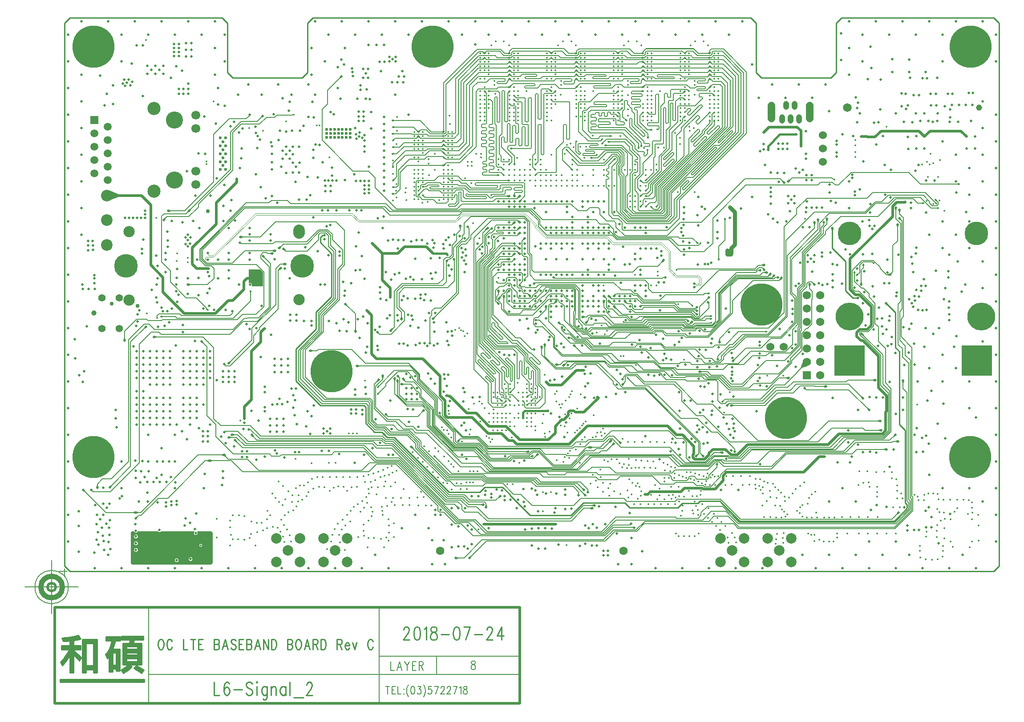
<source format=gbr>
G04 CAM350 V10.0.1 (Build 314) Date:  Fri Jul 27 19:02:56 2018 *
G04 Database: (Untitled) *
G04 Layer 8: L6S *
%FSLAX25Y25*%
%MOIN*%
%SFA1.000B1.000*%

%MIA0B0*%
%IPPOS*%
%ADD11C,0.00800*%
%ADD12C,0.01000*%
%ADD13C,0.00500*%
%ADD15C,0.02000*%
%ADD16C,0.04000*%
%ADD17C,0.00700*%
%ADD18C,0.00600*%
%ADD19C,0.03000*%
%ADD70C,0.01400*%
%ADD71C,0.01500*%
%ADD20C,0.02362*%
%ADD21R,0.22835X0.22835*%
%ADD22C,0.31496*%
%ADD23C,0.03937*%
%ADD24C,0.06200*%
%ADD26C,0.07874*%
%ADD27C,0.05906*%
%ADD28C,0.06693*%
%ADD29C,0.04331*%
%ADD72C,0.05512*%
%ADD31C,0.00630*%
%ADD33C,0.08661*%
%ADD34C,0.06496*%
%ADD35C,0.04528*%
%ADD36C,0.17717*%
%ADD37C,0.08465*%
%ADD38R,0.06200X0.06200*%
%ADD39C,0.06000*%
%ADD40R,0.05905X0.05905*%
%ADD41C,0.09843*%
%ADD42C,0.12795*%
%ADD43C,0.06299*%
%ADD44C,0.20866*%
%ADD47C,0.00475*%
%LNL6S*%
%LPD*%
G36*
X383194Y388813D02*
G01X383374Y389250D01*
X383550Y388821*
X383374Y389247*
X383195Y388813*
X383194*
G37*
G36*
X333194D02*
G01X333374Y389250D01*
X333550Y388821*
X333374Y389247*
X333195Y388813*
X333194*
G37*
G36*
X333502Y350051D02*
G01X334046Y349830D01*
X333825Y350373*
X334057Y349818*
X333502Y350051*
G37*
G36*
X106438Y196789D02*
G01X107055Y196526D01*
X106475Y196752*
X106701Y196172*
X106438Y196789*
G37*
G36*
X249716Y145778D02*
G01X250384Y145616D01*
X250223Y146284*
X250425Y145575*
X249716Y145778*
G37*
G36*
X483062Y337577D02*
G01X483374Y336953D01*
X483686Y337577*
X483374Y336750*
X483062Y337577*
G37*
G36*
X378139Y174604D02*
G01X378750Y175000D01*
X378139Y175396*
X378879Y175000*
X378139Y174604*
G37*
G36*
X653000Y272400D02*
G01X654115Y272682D01*
X653400Y272400*
X654115Y272118*
X653000Y272400*
G37*
G36*
X641800Y276100D02*
G01X642915Y276382D01*
X642200Y276100*
X642915Y275818*
X641800Y276100*
G37*
G36*
X489618Y233985D02*
G01X489900Y235100D01*
X490182Y233985*
X489900Y234700*
X489618Y233985*
G37*
G36*
X598018Y229615D02*
G01X598300Y228900D01*
X598582Y229615*
X598300Y228500*
X598018Y229615*
G37*
G36*
X494218Y264115D02*
G01X494500Y263400D01*
X494782Y264115*
X494500Y263000*
X494218Y264115*
G37*
G36*
X523130Y227170D02*
G01X523924Y226931D01*
X523216Y227084*
X523369Y226376*
X523130Y227170*
G37*
G36*
X234482Y178571D02*
G01X235189Y178418D01*
X235036Y179125*
X235037*
X235275Y178332*
X234482Y178571*
G37*
G36*
X530330Y220730D02*
G01X530569Y221524D01*
X530416Y220816*
X531124Y220969*
X530330Y220730*
G37*
G36*
X295028Y98478D02*
G01X295826Y98718D01*
X295585Y97921*
X295738Y98630*
X295028Y98477*
Y98478*
G37*
G36*
X481974Y388297D02*
G01X483055Y388615D01*
X482424Y388297*
X483055Y387979*
X481974Y388297*
G37*
G36*
X431974D02*
G01X433055Y388615D01*
X432424Y388297*
X433055Y387979*
X431974Y388297*
G37*
G36*
X381974D02*
G01X383055Y388615D01*
X382424Y388297*
X383055Y387979*
X381974Y388297*
G37*
G36*
X331974D02*
G01X333055Y388615D01*
X332424Y388297*
X333055Y387979*
X331974Y388297*
G37*
G36*
X283673Y329744D02*
G01X283991Y330825D01*
X284309Y329744*
X283991Y330375*
X283673Y329744*
G37*
G36*
X668600Y290400D02*
G01X669681Y290718D01*
X669050Y290400*
X669681Y290082*
X668600Y290400*
G37*
G36*
X591382Y223981D02*
G01X591700Y223350D01*
X592018Y223981*
X591700Y222900*
X591382Y223981*
G37*
G36*
X524360Y179560D02*
G01X525441Y179878D01*
X524810Y179560*
X525441Y179242*
X524360Y179560*
G37*
G36*
X482850Y191500D02*
G01X483931Y191818D01*
X483300Y191500*
X483931Y191182*
X482850Y191500*
G37*
G36*
Y189250D02*
G01X483931Y189568D01*
X483300Y189250*
X483931Y188932*
X482850Y189250*
G37*
G36*
X481350Y208250D02*
G01X482431Y208568D01*
X481800Y208250*
X482431Y207932*
X481350Y208250*
G37*
G36*
X438100Y331000D02*
G01X439181Y331318D01*
X438550Y331000*
X439181Y330682*
X438100Y331000*
G37*
G36*
X436482Y325519D02*
G01X436800Y326600D01*
X437118Y325519*
X436800Y326150*
X436482Y325519*
G37*
G36*
X436432Y315881D02*
G01X436750Y315250D01*
X437068Y315881*
X436750Y314800*
X436432Y315881*
G37*
G36*
X431974Y363100D02*
G01X433055Y363418D01*
X432424Y363100*
X433055Y362782*
X431974Y363100*
G37*
G36*
X431542Y319029D02*
G01X431860Y320110D01*
X432178Y319029*
X431860Y319660*
X431542Y319029*
G37*
G36*
X429582Y317719D02*
G01X429900Y318800D01*
X430218Y317719*
X429900Y318350*
X429582Y317719*
G37*
G36*
X407850Y326250D02*
G01X408931Y326568D01*
X408300Y326250*
X408931Y325932*
X407850Y326250*
G37*
G36*
X407719Y321582D02*
G01X408350Y321900D01*
X407719Y322218*
X408800Y321900*
X407719Y321582*
G37*
G36*
X405319Y319182D02*
G01X405950Y319500D01*
X405319Y319818*
X406400Y319500*
X405319Y319182*
G37*
G36*
X394519Y309582D02*
G01X395150Y309900D01*
X394519Y310218*
X395600Y309900*
X394519Y309582*
G37*
G36*
X334519Y316782D02*
G01X335150Y317100D01*
X334519Y317418*
X335600Y317100*
X334519Y316782*
G37*
G36*
X331974Y363100D02*
G01X333055Y363418D01*
X332424Y363100*
X333055Y362782*
X331974Y363100*
G37*
G36*
X282591Y304228D02*
G01X283672Y304546D01*
X283041Y304228*
X283672Y303910*
X282591Y304228*
G37*
G36*
X268562Y288162D02*
G01X269193Y288480D01*
X268562Y288798*
X269643Y288480*
X268562Y288162*
G37*
G36*
X246319Y287682D02*
G01X246950Y288000D01*
X246319Y288318*
X247400Y288000*
X246319Y287682*
G37*
G36*
X246069Y282682D02*
G01X246700Y283000D01*
X246069Y283318*
X247150Y283000*
X246069Y282682*
G37*
G36*
Y337682D02*
G01X246700Y338000D01*
X246069Y338318*
X247150Y338000*
X246069Y337682*
G37*
G36*
X246119Y332782D02*
G01X246750Y333100D01*
X246119Y333418*
X247200Y333100*
X246119Y332782*
G37*
G36*
X246069Y327682D02*
G01X246700Y328000D01*
X246069Y328318*
X247150Y328000*
X246069Y327682*
G37*
G36*
X246319Y317732D02*
G01X246950Y318050D01*
X246319Y318368*
X247400Y318050*
X246319Y317732*
G37*
G36*
X246069Y312682D02*
G01X246700Y313000D01*
X246069Y313318*
X247150Y313000*
X246069Y312682*
G37*
G36*
X245682Y303369D02*
G01X246000Y304450D01*
X246318Y303369*
X246000Y304000*
X245682Y303369*
G37*
G36*
X138839Y209885D02*
G01X139157Y209254D01*
X139475Y209885*
X139157Y208804*
X138839Y209885*
G37*
G36*
X72585Y190664D02*
G01X73216Y190982D01*
X72585Y191300*
X73666Y190982*
X72585Y190664*
G37*
G36*
X481974Y385147D02*
G01X483055Y385465D01*
X482424Y385147*
X483055Y384829*
X481974Y385147*
G37*
G36*
X435600Y280978D02*
G01X436231Y281296D01*
X435600Y281614*
X436681Y281296*
X435600Y280978*
G37*
G36*
X431974Y385147D02*
G01X433055Y385465D01*
X432424Y385147*
X433055Y384829*
X431974Y385147*
G37*
G36*
Y381998D02*
G01X433055Y382315D01*
X432424Y381998*
X433055Y381680*
X431974Y381998*
G37*
G36*
Y359950D02*
G01X433055Y360268D01*
X432424Y359950*
X433055Y359632*
X431974Y359950*
G37*
G36*
X381974Y385147D02*
G01X383055Y385465D01*
X382424Y385147*
X383055Y384829*
X381974Y385147*
G37*
G36*
X336538Y305237D02*
G01X336856Y306318D01*
X337174Y305237*
X336856Y305868*
X336538Y305237*
G37*
G36*
X331974Y385147D02*
G01X333055Y385465D01*
X332424Y385147*
X333055Y384829*
X331974Y385147*
G37*
G36*
X331519Y293107D02*
G01X332600Y293425D01*
X331969Y293107*
X332600Y292789*
X331519Y293107*
G37*
G36*
X323645Y297044D02*
G01X324726Y297362D01*
X324095Y297044*
X324726Y296726*
X323645Y297044*
G37*
G36*
X317945Y359633D02*
G01X318576Y359950D01*
X317945Y360268*
X319026Y359950*
X317945Y359633*
G37*
G36*
X282591Y329425D02*
G01X283672Y329743D01*
X283041Y329425*
X283672Y329107*
X282591Y329425*
G37*
G36*
Y326275D02*
G01X283672Y326593D01*
X283041Y326275*
X283672Y325957*
X282591Y326275*
G37*
G36*
Y316826D02*
G01X283672Y317144D01*
X283041Y316826*
X283672Y316508*
X282591Y316826*
G37*
G36*
X483056Y388616D02*
G01X483374Y389697D01*
X483692Y388616*
X483374Y389247*
X483056Y388616*
G37*
G36*
X486206Y337584D02*
G01X486524Y336953D01*
X486842Y337584*
X486524Y336503*
X486206Y337584*
G37*
G36*
X382478Y371653D02*
G01X382923Y372547D01*
X382702Y371877*
X383372Y372098*
X382478Y371653*
G37*
G36*
X333376Y372098D02*
G01X334046Y371877D01*
X333825Y372547*
X334270Y371653*
X333376Y372098*
G37*
G36*
X401851Y323101D02*
G01X402299Y323998D01*
X402078Y323328*
X402748Y323549*
X401851Y323101*
G37*
G36*
X336398Y281892D02*
G01X336856Y282800D01*
X337313Y281892*
Y281891*
X336856Y282546*
X336399Y281892*
X336398*
G37*
G36*
X443157Y273873D02*
G01X444069Y274336D01*
X443606Y273424*
X443827Y274094*
X443157Y273873*
G37*
G36*
X414478Y384696D02*
G01X415148Y384476D01*
X414927Y385145*
X415393Y384230*
X414478Y384696*
G37*
G36*
X364478D02*
G01X365148Y384476D01*
X364927Y385145*
X365393Y384230*
X364478Y384696*
G37*
G36*
X314478D02*
G01X315148Y384476D01*
X314927Y385145*
X315393Y384230*
X314478Y384696*
G37*
G36*
X463560Y384230D02*
G01X464026Y385145D01*
X463805Y384476*
X464475Y384696*
X463560Y384230*
G37*
G36*
X413560D02*
G01X414026Y385145D01*
X413805Y384476*
X414475Y384696*
X413560Y384230*
G37*
G36*
X363560D02*
G01X364026Y385145D01*
X363805Y384476*
X364475Y384696*
X363560Y384230*
G37*
G36*
X333376Y378397D02*
G01X334046Y378176D01*
X333825Y378846*
X334291Y377930*
X333376Y378397*
G37*
G36*
X382456Y377930D02*
G01X382923Y378846D01*
X382702Y378176*
X383372Y378397*
X382456Y377930*
G37*
G36*
X463556Y359030D02*
G01X464026Y359949D01*
Y359948*
X463805Y359279*
X464475Y359500*
Y359499*
X463556Y359030*
G37*
G36*
X413556D02*
G01X414026Y359949D01*
Y359948*
X413805Y359279*
X414475Y359500*
Y359499*
X413556Y359030*
G37*
G36*
X364478Y353200D02*
G01X365148Y352980D01*
X364927Y353649*
X365397Y352730*
X364478Y353200*
G37*
G36*
X370310Y185757D02*
G01X371084Y185616D01*
X370943Y186390*
X371249Y185451*
X370310Y185757*
G37*
G36*
X332430Y371605D02*
G01X332923Y372547D01*
X332702Y371877*
X333372Y372098*
X332430Y371605*
G37*
G36*
X283045Y319030D02*
G01X283540Y319974D01*
X283319Y319304*
X283989Y319525*
X283045Y319030*
G37*
G36*
X463530Y340107D02*
G01X464026Y341051D01*
X463805Y340381*
X464475Y340602*
X463530Y340107*
G37*
G36*
X432418Y368443D02*
G01X432923Y369397D01*
X432702Y368728*
X433372Y368948*
X432418Y368443*
G37*
G36*
X346363Y125009D02*
G01X347323Y125520D01*
X346812Y124560*
X347033Y125230*
X346363Y125009*
G37*
G36*
X348549Y134970D02*
G01X349510Y134457D01*
X348840Y134678*
X349061Y134008*
X348549Y134970*
G37*
G36*
X483376Y372098D02*
G01X484046Y371877D01*
X483825Y372547*
X484342Y371580*
X483376Y372098*
G37*
G36*
X383376D02*
G01X384046Y371877D01*
X383825Y372547*
X384342Y371580*
X383376Y372098*
G37*
G36*
X432406Y371580D02*
G01X432923Y372547D01*
X432702Y371877*
X433372Y372098*
X432406Y371580*
G37*
G36*
X313507Y389266D02*
G01X314475Y388748D01*
Y388747*
X313805Y388968*
X314026Y388299*
X313507Y389266*
G37*
G36*
X283993Y316376D02*
G01X284663Y316155D01*
X284442Y316825*
X284962Y315855*
X283993Y316376*
G37*
G36*
X411751Y207188D02*
G01X412723Y207556D01*
X412354Y206585*
X412578Y207412*
X411751Y207188*
G37*
G36*
X329637Y126730D02*
G01X330164Y127707D01*
X329942Y127036*
X330613Y127257*
X329637Y126730*
G37*
G36*
X485541Y343220D02*
G01X486073Y344202D01*
X485852Y343531*
X486523Y343752*
X485541Y343220*
G37*
G36*
X332386Y377860D02*
G01X332924Y378847D01*
X332702Y378176*
X333373Y378398*
X332386Y377860*
G37*
G36*
X469260Y199899D02*
G01X470248Y199310D01*
X469543Y199616*
X469849Y198911*
X469260Y199899*
G37*
G36*
X593402Y222501D02*
G01X594390Y223090D01*
X593801Y222102*
X594107Y222807*
X593402Y222501*
G37*
G36*
X234602Y138601D02*
G01X235590Y139190D01*
X235001Y138202*
X235307Y138907*
X234602Y138601*
G37*
G36*
Y133501D02*
G01X235590Y134090D01*
X235001Y133102*
X235307Y133807*
X234602Y133501*
G37*
G36*
X421502Y144799D02*
G01X422207Y144493D01*
X421901Y145198*
X422490Y144210*
X421502Y144799*
G37*
G36*
X473119Y246976D02*
G01X474107Y246387D01*
X473402Y246693*
X473708Y245988*
X473119Y246976*
G37*
G36*
X464477Y384697D02*
G01X465148Y384476D01*
X464927Y385146*
X465466Y384157*
X464477Y384697*
G37*
G36*
X265094Y325825D02*
G01X265765Y325604D01*
X265544Y326274*
X266083Y325285*
X265094Y325825*
G37*
G36*
X431794Y281297D02*
G01X432016Y281968D01*
X431345Y281747*
X432334Y282286*
X431794Y281297*
G37*
G36*
X333764Y134457D02*
G01X334753Y134996D01*
X334214Y134008*
X334435Y134678*
X333764Y134457*
G37*
G36*
X265544Y282182D02*
G01X265765Y282852D01*
X265094Y282631*
X266083Y283171*
X265544Y282182*
G37*
G36*
X464927Y388298D02*
G01X465148Y388969D01*
X464477Y388747*
X465466Y389287*
X464927Y388298*
G37*
G36*
X414477Y388747D02*
G01X415466Y389287D01*
X414927Y388298*
X415148Y388969*
X414477Y388747*
G37*
G36*
X364477D02*
G01X365466Y389287D01*
X364927Y388298*
X365148Y388969*
X364477Y388747*
G37*
G36*
X314477D02*
G01X315466Y389287D01*
X314927Y388298*
X315148Y388969*
X314477Y388747*
G37*
G36*
X265544Y329426D02*
G01X265765Y330097D01*
X265094Y329875*
X266083Y330415*
X265544Y329426*
G37*
G36*
X276828Y86023D02*
G01X277499Y85801D01*
X277278Y86472*
X277817Y85483*
X276828Y86023*
G37*
G36*
X482384Y381008D02*
G01X482924Y381997D01*
X482702Y381326*
X483373Y381547*
X482384Y381008*
G37*
G36*
Y377858D02*
G01X482924Y378847D01*
X482702Y378176*
X483373Y378398*
X482384Y377858*
G37*
G36*
Y374709D02*
G01X482924Y375698D01*
X482702Y375027*
X483373Y375248*
X482384Y374709*
G37*
G36*
Y368409D02*
G01X482924Y369398D01*
X482702Y368728*
X483373Y368949*
X482384Y368409*
G37*
G36*
X432384Y377858D02*
G01X432924Y378847D01*
X432702Y378176*
X433373Y378398*
X432384Y377858*
G37*
G36*
Y374709D02*
G01X432924Y375698D01*
X432702Y375027*
X433373Y375248*
X432384Y374709*
G37*
G36*
X382384Y381008D02*
G01X382924Y381997D01*
X382702Y381326*
X383373Y381547*
X382384Y381008*
G37*
G36*
Y374709D02*
G01X382924Y375698D01*
X382702Y375027*
X383373Y375248*
X382384Y374709*
G37*
G36*
Y368409D02*
G01X382924Y369398D01*
X382702Y368728*
X383373Y368949*
X382384Y368409*
G37*
G36*
X332384Y381008D02*
G01X332924Y381997D01*
X332702Y381326*
X333373Y381547*
X332384Y381008*
G37*
G36*
Y374709D02*
G01X332924Y375698D01*
X332702Y375027*
X333373Y375248*
X332384Y374709*
G37*
G36*
Y368409D02*
G01X332924Y369398D01*
X332702Y368728*
X333373Y368949*
X332384Y368409*
G37*
G36*
X283001Y322136D02*
G01X283541Y323125D01*
X283319Y322454*
X283990Y322675*
X283001Y322136*
G37*
G36*
X485534Y357791D02*
G01X486523Y357251D01*
X485852Y357472*
X486073Y356802*
X485534Y357791*
G37*
G36*
X482384Y371559D02*
G01X482924Y372548D01*
X482702Y371877*
X483373Y372098*
X482384Y371559*
G37*
G36*
X435731Y293108D02*
G01X435953Y293779D01*
X435282Y293558*
X436271Y294097*
X435731Y293108*
G37*
G36*
Y285234D02*
G01X435953Y285905D01*
X435282Y285684*
X436271Y286223*
X435731Y285234*
G37*
G36*
X431345Y292657D02*
G01X432016Y292435D01*
X431795Y293106*
X432334Y292117*
X431345Y292657*
G37*
G36*
X414477Y343752D02*
G01X415148Y343531D01*
X414927Y344202*
X415466Y343213*
X414477Y343752*
G37*
G36*
X353054Y297045D02*
G01X353276Y297716D01*
X352605Y297495*
X353594Y298034*
X353054Y297045*
G37*
G36*
X349962Y127708D02*
G01X350183Y128379D01*
X349512Y128158*
X350501Y128697*
X349962Y127708*
G37*
G36*
X346363Y131308D02*
G01X347352Y131847D01*
X346812Y130858*
X347033Y131529*
X346363Y131308*
G37*
G36*
X314477Y359500D02*
G01X315148Y359279D01*
X314927Y359950*
X315466Y358961*
X314477Y359500*
G37*
G36*
X268244Y281731D02*
G01X268915Y281509D01*
X268693Y282180*
X269233Y281191*
X268244Y281731*
G37*
G36*
X466636Y360940D02*
G01X467625Y360401D01*
X466954Y360622*
X467176Y359951*
X466636Y360940*
G37*
G36*
X431794Y273423D02*
G01X432016Y274094D01*
X431345Y273872*
X432334Y274412*
X431794Y273423*
G37*
G36*
X430354Y286223D02*
G01X431343Y285683D01*
X430672Y285905*
X430894Y285234*
X430354Y286223*
G37*
G36*
X413487Y342042D02*
G01X414476Y341503D01*
X413805Y341724*
X414026Y341054*
X413487Y342042*
G37*
G36*
X363487Y360940D02*
G01X364476Y360401D01*
X363805Y360622*
X364026Y359951*
X363487Y360940*
G37*
G36*
X339073Y128697D02*
G01X340062Y128158D01*
X339391Y128379*
X339612Y127708*
X339073Y128697*
G37*
G36*
X332774D02*
G01X333763Y128158D01*
X333092Y128379*
X333313Y127708*
X332774Y128697*
G37*
G36*
X327992Y298034D02*
G01X328981Y297494D01*
X328310Y297716*
X328531Y297045*
X327992Y298034*
G37*
G36*
X326474Y128697D02*
G01X327463Y128158D01*
X326792Y128379*
X327014Y127708*
X326474Y128697*
G37*
G36*
X463487Y354641D02*
G01X464476Y354101D01*
X463805Y354323*
X464026Y353652*
X463487Y354641*
G37*
G36*
X413487Y389287D02*
G01X414476Y388747D01*
X413805Y388968*
X414026Y388298*
X413487Y389287*
G37*
G36*
X363487D02*
G01X364476Y388747D01*
X363805Y388968*
X364026Y388298*
X363487Y389287*
G37*
G36*
X332920Y305369D02*
G01X333909Y305908D01*
X333369Y304919*
X333590Y305590*
X332920Y305369*
G37*
G36*
X264104Y330415D02*
G01X265093Y329875D01*
X264422Y330096*
X264643Y329426*
X264104Y330415*
G37*
G36*
X351614Y301971D02*
G01X352603Y301431D01*
X351932Y301653*
X352153Y300982*
X351614Y301971*
G37*
G36*
X313487Y384157D02*
G01X314026Y385146D01*
X313805Y384476*
X314476Y384697*
X313487Y384157*
G37*
G36*
X283001Y314667D02*
G01X283990Y314127D01*
X283319Y314348*
X283541Y313678*
X283001Y314667*
G37*
G36*
X264104Y325285D02*
G01X264643Y326274D01*
X264422Y325604*
X265093Y325825*
X264104Y325285*
G37*
G36*
X483375Y381547D02*
G01X484046Y381326D01*
X483824Y381997*
X484364Y381008*
X483375Y381547*
G37*
G36*
Y378398D02*
G01X484046Y378176D01*
X483824Y378847*
X484364Y377858*
X483375Y378398*
G37*
G36*
Y375248D02*
G01X484046Y375027D01*
X483824Y375698*
X484364Y374709*
X483375Y375248*
G37*
G36*
Y368949D02*
G01X484046Y368728D01*
X483824Y369398*
X484364Y368409*
X483375Y368949*
G37*
G36*
X482384Y362110D02*
G01X482924Y363099D01*
X482702Y362428*
X483373Y362650*
X482384Y362110*
G37*
G36*
Y343213D02*
G01X482924Y344202D01*
X482702Y343531*
X483373Y343752*
X482384Y343213*
G37*
G36*
X439219Y272972D02*
G01X439890Y272750D01*
X439669Y273421*
X440208Y272432*
X439219Y272972*
G37*
G36*
X433375Y381547D02*
G01X434046Y381326D01*
X433824Y381997*
X434364Y381008*
X433375Y381547*
G37*
G36*
Y378398D02*
G01X434046Y378176D01*
X433824Y378847*
X434364Y377858*
X433375Y378398*
G37*
G36*
Y375248D02*
G01X434046Y375027D01*
X433824Y375698*
X434364Y374709*
X433375Y375248*
G37*
G36*
Y368949D02*
G01X434046Y368728D01*
X433824Y369398*
X434364Y368409*
X433375Y368949*
G37*
G36*
X432384Y343213D02*
G01X432924Y344202D01*
X432702Y343531*
X433373Y343752*
X432384Y343213*
G37*
G36*
X383375Y381547D02*
G01X384046Y381326D01*
X383824Y381997*
X384364Y381008*
X383375Y381547*
G37*
G36*
Y378398D02*
G01X384046Y378176D01*
X383824Y378847*
X384364Y377858*
X383375Y378398*
G37*
G36*
Y375248D02*
G01X384046Y375027D01*
X383824Y375698*
X384364Y374709*
X383375Y375248*
G37*
G36*
Y368949D02*
G01X384046Y368728D01*
X383824Y369398*
X384364Y368409*
X383375Y368949*
G37*
G36*
X333375Y381547D02*
G01X334046Y381326D01*
X333824Y381997*
X334364Y381008*
X333375Y381547*
G37*
G36*
Y375248D02*
G01X334046Y375027D01*
X333824Y375698*
X334364Y374709*
X333375Y375248*
G37*
G36*
Y368949D02*
G01X334046Y368728D01*
X333824Y369398*
X334364Y368409*
X333375Y368949*
G37*
G36*
X332384Y358961D02*
G01X332924Y359950D01*
X332702Y359279*
X333373Y359500*
X332384Y358961*
G37*
G36*
X283992Y319526D02*
G01X284663Y319304D01*
X284441Y319975*
X284981Y318986*
X283992Y319526*
G37*
G36*
Y310077D02*
G01X284663Y309856D01*
X284441Y310526*
X284981Y309537*
X283992Y310077*
G37*
G36*
X433375Y372099D02*
G01X434046Y371877D01*
X433824Y372548*
X434364Y371559*
X433375Y372099*
G37*
G36*
X283992Y313227D02*
G01X284663Y313005D01*
X284441Y313676*
X284981Y312687*
X283992Y313227*
G37*
G36*
X652401Y278150D02*
G01X653072Y277928D01*
X652850Y278599*
X653390Y277610*
X652401Y278150*
G37*
G36*
X436524Y343752D02*
G01X437195Y343531D01*
X436974Y344202*
X437513Y343213*
X436524Y343752*
G37*
G36*
X380251Y308300D02*
G01X380922Y308078D01*
X380700Y308749*
X381240Y307760*
X380251Y308300*
G37*
G36*
X375901Y315750D02*
G01X376572Y315528D01*
X376350Y316199*
X376890Y315210*
X375901Y315750*
G37*
G36*
X343213Y127257D02*
G01X343884Y127036D01*
X343663Y127707*
X344202Y126718*
X343213Y127257*
G37*
G36*
X336524Y356351D02*
G01X337195Y356129D01*
X336974Y356800*
X337513Y355811*
X336524Y356351*
G37*
G36*
Y353201D02*
G01X337195Y352980D01*
X336974Y353650*
X337513Y352661*
X336524Y353201*
G37*
G36*
X287141Y294329D02*
G01X287812Y294108D01*
X287591Y294778*
X288130Y293789*
X287141Y294329*
G37*
G36*
X492950Y126971D02*
G01X493172Y127642D01*
X492501Y127420*
X493490Y127960*
X492950Y126971*
G37*
G36*
X483375Y363550D02*
G01X484364Y364090D01*
X483824Y363101*
X484046Y363772*
X483375Y363550*
G37*
G36*
X435731Y273423D02*
G01X435953Y274094D01*
X435282Y273872*
X436271Y274412*
X435731Y273423*
G37*
G36*
X433824Y363101D02*
G01X434046Y363772D01*
X433375Y363550*
X434364Y364090*
X433824Y363101*
G37*
G36*
X402601Y321150D02*
G01X403590Y321690D01*
X403050Y320701*
X403272Y321372*
X402601Y321150*
G37*
G36*
X383375Y363550D02*
G01X384364Y364090D01*
X383824Y363101*
X384046Y363772*
X383375Y363550*
G37*
G36*
X353054Y304919D02*
G01X353276Y305590D01*
X352605Y305369*
X353594Y305908*
X353054Y304919*
G37*
G36*
X333375Y363550D02*
G01X334364Y364090D01*
X333824Y363101*
X334046Y363772*
X333375Y363550*
G37*
G36*
X283992Y304678D02*
G01X284981Y305218D01*
X284441Y304229*
X284663Y304900*
X283992Y304678*
G37*
G36*
X246001Y293550D02*
G01X246990Y294090D01*
X246450Y293101*
X246672Y293772*
X246001Y293550*
G37*
G36*
X245951Y323500D02*
G01X246940Y324040D01*
X246400Y323051*
X246622Y323722*
X245951Y323500*
G37*
G36*
X416636Y352661D02*
G01X417176Y353650D01*
X416954Y352979*
X417625Y353201*
X416636Y352661*
G37*
G36*
Y346362D02*
G01X417176Y347351D01*
X416954Y346680*
X417625Y346902*
X416636Y346362*
G37*
G36*
X411210Y308310D02*
G01X411750Y309299D01*
X411528Y308628*
X412199Y308850*
X411210Y308310*
G37*
G36*
X366636Y358961D02*
G01X367176Y359950D01*
X366954Y359279*
X367625Y359500*
X366636Y358961*
G37*
G36*
X329624Y123568D02*
G01X330164Y124557D01*
X329942Y123886*
X330613Y124107*
X329624Y123568*
G37*
G36*
X651910Y276590D02*
G01X652899Y276050D01*
X652228Y276272*
X652450Y275601*
X651910Y276590*
G37*
G36*
X419786Y338893D02*
G01X420775Y338353D01*
X420104Y338575*
X420325Y337904*
X419786Y338893*
G37*
G36*
X379173Y301971D02*
G01X380162Y301431D01*
X379491Y301653*
X379713Y300982*
X379173Y301971*
G37*
G36*
X327992D02*
G01X328981Y301431D01*
X328310Y301653*
X328531Y300982*
X327992Y301971*
G37*
G36*
X372010Y182432D02*
G01X372500Y181750D01*
X372991Y182432*
X372500Y181424*
X372010Y182432*
G37*
G36*
X359984Y198054D02*
G01X360478Y197369D01*
X360972Y198054*
Y198053*
X360478Y197036*
X359984Y198054*
G37*
G36*
X468720Y185930D02*
G01X469087Y186992D01*
X469088*
X468952Y186162*
X469782Y186297*
X468720Y185930*
G37*
G36*
X331799Y209310D02*
G01X332170Y210379D01*
X332035Y209546*
X332868Y209681*
X331799Y209310*
G37*
G36*
X164147Y241051D02*
G01X164984Y240916D01*
X164849Y241752*
X165223Y240677*
X164147Y241051*
G37*
G36*
X592300Y205000D02*
G01X593943Y205353D01*
X592800Y205000*
X593943Y204647*
X592300Y205000*
G37*
G36*
X574507Y257083D02*
G01X574860Y255940D01*
X575213Y257083*
X574860Y255440*
X574507Y257083*
G37*
G36*
X237770Y146019D02*
G01X238300Y145300D01*
X238830Y146019*
X238300Y144836*
X237770Y146019*
G37*
G36*
X616394Y222430D02*
G01X617579Y222960D01*
X616860Y222430*
X617579Y221900*
X616394Y222430*
G37*
G36*
X325262Y205250D02*
G01X326415Y205665D01*
X326000Y204512*
X326134Y205384*
X325262Y205250*
G37*
G36*
X24005Y63186D02*
G01X24500Y64600D01*
X24995Y63186*
X24500Y63990*
X24005Y63186*
G37*
G36*
X622076Y272384D02*
G01X622561Y271555D01*
X623045Y272384*
X622560Y270870*
X622076Y272384*
G37*
G36*
X627516Y142515D02*
G01X628000Y141685D01*
X628484Y142515*
X628000Y141000*
X627516Y142515*
G37*
G36*
X624866Y270595D02*
G01X625350Y269765D01*
X625834Y270595*
X625350Y269080*
X624866Y270595*
G37*
G36*
X395000Y49500D02*
G01X396515Y49984D01*
X395685Y49500*
X396515Y49016*
X395000Y49500*
G37*
G36*
X393250Y47250D02*
G01X394765Y47734D01*
X393935Y47250*
X394765Y46766*
X393250Y47250*
G37*
G36*
X293485Y9516D02*
G01X294315Y10000D01*
X293485Y10484*
X295000Y10000*
X293485Y9516*
G37*
G36*
X125735Y102016D02*
G01X126565Y102500D01*
X125735Y102984*
X127250Y102500*
X125735Y102016*
G37*
G36*
X123485Y100016D02*
G01X124315Y100500D01*
X123485Y100984*
X125000Y100500*
X123485Y100016*
G37*
G36*
X67485Y175266D02*
G01X68315Y175750D01*
X67485Y176234*
X69000Y175750*
X67485Y175266*
G37*
G36*
X490475Y89054D02*
G01X491980Y89548D01*
X491175Y89054*
X491979Y88559*
X490475Y89054*
G37*
G36*
X596205Y215496D02*
G01X596700Y217000D01*
X597195Y215496*
X596700Y216300*
X596205Y215496*
G37*
G36*
X557505Y214904D02*
G01X558000Y214100D01*
X558495Y214904*
X558000Y213400*
X557505Y214904*
G37*
G36*
X476043Y149109D02*
G01X476847Y149604D01*
X476043Y150098*
X477547Y149603*
X476043Y149109*
G37*
G36*
X217311Y180246D02*
G01X217805Y181750D01*
X218300Y180246*
X217805Y181050*
X217311Y180246*
G37*
G36*
X184496Y165005D02*
G01X185300Y165500D01*
X184496Y165995*
X186000Y165500*
X184496Y165005*
G37*
G36*
X153750Y238250D02*
G01X155254Y238745D01*
X154450Y238250*
X155254Y237755*
X153750Y238250*
G37*
G36*
X117500Y87250D02*
G01X119004Y87745D01*
X118200Y87250*
X119004Y86755*
X117500Y87250*
G37*
G36*
X51400Y44200D02*
G01X52904Y44695D01*
X52100Y44200*
X52904Y43705*
X51400Y44200*
G37*
G36*
X53896Y43705D02*
G01X54700Y44200D01*
X53896Y44695*
X55400Y44200*
X53896Y43705*
G37*
G36*
X92796Y214405D02*
G01X93600Y214900D01*
X92796Y215395*
X94300Y214900*
X92796Y214405*
G37*
G36*
X106750Y83000D02*
G01X108254Y83495D01*
X107450Y83000*
X108254Y82505*
X106750Y83000*
G37*
G36*
X109246Y82505D02*
G01X110050Y83000D01*
X109246Y83495*
X110750Y83000*
X109246Y82505*
G37*
G36*
X625422Y263904D02*
G01X626350Y263660D01*
X626106Y264588*
X626647Y263363*
X625422Y263904*
G37*
G36*
X535755Y218655D02*
G01X536250Y219899D01*
X536116Y219016*
X536999Y219150*
X535755Y218655*
G37*
G36*
X248776Y142471D02*
G01X249306Y141752D01*
X249836Y142471*
X249305Y141002*
X248776Y142471*
G37*
G36*
X246676Y144271D02*
G01X247206Y143552D01*
X247736Y144271*
X247205Y142802*
X246676Y144271*
G37*
G36*
X163306Y230400D02*
G01X164775Y230930D01*
X164056Y230400*
X164775Y229870*
X163306Y230400*
G37*
G36*
X623290Y259569D02*
G01X623820Y258850D01*
X624350Y259569*
X623820Y258100*
X623290Y259569*
G37*
G36*
X622250Y97500D02*
G01X623719Y98030D01*
X623000Y97500*
X623719Y96970*
X622250Y97500*
G37*
G36*
X613600Y91500D02*
G01X615069Y92030D01*
X614350Y91500*
X615069Y90970*
X613600Y91500*
G37*
G36*
X608800Y112800D02*
G01X610269Y113330D01*
X609550Y112800*
X610269Y112270*
X608800Y112800*
G37*
G36*
X605200Y143400D02*
G01X606669Y143930D01*
X605950Y143400*
X606669Y142870*
X605200Y143400*
G37*
G36*
X568300Y138600D02*
G01X569769Y139130D01*
X569050Y138600*
X569769Y138070*
X568300Y138600*
G37*
G36*
X561233Y261171D02*
G01X561763Y260451D01*
X562293Y261170*
X561763Y259702*
X561233Y261171*
G37*
G36*
X523900Y224100D02*
G01X525369Y224630D01*
X524650Y224100*
X525369Y223570*
X523900Y224100*
G37*
G36*
X394281Y92470D02*
G01X395000Y93000D01*
X394281Y93530*
X395750Y93000*
X394281Y92470*
G37*
G36*
X391750Y93000D02*
G01X393219Y93530D01*
X392500Y93000*
X393219Y92470*
X391750Y93000*
G37*
G36*
X368781Y154470D02*
G01X369500Y155000D01*
X368781Y155530*
X370250Y155000*
X368781Y154470*
G37*
G36*
X359220Y169469D02*
G01X359750Y168750D01*
X360280Y169469*
X359750Y168000*
X359220Y169469*
G37*
G36*
X356870Y167769D02*
G01X357400Y167050D01*
X357930Y167769*
X357400Y166300*
X356870Y167769*
G37*
G36*
X328452Y205962D02*
G01X328982Y205243D01*
X329512Y205962*
X328982Y204493*
X328452Y205962*
G37*
G36*
X315220Y48531D02*
G01X315750Y50000D01*
X316280Y48531*
X315750Y49250*
X315220Y48531*
G37*
G36*
X311750Y50000D02*
G01X313219Y50530D01*
X312500Y50000*
X313219Y49470*
X311750Y50000*
G37*
G36*
X295870Y258669D02*
G01X296400Y257950D01*
X296930Y258669*
X296400Y257200*
X295870Y258669*
G37*
G36*
X252731Y139770D02*
G01X253450Y140300D01*
X252731Y140830*
X254200Y140300*
X252731Y139770*
G37*
G36*
X219531Y153370D02*
G01X220250Y153900D01*
X219531Y154430*
X221000Y153900*
X219531Y153370*
G37*
G36*
X155600Y240400D02*
G01X157069Y240930D01*
X156350Y240400*
X157069Y239870*
X155600Y240400*
G37*
G36*
X78131Y269770D02*
G01X78850Y270300D01*
X78131Y270830*
X79600Y270300*
X78131Y269770*
G37*
G36*
X44270Y173531D02*
G01X44800Y175000D01*
X45330Y173531*
X44800Y174250*
X44270Y173531*
G37*
G36*
X251775Y189732D02*
G01X252305Y191201D01*
X252835Y189732*
X252305Y190452*
X251775Y189732*
G37*
G36*
X609706Y105802D02*
G01X611175Y106332D01*
X610456Y105802*
X611175Y105271*
X609706Y105802*
G37*
G36*
X570520Y263700D02*
G01X571050Y262981D01*
X571580Y263700*
X571050Y262231*
X570520Y263700*
G37*
G36*
X540126Y144882D02*
G01X541595Y145412D01*
X540876Y144882*
X541595Y144352*
X540126Y144882*
G37*
G36*
X563809Y263057D02*
G01X564339Y262338D01*
X564869Y263057*
X564339Y261588*
X563809Y263057*
G37*
G36*
X388568Y190215D02*
G01X389287Y190745D01*
X388568Y191275*
X390037Y190745*
X388568Y190215*
G37*
G36*
X324515Y209899D02*
G01X325045Y209180D01*
X325575Y209899*
X325045Y208430*
X324515Y209899*
G37*
G36*
X499897Y123970D02*
G01X500616Y124500D01*
X499897Y125030*
X501366Y124500*
X499897Y123970*
G37*
G36*
X489918Y172153D02*
G01X490448Y173622D01*
X490978Y172153*
X490448Y172873*
X489918Y172153*
G37*
G36*
X403255Y202025D02*
G01X403785Y201306D01*
X404315Y202025*
X403785Y200556*
X403255Y202025*
G37*
G36*
X345250Y89664D02*
G01X346719Y90194D01*
X346000Y89664*
X346719Y89134*
X345250Y89664*
G37*
G36*
X330919Y281296D02*
G01X332388Y281826D01*
X331669Y281296*
X332388Y280766*
X330919Y281296*
G37*
G36*
Y234052D02*
G01X332388Y234582D01*
X331669Y234052*
X332388Y233522*
X330919Y234052*
G37*
G36*
X132236Y250172D02*
G01X132955Y250702D01*
X132236Y251232*
X133705Y250702*
X132236Y250172*
G37*
G36*
X521901Y229553D02*
G01X523357Y230118D01*
X522650Y229571*
X523382Y229058*
X521901Y229553*
G37*
G36*
X527330Y221630D02*
G01X527850Y222899D01*
X527716Y222016*
X528599Y222150*
X527330Y221630*
G37*
G36*
X239254Y102247D02*
G01Y102248D01*
X240311Y101690*
X239753Y102746*
X240532Y101468*
X239254Y102247*
G37*
G36*
X335575Y260330D02*
G01X336106Y261610D01*
X335972Y260727*
X336855Y260861*
X335575Y260330*
G37*
G36*
X391250Y186501D02*
G01X391384Y187384D01*
X390501Y187250*
X391799Y187799*
X391250Y186501*
G37*
G36*
X473006Y87052D02*
G01X474335Y87631D01*
X473756Y86302*
X473889Y87185*
X473006Y87052*
G37*
G36*
X497000Y124276D02*
G01X497134Y125159D01*
X496251Y125025*
X497594Y125620*
X497000Y124276*
G37*
G36*
X339434Y262970D02*
G01X340792Y262361D01*
X339909Y262495*
X340043Y261612*
X339434Y262970*
G37*
G36*
X335497Y236630D02*
G01X336106Y237988D01*
X335972Y237105*
X336855Y237239*
X335497Y236630*
G37*
G36*
X160430Y225930D02*
G01X161050Y227299D01*
X160916Y226416*
X161799Y226550*
X160430Y225930*
G37*
G36*
X347289Y207871D02*
G01X348666Y207243D01*
X347783Y207377*
X347917Y206493*
X347289Y207871*
G37*
G36*
X419534Y201806D02*
G01X420417Y201672D01*
X420283Y202555*
X420914Y201175*
X419534Y201806*
G37*
G36*
X339399Y256280D02*
G01X340043Y257673D01*
X339909Y256790*
X340792Y256924*
X339399Y256280*
G37*
G36*
X615203Y200498D02*
G01X616261Y199940D01*
X615702Y200997*
X616614Y199586*
X615203Y200498*
G37*
G36*
X205892Y369588D02*
G01X206705Y371000D01*
X206316Y370012*
X207304Y370401*
X205892Y369588*
G37*
G36*
X537391Y292916D02*
G01X538804Y292102D01*
X537816Y292491*
X538204Y291503*
X537391Y292916*
G37*
G36*
X127751Y97565D02*
G01X128680Y97320D01*
X128435Y98249*
X129164Y96836*
X127751Y97565*
G37*
G36*
X102501Y171815D02*
G01X103430Y171570D01*
X103185Y172499*
X103914Y171086*
X102501Y171815*
G37*
G36*
X303935Y10001D02*
G01X304180Y10930D01*
X303251Y10685*
X304664Y11414*
X303935Y10001*
G37*
G36*
X324836Y55086D02*
G01X325565Y56499D01*
X325320Y55570*
X326249Y55815*
X324836Y55086*
G37*
G36*
X293586Y48914D02*
G01X294999Y48185D01*
X294070Y48430*
X294315Y47501*
X293586Y48914*
G37*
G36*
X210301Y199800D02*
G01X211219Y199581D01*
X211000Y200499*
X211714Y199086*
X210301Y199800*
G37*
G36*
X148501Y235800D02*
G01X149419Y235581D01*
X149200Y236499*
X149914Y235086*
X148501Y235800*
G37*
G36*
X119501Y86550D02*
G01X120419Y86331D01*
X120200Y87249*
X120914Y85836*
X119501Y86550*
G37*
G36*
X14001Y60300D02*
G01X14919Y60081D01*
X14700Y60999*
X15414Y59586*
X14001Y60300*
G37*
G36*
X500508Y158343D02*
G01X501922Y159057D01*
X501208Y157644*
X501427Y158562*
X500508Y158343*
G37*
G36*
X418600Y140101D02*
G01X418819Y141019D01*
X417901Y140800*
X419314Y141514*
X418600Y140101*
G37*
G36*
X53301Y40310D02*
G01X54714Y41024D01*
X54000Y39611*
X54219Y40529*
X53301Y40310*
G37*
G36*
X34522Y62983D02*
G01X34741Y63901D01*
X33823Y63682*
X35236Y64396*
X34522Y62983*
G37*
G36*
X542806Y292402D02*
G01X543025Y293321D01*
X542106Y293102*
X543519Y293816*
X542806Y292402*
G37*
G36*
X409933Y94446D02*
G01X410647Y95860D01*
X410428Y94941*
X411347Y95160*
X409933Y94446*
G37*
G36*
X267691Y119388D02*
G01X268405Y120801D01*
X268186Y119882*
X269105Y120101*
X267691Y119388*
G37*
G36*
X233791Y142188D02*
G01X234505Y143601D01*
X234286Y142682*
X235205Y142901*
X233791Y142188*
G37*
G36*
X407712Y96468D02*
G01X408426Y97881D01*
X408207Y96963*
X409126Y97182*
X407712Y96468*
G37*
G36*
X59486Y181986D02*
G01X60200Y183400D01*
X59981Y182481*
X60900Y182700*
X59486Y181986*
G37*
G36*
X618860Y222431D02*
G01X618994Y223314D01*
X618110Y223180*
X619524Y223844*
X618860Y222431*
G37*
G36*
X374500Y154251D02*
G01X374634Y155134D01*
X373750Y155000*
X375164Y155664*
X374500Y154251*
G37*
G36*
X276750Y189301D02*
G01X276884Y190184D01*
X276000Y190050*
X277414Y190714*
X276750Y189301*
G37*
G36*
X160700Y243050D02*
G01X162114Y243714D01*
X161450Y242301*
X161584Y243184*
X160700Y243050*
G37*
G36*
X75000Y263501D02*
G01X75134Y264384D01*
X74250Y264250*
X75664Y264914*
X75000Y263501*
G37*
G36*
X93300Y271150D02*
G01X94714Y271814D01*
X94050Y270401*
X94184Y271284*
X93300Y271150*
G37*
G36*
X597101Y177450D02*
G01X597984Y177316D01*
X597850Y178200*
X598514Y176786*
X597101Y177450*
G37*
G36*
X411660Y197869D02*
G01X412543Y197735D01*
X412409Y198618*
X413073Y197205*
X411660Y197869*
G37*
G36*
X381501Y168750D02*
G01X382384Y168616D01*
X382250Y169500*
X382914Y168086*
X381501Y168750*
G37*
G36*
X259751Y92750D02*
G01X260634Y92616D01*
X260500Y93500*
X261164Y92086*
X259751Y92750*
G37*
G36*
X253501Y143500D02*
G01X254384Y143366D01*
X254250Y144250*
X254914Y142836*
X253501Y143500*
G37*
G36*
X140251Y101500D02*
G01X141134Y101366D01*
X141000Y102250*
X141664Y100836*
X140251Y101500*
G37*
G36*
X244956Y180502D02*
G01X245089Y181385D01*
X244206Y181252*
X245620Y181916*
X244956Y180502*
G37*
G36*
X341543Y277360D02*
G01X341677Y278243D01*
X340793Y278109*
X342207Y278773*
X341543Y277360*
G37*
G36*
X601286Y122314D02*
G01X602699Y121650D01*
X601816Y121784*
X601950Y120900*
X601286Y122314*
G37*
G36*
X596486Y131014D02*
G01X597899Y130350D01*
X597016Y130484*
X597150Y129600*
X596486Y131014*
G37*
G36*
X560186Y216514D02*
G01X561599Y215850D01*
X560716Y215984*
X560850Y215100*
X560186Y216514*
G37*
G36*
X388586Y58414D02*
G01X389999Y57750D01*
X389116Y57884*
X389250Y57000*
X388586Y58414*
G37*
G36*
X387586Y62514D02*
G01X388999Y61850D01*
X388116Y61984*
X388250Y61100*
X387586Y62514*
G37*
G36*
X339379Y243340D02*
G01X340792Y242676D01*
X339909Y242810*
X340043Y241926*
X339379Y243340*
G37*
G36*
Y239403D02*
G01X340792Y238739D01*
X339909Y238873*
X340043Y237989*
X339379Y239403*
G37*
G36*
X623336Y42586D02*
G01X624000Y43999D01*
X623866Y43116*
X624750Y43250*
X623336Y42586*
G37*
G36*
X447336Y231836D02*
G01X448000Y233249D01*
X447866Y232366*
X448750Y232500*
X447336Y231836*
G37*
G36*
X366938Y201142D02*
G01X367602Y202555D01*
X367468Y201672*
X368352Y201806*
X366938Y201142*
G37*
G36*
X339379Y252323D02*
G01X340043Y253736D01*
X339909Y252853*
X340792Y252987*
X339379Y252323*
G37*
G36*
X91886Y268986D02*
G01X92550Y270399D01*
X92416Y269516*
X93300Y269650*
X91886Y268986*
G37*
G36*
X620791Y101087D02*
G01X621455Y102501D01*
X621322Y101618*
X622205Y101751*
X620791Y101087*
G37*
G36*
X414793Y97824D02*
G01X416207Y97160D01*
X415323Y97293*
X415457Y96410*
X414793Y97824*
G37*
G36*
X343291Y248387D02*
G01X343955Y249801D01*
X343822Y248918*
X344705Y249051*
X343291Y248387*
G37*
G36*
X315391Y255887D02*
G01X316055Y257301D01*
X315922Y256418*
X316805Y256551*
X315391Y255887*
G37*
G36*
X352956Y86261D02*
G01X353620Y87675D01*
X353487Y86792*
X354370Y86925*
X352956Y86261*
G37*
G36*
X339379Y279882D02*
G01X340043Y281296D01*
X339909Y280412*
X340792Y280546*
X339379Y279882*
G37*
G36*
X476791Y87716D02*
G01X478205Y87052D01*
X477322Y87185*
X477455Y86302*
X476791Y87716*
G37*
G36*
X323491Y202016D02*
G01X324905Y201352D01*
X324022Y201485*
X324155Y200602*
X323491Y202016*
G37*
G36*
X123750Y156000D02*
G01X123884Y156883D01*
X123001Y156750*
X124415Y157414*
X123750Y156000*
G37*
G36*
X407723Y205743D02*
G01X408606Y205609D01*
X408472Y206492*
X409136Y205079*
X407723Y205743*
G37*
G36*
Y201806D02*
G01X408606Y201672D01*
X408472Y202555*
X409136Y201142*
X407723Y201806*
G37*
G36*
X403786Y205743D02*
G01X404669Y205609D01*
X404535Y206492*
X405199Y205079*
X403786Y205743*
G37*
G36*
X551616Y152616D02*
G01X553150Y157000D01*
X553631Y154631*
X556000Y154150*
X551616Y152616*
G37*
G36*
X34056Y279503D02*
G01X37031Y281858D01*
X34056Y284213*
X40361Y281858*
X34056Y279503*
G37*
G36*
X138048Y216359D02*
G01Y216361D01*
Y226151*
X138051Y226186*
X138061Y226219*
X138076Y226251*
X138096Y226279*
X138121Y226303*
X138150Y226323*
X138181Y226338*
X138215Y226346*
X138246Y226349*
X146382*
X146417Y226346*
X146451Y226337*
X146482Y226322*
X146511Y226302*
X146522Y226292*
X148543Y224271*
X148565Y224244*
X148582Y224214*
X148594Y224181*
X148599Y224146*
X148600Y224131*
Y213785*
X148597Y213750*
X148588Y213717*
X148573Y213685*
X148553Y213656*
X148529Y213632*
X148500Y213612*
X148468Y213597*
X148435Y213588*
X148400Y213585*
X140048*
X140013Y213588*
X139979Y213597*
X139947Y213612*
X139919Y213632*
X139894Y213656*
X139874Y213685*
X139860Y213717*
X139851Y213750*
X139848Y213785*
X139851Y213820*
X139860Y213853*
X139874Y213885*
X139894Y213914*
X139904Y213924*
X140058Y214114*
X140177Y214327*
X140257Y214557*
X140296Y214798*
X140293Y215042*
X140247Y215282*
X140160Y215510*
X140035Y215719*
X139876Y215904*
X139686Y216058*
X139473Y216177*
X139243Y216257*
X139002Y216296*
X138758Y216293*
X138518Y216247*
X138330Y216179*
X138297Y216167*
X138262Y216162*
X138227*
X138193Y216169*
X138160Y216181*
X138131Y216199*
X138104Y216222*
X138082Y216249*
X138065Y216280*
X138054Y216313*
X138049Y216347*
X138048Y216359*
G37*
G36*
X49493Y6257D02*
G01Y8399D01*
Y8400*
Y8401*
Y15999*
Y16000*
Y16001*
Y19499*
Y19500*
Y19501*
Y20999*
Y21000*
Y21001*
Y26249*
Y26250*
Y26251*
Y28968*
X49496Y29003*
X49506Y29036*
X49521Y29068*
X49541Y29096*
X49552Y29108*
X50435Y29990*
X50461Y30013*
X50491Y30030*
X50524Y30042*
X50559Y30048*
X50576Y30049*
X51916*
X51951Y30046*
X51984Y30036*
X52016Y30021*
X52044Y30001*
X52068Y29976*
X52088Y29947*
X52097Y29929*
X52098Y29928*
X52215Y29713*
X52368Y29523*
X52551Y29362*
X52759Y29235*
X52987Y29146*
X53226Y29098*
X53470Y29093*
X53711Y29130*
X53943Y29208*
X54157Y29325*
X54347Y29478*
X54508Y29661*
X54635Y29869*
X54663Y29929*
Y29930*
X54680Y29960*
X54702Y29987*
X54728Y30010*
X54758Y30028*
X54790Y30041*
X54824Y30048*
X54844Y30049*
X69894*
X69928Y30046*
X69962Y30037*
X69994Y30022*
X70022Y30002*
X70043Y29983*
X70044Y29980*
X70220Y29811*
X70423Y29675*
X70646Y29576*
X70882Y29517*
X71126Y29500*
X71369Y29526*
X71603Y29594*
X71822Y29701*
X72020Y29844*
X72155Y29980*
X72156*
X72181Y30005*
X72210Y30024*
X72242Y30038*
X72275Y30047*
X72306Y30049*
X97042*
X97077Y30046*
X97110Y30036*
X97142Y30021*
X97170Y30001*
X97195Y29976*
X97214Y29947*
X97229Y29916*
X97237Y29882*
X97240Y29847*
X97237Y29812*
X97227Y29779*
X97212Y29747*
X97192Y29719*
X97186Y29712*
X97185Y29711*
X97034Y29520*
X96918Y29305*
X96842Y29074*
X96806Y28832*
X96813Y28588*
X96863Y28349*
X96953Y28122*
X97081Y27915*
X97244Y27732*
X97435Y27581*
X97650Y27465*
X97881Y27389*
X98123Y27353*
X98367Y27360*
X98606Y27410*
X98833Y27500*
X99040Y27628*
X99223Y27790*
X99374Y27982*
X99490Y28197*
X99566Y28428*
X99602Y28670*
X99595Y28914*
X99545Y29153*
X99455Y29380*
X99327Y29587*
X99222Y29712*
X99221Y29713*
X99199Y29741*
X99183Y29772*
X99173Y29805*
X99168Y29840*
X99170Y29875*
X99177Y29909*
X99190Y29941*
X99209Y29970*
X99232Y29996*
X99260Y30017*
X99291Y30034*
X99324Y30044*
X99359Y30049*
X99366*
X109733*
X109768Y30046*
X109802Y30037*
X109833Y30022*
X109862Y30002*
X109873Y29992*
X110759Y29106*
X110781Y29079*
X110798Y29049*
X110810Y29016*
X110815Y28981*
X110816Y28966*
Y26251*
Y26250*
Y26249*
Y21001*
Y21000*
Y20999*
Y19501*
Y19500*
Y19499*
Y16001*
Y16000*
Y15999*
Y9261*
Y9260*
Y9259*
Y6257*
X110813Y6222*
X110804Y6188*
X110789Y6157*
X110769Y6128*
X110758Y6116*
X109875Y5233*
X109848Y5210*
X109818Y5193*
X109785Y5181*
X109751Y5175*
X109735Y5174*
X50576*
X50541Y5177*
X50507Y5186*
X50476Y5201*
X50447Y5221*
X50436Y5231*
X49550Y6117*
X49528Y6144*
X49511Y6174*
X49499Y6207*
X49494Y6242*
X49493Y6257*
G37*
%LPC*%
G36*
X52030Y16000D02*
G01X52051Y15757D01*
X52114Y15521*
X52218Y15300*
X52358Y15100*
X52530Y14928*
X52730Y14788*
X52951Y14684*
X53187Y14621*
X53430Y14600*
X53673Y14621*
X53909Y14684*
X54130Y14788*
X54330Y14928*
X54502Y15100*
X54642Y15300*
X54746Y15521*
X54809Y15757*
X54830Y16000*
X54809Y16243*
X54746Y16479*
X54642Y16700*
X54502Y16900*
X54330Y17072*
X54130Y17212*
X53909Y17316*
X53673Y17379*
X53430Y17400*
X53187Y17379*
X52951Y17316*
X52730Y17212*
X52530Y17072*
X52358Y16900*
X52218Y16700*
X52114Y16479*
X52051Y16243*
X52030Y16000*
G37*
G36*
Y21000D02*
G01X52051Y20757D01*
X52114Y20521*
X52218Y20300*
X52358Y20100*
X52530Y19928*
X52730Y19788*
X52951Y19684*
X53187Y19621*
X53430Y19600*
X53673Y19621*
X53909Y19684*
X54130Y19788*
X54330Y19928*
X54502Y20100*
X54642Y20300*
X54746Y20521*
X54809Y20757*
X54830Y21000*
X54809Y21243*
X54746Y21479*
X54642Y21700*
X54502Y21900*
X54330Y22072*
X54130Y22212*
X53909Y22316*
X53673Y22379*
X53430Y22400*
X53187Y22379*
X52951Y22316*
X52730Y22212*
X52530Y22072*
X52358Y21900*
X52218Y21700*
X52114Y21479*
X52051Y21243*
X52030Y21000*
G37*
G36*
X82600Y8400D02*
G01X82621Y8157D01*
X82684Y7921*
X82788Y7700*
X82928Y7500*
X83100Y7328*
X83300Y7188*
X83521Y7084*
X83757Y7021*
X84000Y7000*
X84243Y7021*
X84479Y7084*
X84700Y7188*
X84900Y7328*
X85072Y7500*
X85212Y7700*
X85316Y7921*
X85379Y8157*
X85400Y8400*
X85379Y8643*
X85316Y8879*
X85212Y9100*
X85105Y9260*
X84939Y9439*
X84744Y9586*
X84527Y9697*
X84293Y9769*
X84051Y9799*
X83808Y9787*
X83570Y9732*
X83345Y9637*
X83140Y9505*
X82961Y9339*
X82814Y9144*
X82703Y8927*
X82631Y8693*
X82601Y8451*
X82600Y8401*
Y8400*
G37*
G36*
X92960Y9260D02*
G01X92981Y9017D01*
X93044Y8781*
X93148Y8560*
X93255Y8400*
X93421Y8221*
X93616Y8074*
X93833Y7963*
X94067Y7891*
X94309Y7861*
X94552Y7873*
X94790Y7928*
X95015Y8023*
X95220Y8155*
X95399Y8321*
X95546Y8516*
X95657Y8733*
X95729Y8967*
X95759Y9209*
X95760Y9259*
Y9260*
X95739Y9503*
X95676Y9739*
X95572Y9960*
X95432Y10160*
X95260Y10332*
X95060Y10472*
X94839Y10576*
X94603Y10639*
X94360Y10660*
X94117Y10639*
X93881Y10576*
X93660Y10472*
X93460Y10332*
X93288Y10160*
X93148Y9960*
X93044Y9739*
X92981Y9503*
X92960Y9260*
G37*
G36*
X100900Y19500D02*
G01X100917Y19309D01*
X100966Y19124*
X101047Y18950*
X101157Y18793*
X101293Y18657*
X101450Y18547*
X101624Y18466*
X101809Y18417*
X102000Y18400*
X102191Y18417*
X102376Y18466*
X102550Y18547*
X102707Y18657*
X102843Y18793*
X102953Y18950*
X103034Y19124*
X103083Y19309*
X103100Y19500*
X103083Y19691*
X103034Y19876*
X102953Y20050*
X102843Y20207*
X102707Y20343*
X102550Y20453*
X102376Y20534*
X102191Y20583*
X102000Y20600*
X101809Y20583*
X101624Y20534*
X101450Y20453*
X101293Y20343*
X101157Y20207*
X101047Y20050*
X100966Y19876*
X100917Y19691*
X100900Y19500*
G37*
G36*
X52000Y26250D02*
G01X52021Y26007D01*
X52084Y25771*
X52188Y25550*
X52328Y25350*
X52500Y25178*
X52700Y25038*
X52921Y24934*
X53157Y24871*
X53400Y24850*
X53643Y24871*
X53879Y24934*
X54100Y25038*
X54300Y25178*
X54472Y25350*
X54612Y25550*
X54716Y25771*
X54779Y26007*
X54800Y26250*
X54779Y26493*
X54716Y26729*
X54612Y26950*
X54472Y27150*
X54300Y27322*
X54100Y27462*
X53879Y27566*
X53643Y27629*
X53400Y27650*
X53157Y27629*
X52921Y27566*
X52700Y27462*
X52500Y27322*
X52328Y27150*
X52188Y26950*
X52084Y26729*
X52021Y26493*
X52000Y26250*
G37*
%LPD*%
G54D15*
X592024Y284631D03*
G54D70*
X592381Y314462D03*
G54D15*
X592024Y281881D03*
G54D70*
X592381Y310543D03*
G54D15*
X589814Y297470D03*
G54D70*
X592400Y323300D03*
G54D15*
X589814Y295070D03*
G54D70*
X592400Y319374D03*
G54D15*
X122858Y219653D03*
X114984D03*
X130732Y214928D03*
X173706Y192502D03*
X224706Y219502D03*
X173706Y188002D03*
X168906Y192502D03*
X57885Y241827D03*
X168906Y188002D03*
X57907Y238367D03*
X482980Y153000D03*
X483126Y157606D03*
X480200Y165960D03*
X108077Y226910D03*
X113480Y260470D03*
X129000Y294400D03*
X603890Y45940D03*
X475661Y166235D03*
X460950Y106880D03*
X478440Y120880D03*
X489500Y108500D03*
X180160Y242880D03*
X640090Y30930D03*
X389890Y20870D03*
X277120Y140750D03*
X520600Y163400D03*
Y172200D03*
Y169400D03*
X459200Y154200D03*
X225450Y133100D03*
X288740Y127860D03*
X389535Y147981D03*
X272150Y148250D03*
X284440Y147670D03*
X10600Y45000D03*
Y14800D03*
X55686Y52416D03*
X53400Y26250D03*
X41200Y54600D03*
X43000Y56500D03*
X131400Y302400D03*
X126800Y337000D03*
X133200Y332000D03*
X132400Y309800D03*
X384210Y175850D03*
X371800Y170770D03*
X389850Y34310D03*
X258840Y145250D03*
X261100Y121530D03*
X258070Y111890D03*
X499320Y90810D03*
X457000Y169800D03*
X448340Y174260D03*
X520140Y160000D03*
X225290Y138200D03*
X468010Y85320D03*
X460480Y120300D03*
X255880Y147900D03*
X53020Y35280D03*
X53430Y16000D03*
X69250Y201790D03*
X113200Y335600D03*
X113940Y294790D03*
X105200Y313200D03*
X479271Y138505D03*
X409126Y97882D03*
G54D70*
X234600Y138200D03*
G54D15*
X125500Y195000D03*
G54D70*
X69417Y189964D03*
G54D15*
X399848Y198619D03*
X393750Y93000D03*
X618110Y222430D03*
X630306Y346702D03*
X623820Y260100D03*
X294854Y97746D03*
X257106Y169402D03*
G54D70*
X107147Y196080D03*
G54D15*
X93300Y270400D03*
X148220Y341330D03*
X92250Y219750D03*
X100191Y220060D03*
X107109Y224377D03*
G54D70*
X68750Y265020D03*
G54D15*
X637806Y326302D03*
X340793Y210430D03*
X348667D03*
X352604Y198619D03*
X372289D03*
X332919Y194682D03*
X499375Y238012D03*
G54D70*
X439250Y214250D03*
G54D15*
X186620Y340430D03*
X181220Y278630D03*
X183920Y281930D03*
X495268Y197100D03*
X606300Y206100D03*
X593747Y227209D03*
X610100Y197700D03*
X632406Y164002D03*
X646310Y128180D03*
X617600Y216100D03*
X635700Y224530D03*
X608706Y189502D03*
X587106Y96802D03*
X380000Y202500D03*
X200425Y302691D03*
X50400Y380700D03*
X571200Y215400D03*
X227106Y186202D03*
X647406Y95752D03*
X545400Y193200D03*
X617706Y188002D03*
X547500Y180004D03*
X599800Y184300D03*
X612300Y183600D03*
X619500Y175600D03*
X547500Y170004D03*
X594250Y351500D03*
X637500Y343500D03*
X631806Y316702D03*
X619206Y170302D03*
X552900Y162900D03*
X643950Y343450D03*
X654050Y343500D03*
X663306Y340402D03*
Y346402D03*
X664506Y349702D03*
X669906D03*
X535500Y181800D03*
X287100Y179700D03*
X264900Y182700D03*
X645000Y374302D03*
X555306Y309502D03*
X632500Y374301D03*
X619806Y374302D03*
X621000Y91500D03*
X68601Y236821D03*
X83250Y169500D03*
X78250Y186750D03*
G54D70*
X434500Y57800D03*
G54D15*
X565250Y86000D03*
X569250D03*
G54D70*
X268200Y81900D03*
G54D15*
X290250Y176750D03*
X221506Y361002D03*
G54D70*
X638770Y124920D03*
G54D15*
X595505Y286481D03*
X244000Y208500D03*
X395911Y214367D03*
X391974Y202556D03*
X424500Y190750D03*
X614290Y304653D03*
X496200Y240600D03*
X499348Y240393D03*
X498400Y272900D03*
X496300Y237800D03*
X147050Y288080D03*
X413565Y151134D03*
X221506Y364502D03*
X590706Y326302D03*
X593606Y217902D03*
X616506Y169102D03*
X400800Y170700D03*
X249300Y192000D03*
X273006Y193702D03*
X399848Y214367D03*
G54D70*
X403500Y214500D03*
G54D15*
X388037Y214367D03*
X380163Y210430D03*
X372289D03*
X364415D03*
X356541D03*
X528906Y299002D03*
X588330Y237620D03*
X616210Y233730D03*
X681906Y326002D03*
X645440Y268920D03*
X299250Y233000D03*
X286750Y237500D03*
X276006Y238252D03*
X255250Y243250D03*
X249500Y238250D03*
X244000Y205500D03*
X230250Y246000D03*
X276900Y179700D03*
X258900Y183900D03*
X138600Y181800D03*
X150006Y182002D03*
X147000Y179400D03*
X140000Y128750D03*
X134500Y114250D03*
X398000Y188500D03*
X415596Y202556D03*
X416706Y216502D03*
X430750Y173250D03*
X425000Y170000D03*
X51518Y168801D03*
X603500Y275500D03*
X500948Y131204D03*
X473700Y192600D03*
X419533Y202556D03*
X476348Y138586D03*
X411347Y95860D03*
G54D70*
X234600Y133100D03*
X139157Y210204D03*
X72266Y190982D03*
G54D15*
X484720Y117430D03*
X482283Y140970D03*
X184806Y187702D03*
X226406Y195602D03*
X629700Y276900D03*
X179406Y187702D03*
X645400Y293000D03*
X639700Y304600D03*
X184806Y184402D03*
X423470Y202556D03*
X520903Y139370D03*
X372289Y206493D03*
X525891Y138544D03*
G54D70*
X650500Y306000D03*
G54D15*
X500000Y153200D03*
X368352Y206493D03*
X431250Y168250D03*
G54D70*
X498200Y134400D03*
G54D15*
X473700Y198000D03*
X407722Y206493D03*
X496000Y110600D03*
X462297Y175011D03*
X490750Y122700D03*
X460357Y172163D03*
X485010Y120450D03*
X488629Y153794D03*
X77600Y270300D03*
X252200Y140300D03*
X354370Y87675D03*
X376226Y202556D03*
X138520Y342330D03*
X376226Y198619D03*
X344000Y52000D03*
X403785Y194682D03*
X389000Y61100D03*
X131406Y246502D03*
X124205Y270352D03*
X60900Y183400D03*
X33822Y62982D03*
X352750Y60750D03*
G54D70*
X406250Y180250D03*
G54D15*
X344730Y218304D03*
X344706Y249802D03*
X296400Y259200D03*
X244206Y180502D03*
G54D70*
X428105Y154578D03*
G54D15*
X542126Y144882D03*
X368250Y155000D03*
X360478Y198619D03*
X558000Y215400D03*
X645500Y196102D03*
X390500Y186500D03*
G54D70*
X484250Y186250D03*
X655700Y308300D03*
G54D15*
X416207Y96410D03*
X281000Y118702D03*
G54D70*
X646000Y306900D03*
G54D15*
X484962Y174412D03*
X497730Y106650D03*
X468420Y178220D03*
X352806Y188302D03*
X561600Y215100D03*
X642500Y195652D03*
X377500Y175000D03*
X564339Y263588D03*
X500508Y157643D03*
G54D70*
X654400Y272400D03*
X643200Y276100D03*
G54D15*
X475547Y149604D03*
X381500Y169500D03*
X571050Y264231D03*
G54D70*
X652400Y278600D03*
G54D15*
X489309Y158894D03*
X357400Y168300D03*
X234740Y166010D03*
X473006Y86302D03*
X189606Y240202D03*
X426608Y32832D03*
X108750Y83000D03*
X53300Y39610D03*
X29010Y62780D03*
X443048Y177332D03*
X449280Y147400D03*
X427407Y202556D03*
X454223Y158637D03*
X499637Y163869D03*
G54D70*
X647900Y305000D03*
G54D15*
X485417Y127448D03*
X460191Y134284D03*
X501800Y89690D03*
G54D70*
X421500Y145200D03*
G54D15*
X368352Y202556D03*
X568529Y261583D03*
X44800Y173000D03*
G54D70*
X476303Y245900D03*
G54D15*
X497569Y179311D03*
X501030Y107370D03*
X607806Y320002D03*
G54D19*
X35412Y200835D03*
G54D15*
X105000Y73000D03*
X62000Y59000D03*
X165920Y318530D03*
X178774Y334057D03*
X168620Y315530D03*
X162320Y303230D03*
X171020Y306230D03*
X173420Y303230D03*
X175820Y306230D03*
X175520Y318530D03*
X134500Y111500D03*
X168620Y309530D03*
X649206Y40552D03*
X287500Y412500D03*
X297500Y402500D03*
X210000Y392500D03*
X257500Y402500D03*
X697500Y322500D03*
X237500Y402500D03*
X267500Y412500D03*
X160000Y365000D03*
X247500Y412500D03*
X170000Y357500D03*
X217500Y402500D03*
X197500D03*
X187500Y412500D03*
X171020Y318530D03*
X207500Y412500D03*
X227500D03*
X307500D03*
X159006Y109402D03*
X307500Y395000D03*
X182500Y365000D03*
X163220Y309530D03*
X185000Y392500D03*
Y372500D03*
X223506Y376702D03*
X227406D03*
X163220Y315530D03*
X225506Y373302D03*
X223506Y370102D03*
X130000Y357500D03*
X227406Y370102D03*
X137500Y365000D03*
G54D70*
X210000Y16200D03*
G54D15*
X147500Y357500D03*
X427500Y412500D03*
X447500D03*
X407500D03*
X437500Y402500D03*
X457500D03*
X115000Y350000D03*
X367500Y412500D03*
X115000Y362500D03*
X347500Y412500D03*
X112500Y392500D03*
X327500Y412500D03*
X120000Y382500D03*
X337500Y402500D03*
X120000D03*
X417500D03*
X112500Y412500D03*
X217506Y332302D03*
X83750Y378750D03*
G54D70*
X452000Y50500D03*
G54D15*
X102500Y402500D03*
X467500Y412500D03*
X112500Y372500D03*
X487500Y412500D03*
X507500D03*
X497500Y402500D03*
X477500D03*
X546606Y276202D03*
X657500Y162500D03*
X541206Y320602D03*
X257500Y342500D03*
X534606Y320602D03*
G54D70*
X446500Y50500D03*
G54D15*
X537906Y320602D03*
G54D70*
X196500Y16800D03*
G54D15*
X537906Y316702D03*
X515000Y380000D03*
X534606Y316702D03*
G54D70*
X114000Y25500D03*
G54D15*
X541806Y281302D03*
X546606D03*
X92500Y412500D03*
X544206Y278602D03*
X72500Y412500D03*
X506700Y272100D03*
X82500Y402500D03*
X515000Y280700D03*
X556506Y236902D03*
G54D70*
X160200Y67500D03*
G54D15*
X561606Y236902D03*
G54D70*
X155500Y58250D03*
G54D15*
X556506Y232102D03*
G54D70*
X204750Y35750D03*
G54D15*
X558906Y234502D03*
X561306Y232102D03*
X195000Y382500D03*
X675300Y269500D03*
X187500Y357500D03*
X677500Y282500D03*
X159006Y104602D03*
X687500Y352500D03*
X357500Y402500D03*
X607500Y412500D03*
G54D70*
X495000Y64750D03*
G54D15*
X627500Y412500D03*
G54D70*
X499500Y65000D03*
G54D15*
X647500Y412500D03*
G54D70*
X508000Y64750D03*
G54D15*
X667500Y412500D03*
G54D70*
X487250Y64750D03*
G54D15*
X687500Y412500D03*
X397500Y402500D03*
X697500Y382500D03*
X377500Y402500D03*
X697500D03*
X387500Y412500D03*
X560000Y355000D03*
X317500Y402500D03*
X572500Y345000D03*
X247500Y357500D03*
X540000Y355000D03*
G54D70*
X208250Y38750D03*
G54D15*
X520000Y355000D03*
X62500Y402500D03*
X530000Y365000D03*
G54D70*
X497250Y21250D03*
G54D15*
X550000Y365000D03*
G54D70*
X496500Y25500D03*
G54D15*
X570000Y365000D03*
G54D70*
X482200Y47300D03*
G54D15*
X587500Y372500D03*
G54D70*
X503000Y21750D03*
G54D15*
X581750Y383250D03*
G54D70*
X495750Y71250D03*
G54D15*
X597500Y382500D03*
G54D70*
X500750Y71250D03*
G54D15*
X587500Y412500D03*
G54D70*
X506750Y71250D03*
G54D15*
X581750Y403250D03*
G54D70*
X532200Y62900D03*
G54D15*
X617500Y402500D03*
G54D70*
X534500Y61200D03*
G54D15*
X597500Y402500D03*
G54D70*
X536700Y58900D03*
G54D15*
X637500Y402500D03*
G54D70*
X539400Y56000D03*
G54D15*
X657500Y382500D03*
G54D70*
X472000Y52500D03*
G54D15*
X587500Y392500D03*
X159006Y114502D03*
X657500Y402500D03*
X153906Y114502D03*
X697500Y342500D03*
G54D70*
X499800Y28800D03*
G54D15*
X687500Y332500D03*
G54D70*
X502000Y25500D03*
G54D15*
X677500Y302500D03*
G54D70*
X379500Y118250D03*
G54D15*
X697500Y302500D03*
G54D70*
X530500Y65600D03*
G54D15*
X667500Y312500D03*
G54D70*
X384000Y105750D03*
G54D15*
X657500Y322500D03*
G54D70*
X237500Y48500D03*
G54D15*
X687500Y312500D03*
G54D70*
X241500Y49200D03*
G54D15*
X697500Y282500D03*
G54D70*
X247250Y49750D03*
G54D15*
X687500Y292500D03*
G54D70*
X513000Y65000D03*
G54D15*
X687500Y272500D03*
G54D70*
X521200Y61000D03*
G54D15*
X669000Y232500D03*
G54D70*
X522800Y62900D03*
G54D15*
X474000Y109250D03*
G54D70*
X520300Y64200D03*
G54D15*
X478000Y108000D03*
G54D70*
X517700Y62000D03*
G54D15*
X481250Y104500D03*
G54D70*
X517300Y65100D03*
X608500Y59500D03*
X283750Y66500D03*
X608500Y56000D03*
X274500Y49500D03*
X608750Y63500D03*
X270600Y49500D03*
X594500Y64750D03*
X526500Y66500D03*
X598250Y66250D03*
X523900Y67400D03*
G54D15*
X592500Y52500D03*
G54D70*
X520800Y68900D03*
X603000Y63500D03*
X517700Y69500D03*
X608000Y74500D03*
G54D15*
X2500Y362500D03*
G54D70*
X595250Y75000D03*
G54D15*
X12500Y372500D03*
G54D70*
X619500Y69750D03*
X206250Y21750D03*
X623000Y69000D03*
X224000Y35000D03*
X623750Y64500D03*
X224000Y30500D03*
G54D15*
X657500Y242500D03*
G54D70*
X282500Y108000D03*
X647000Y58500D03*
X429125Y65956D03*
G54D15*
X647500Y72500D03*
G54D70*
X213500Y70750D03*
X643750Y53500D03*
X644000Y57500D03*
X258300Y49800D03*
G54D15*
X657500Y62500D03*
G54D70*
X253200Y49800D03*
X654000Y58000D03*
X253800Y61800D03*
X658250Y53750D03*
X252000Y54900D03*
X663250Y53750D03*
X246000Y55000D03*
G54D15*
X572500Y12500D03*
G54D70*
X258300Y54900D03*
X269100Y55800D03*
G54D15*
X587500Y272500D03*
G54D70*
X306750Y125750D03*
X513250Y71250D03*
G54D15*
X612500Y12500D03*
G54D70*
X441500Y50500D03*
X437400Y50400D03*
G54D15*
X597500Y262500D03*
G54D70*
X276000Y74250D03*
G54D15*
X687500Y232500D03*
G54D70*
X277500Y92500D03*
G54D15*
X677500Y242500D03*
G54D70*
X280000Y90000D03*
G54D15*
X697500Y242500D03*
G54D70*
X284250Y86000D03*
G54D15*
X667500Y252500D03*
G54D70*
X283800Y106200D03*
G54D15*
X677500Y62500D03*
G54D70*
X219750Y50500D03*
G54D15*
X697500Y62500D03*
G54D70*
X368750Y83500D03*
X677250Y53500D03*
X214000Y37250D03*
X673250Y53750D03*
X210250Y34250D03*
X668500Y53750D03*
X207750Y31250D03*
G54D15*
X687500Y52500D03*
G54D70*
X205500Y27500D03*
X679750Y51750D03*
X200500Y27250D03*
X680000Y44000D03*
X199750Y22250D03*
X679500Y39000D03*
X229750Y48000D03*
X684250Y42250D03*
X230500Y44750D03*
X684750Y34500D03*
X230000Y41500D03*
G54D15*
X697500Y42500D03*
G54D70*
X227700Y38100D03*
G54D15*
X647500Y152500D03*
G54D70*
X211500Y42250D03*
G54D15*
X667500Y152500D03*
G54D70*
X216750Y48250D03*
G54D15*
X645000Y182500D03*
G54D70*
X214250Y45500D03*
X679750Y47750D03*
X489750Y71250D03*
G54D15*
X697500Y82500D03*
G54D70*
X229200Y67200D03*
G54D15*
X655000Y182500D03*
G54D70*
X232500Y68500D03*
G54D15*
X697500Y142500D03*
G54D70*
X286750Y66000D03*
X623750Y60250D03*
X434250Y77750D03*
G54D15*
X697500Y162500D03*
G54D70*
X427879Y64138D03*
G54D15*
X687500Y172500D03*
G54D70*
X231250Y73250D03*
G54D15*
X697500Y182500D03*
G54D70*
X236500Y70750D03*
G54D15*
X687500Y212500D03*
G54D70*
X227750Y72250D03*
G54D15*
X697500Y222500D03*
G54D70*
X223800Y71400D03*
X235000Y74750D03*
G54D15*
X697500Y202500D03*
G54D70*
X245750Y74000D03*
X645750Y29750D03*
X243000Y72500D03*
X640750Y15250D03*
X269400Y93600D03*
X640500Y19000D03*
X273000Y90000D03*
G54D15*
X632500Y12500D03*
G54D70*
X244200Y63600D03*
X641000Y10500D03*
X247500Y66750D03*
G54D15*
X642500Y2500D03*
G54D70*
X167500Y60000D03*
X645000Y9000D03*
X170500Y57000D03*
X654000Y9000D03*
X227500Y25000D03*
X649500Y8750D03*
X227000Y18000D03*
G54D15*
X662500Y2500D03*
X232500Y12500D03*
G54D70*
X657500Y11000D03*
X246750Y25750D03*
X658000Y15250D03*
X242500Y23000D03*
X658000Y19000D03*
X241000Y25500D03*
X645250Y26000D03*
X224400Y26700D03*
X679500Y22500D03*
X220000Y25750D03*
X678000Y18000D03*
X224250Y47750D03*
G54D15*
X697500Y22500D03*
G54D70*
X221500Y44750D03*
X684750Y23000D03*
X234600Y63000D03*
G54D15*
X672500Y12500D03*
X432500Y15000D03*
G54D70*
X668750Y47250D03*
X182250Y66750D03*
X659250Y39500D03*
X182500Y59500D03*
X659000Y32250D03*
G54D15*
X272500Y32500D03*
G54D70*
X656250Y38000D03*
X238250Y42250D03*
X653500Y34750D03*
X242500Y39000D03*
X653250Y30250D03*
X373750Y82000D03*
X653250Y25750D03*
G54D15*
X164106Y104602D03*
G54D70*
X663500Y22500D03*
X659000Y24750D03*
X223000Y52750D03*
X665250Y18250D03*
X472000Y26500D03*
X264700Y85200D03*
X653750Y46750D03*
X542500Y55500D03*
X219300Y70800D03*
X547600Y61700D03*
X289750Y100500D03*
X545200Y58300D03*
X287500Y103000D03*
X553800Y66800D03*
X245000Y79000D03*
X550900Y64000D03*
X288000Y118000D03*
X535900Y49000D03*
X287750Y120250D03*
X532300Y49500D03*
X238500Y76000D03*
X572500Y40500D03*
X242000Y77750D03*
X572500Y22500D03*
X293750Y66000D03*
X565300Y23800D03*
X264300Y55500D03*
X568500Y22500D03*
X264900Y49500D03*
X561750Y27250D03*
X358250Y59500D03*
X561500Y22750D03*
X620750Y48000D03*
X559250Y27500D03*
X364250Y59250D03*
X557000Y28250D03*
X374500Y108750D03*
G54D15*
X552500Y12500D03*
G54D70*
X331750Y65250D03*
G54D15*
X602500Y2500D03*
G54D70*
X239400Y63600D03*
G54D15*
X622500Y2500D03*
G54D70*
X239500Y71750D03*
G54D15*
X582500Y2500D03*
G54D70*
X240250Y67500D03*
G54D15*
X259806Y133102D03*
G54D70*
X636500Y57500D03*
X559600Y57600D03*
X623750Y54750D03*
X562300Y59600D03*
X239250Y18000D03*
X557700Y55200D03*
G54D15*
X442500Y2500D03*
G54D70*
X556500Y50700D03*
X474500Y42500D03*
X552600Y49800D03*
X475000Y28500D03*
X550800Y48000D03*
G54D15*
X677500Y142500D03*
G54D70*
X548500Y45400D03*
X478900Y42900D03*
X541400Y42600D03*
X486400Y43200D03*
X533000Y24000D03*
X431750Y56750D03*
X533500Y27900D03*
G54D15*
X502500Y2500D03*
G54D70*
X532750Y20750D03*
G54D15*
X482500Y2500D03*
G54D70*
X538250Y21250D03*
X377000Y88250D03*
X537200Y46400D03*
X378750Y90500D03*
X539700Y52800D03*
X378000Y85000D03*
X576000Y22500D03*
X374750Y85750D03*
X539100Y44600D03*
X319000Y97000D03*
X522700Y49400D03*
X320250Y99000D03*
X526000Y52600D03*
X289500Y80500D03*
X528700Y55800D03*
X291250Y78500D03*
X522900Y58400D03*
X294800Y75000D03*
X468000Y26500D03*
X296500Y61750D03*
X464000Y26500D03*
X290100Y61500D03*
X460000Y26500D03*
X430250Y77750D03*
X279750Y70500D03*
X428000Y83500D03*
G54D15*
X522500Y2500D03*
G54D70*
X432000Y83000D03*
G54D15*
X462500Y2500D03*
G54D70*
X436500Y82750D03*
G54D15*
X262500Y42500D03*
G54D70*
X441000Y82250D03*
X371750Y109500D03*
G54D15*
X677500Y122500D03*
G54D70*
X376750Y104000D03*
G54D15*
X697500Y102500D03*
G54D70*
X382250Y104000D03*
G54D15*
X697500Y122500D03*
G54D70*
X378250Y114750D03*
X484000Y70500D03*
X485250Y72500D03*
G54D15*
X12500Y272500D03*
G54D70*
X487000Y71000D03*
X230100Y63000D03*
X227450Y61750D03*
X663500Y39000D03*
G54D15*
X28800Y42400D03*
G54D70*
X655250Y44500D03*
G54D15*
X198906Y107002D03*
G54D70*
X198500Y70750D03*
G54D15*
X196506Y105202D03*
G54D70*
X416250Y58000D03*
G54D15*
X194106Y107002D03*
G54D70*
X666750Y44750D03*
G54D15*
X264005Y129202D03*
X582500Y62500D03*
X264005Y133102D03*
X572500Y52500D03*
X255906Y133102D03*
G54D70*
X411750Y60000D03*
G54D15*
X259806Y137302D03*
G54D70*
X426500Y50250D03*
G54D15*
X264005Y137302D03*
G54D70*
X650750Y58500D03*
G54D15*
X255906Y137302D03*
G54D70*
X422250Y55500D03*
G54D15*
X164106Y114502D03*
G54D70*
X301250Y61750D03*
G54D15*
X167406Y159502D03*
G54D70*
X306000Y66750D03*
G54D15*
X167406Y154402D03*
G54D70*
X301000Y66750D03*
G54D15*
X162306Y154402D03*
G54D70*
X303500Y75000D03*
Y66750D03*
G54D15*
X157206Y159502D03*
X222500Y2500D03*
X157206Y154402D03*
X202500Y2500D03*
X157206Y149302D03*
G54D70*
X394000Y65750D03*
X464000Y56000D03*
G54D15*
X167406Y149302D03*
G54D70*
X461500Y41750D03*
G54D15*
X164106Y109402D03*
G54D70*
X462500Y45250D03*
G54D15*
X153906Y109402D03*
G54D70*
X463000Y49250D03*
G54D15*
X153906Y104602D03*
G54D70*
X403250Y66250D03*
X202250Y31750D03*
X407250Y62250D03*
G54D15*
X82500Y102500D03*
G54D70*
X408000Y56750D03*
G54D15*
X72500Y92500D03*
G54D70*
X403250Y59750D03*
X303250Y102750D03*
X399250Y63000D03*
X243000Y34500D03*
X395500Y72500D03*
X231500Y25000D03*
X401750Y70750D03*
X237000Y24500D03*
X460250Y56500D03*
X243000Y29000D03*
X454500Y54250D03*
X246750Y36000D03*
X455500Y57250D03*
G54D15*
X252500Y32500D03*
G54D70*
X457250Y50500D03*
X238000Y45500D03*
X457500Y55250D03*
X240750Y55000D03*
X654500Y54000D03*
G54D15*
X122500Y2500D03*
G54D70*
X431400Y50400D03*
X124000Y19500D03*
X429250Y54250D03*
X126000Y24000D03*
X419000Y80250D03*
X124500Y27500D03*
X228000Y58300D03*
G54D15*
X102500Y2500D03*
G54D70*
X226050Y55550D03*
X151750Y32250D03*
X302500Y121750D03*
X148750Y30750D03*
X470250Y45750D03*
X186250Y62000D03*
X471000Y43500D03*
X130000Y24000D03*
X422750Y79750D03*
X130500Y42000D03*
X483250Y64750D03*
X134700Y41300D03*
G54D15*
X242500Y2500D03*
G54D70*
X126000Y42000D03*
X480000Y65000D03*
X124000Y38000D03*
X287500Y82750D03*
X203750Y70750D03*
X304000Y106500D03*
X178000Y53750D03*
X181250Y56250D03*
X134700Y23800D03*
X363250Y104750D03*
X114000Y39500D03*
X458000Y28500D03*
X151500Y39000D03*
X477500Y50500D03*
X144000Y36250D03*
X474200Y46100D03*
X147750Y36250D03*
X676500Y43000D03*
X140000Y37500D03*
G54D15*
X592500Y12500D03*
G54D70*
X138500Y25000D03*
G54D15*
X622500Y22500D03*
G54D70*
X198500Y60250D03*
G54D15*
X602500Y22500D03*
G54D70*
X164750Y22000D03*
X383000Y91500D03*
X169750Y22500D03*
G54D15*
X638000Y242750D03*
G54D70*
X209000Y63500D03*
X306250Y75000D03*
X173750Y48750D03*
X309250Y75000D03*
X175000Y52250D03*
X390250Y112250D03*
X171250Y45750D03*
X626500Y58500D03*
X152000Y45250D03*
X627750Y54750D03*
X208500Y70750D03*
X388750Y110750D03*
X211750Y60250D03*
X215000Y63000D03*
X639750Y53500D03*
X164250Y34750D03*
G54D15*
X647500Y252500D03*
G54D70*
X162250Y38750D03*
X538000Y25000D03*
X163750Y26000D03*
X452750Y70000D03*
G54D15*
X162500Y2500D03*
X657500Y262500D03*
G54D70*
X143000Y19500D03*
G54D15*
X142500Y2500D03*
G54D70*
X248750Y75500D03*
G54D15*
X182500Y2500D03*
G54D70*
X430500Y63250D03*
X161750Y29750D03*
X614000Y74750D03*
X163250Y49750D03*
X619500Y74500D03*
X165250Y54000D03*
X602250Y66750D03*
X160750Y52000D03*
X601250Y75000D03*
X158000Y55000D03*
X386000Y107500D03*
X176250Y64250D03*
X387750Y109250D03*
X173250Y62500D03*
X335750Y65250D03*
X179250Y64500D03*
X340500Y81250D03*
X189250Y70750D03*
X402250Y101750D03*
X185250Y69500D03*
X438500Y77750D03*
X193250Y70750D03*
X403250Y107000D03*
X156000Y33500D03*
X387750Y98750D03*
X139750Y28000D03*
X389750Y100750D03*
X190500Y63250D03*
X576500Y40500D03*
X168750Y27000D03*
X401250Y76250D03*
X159500Y32750D03*
G54D15*
X198906Y103402D03*
G54D70*
X144250Y29500D03*
X368250Y127500D03*
X124000Y33000D03*
X370500Y125000D03*
X166750Y31250D03*
X371750Y122750D03*
X167750Y44500D03*
X375000Y117750D03*
X310750Y127500D03*
G54D15*
X259806Y129202D03*
G54D70*
X205000Y63750D03*
X423000Y69000D03*
X194500Y63000D03*
X425333Y66306D03*
X219000Y63500D03*
X399000Y104000D03*
X201750Y62750D03*
X395500Y100250D03*
X165000Y42000D03*
X427500Y77750D03*
G54D15*
X26500Y371700D03*
G54D70*
X449250Y70000D03*
G54D15*
X2500Y342500D03*
G54D70*
X442750Y77500D03*
G54D15*
X12500Y352500D03*
G54D70*
X449500Y75750D03*
X424500Y77500D03*
X481500Y73250D03*
G54D15*
X12500Y332500D03*
X657500Y142500D03*
X2500Y322500D03*
X473500Y104500D03*
X12500Y312500D03*
G54D70*
X401490Y104311D03*
G54D15*
X2500Y302500D03*
G54D70*
X422500Y84250D03*
G54D15*
X2500Y282500D03*
G54D70*
X454500Y96750D03*
G54D15*
X2500Y262500D03*
G54D70*
X449250Y96750D03*
X443750Y97000D03*
G54D15*
X2500Y222500D03*
G54D70*
X438500Y97000D03*
G54D15*
X2500Y202500D03*
G54D70*
X432750Y97000D03*
X427000D03*
G54D15*
X2500Y162500D03*
G54D70*
X422000Y97000D03*
G54D15*
X2500Y182500D03*
G54D70*
X418000Y99250D03*
X404750Y103500D03*
G54D15*
X2500Y142500D03*
X42500Y382500D03*
Y402500D03*
X2500Y122500D03*
G54D70*
X481000Y70500D03*
G54D15*
X2500Y102500D03*
G54D70*
X472250Y73250D03*
X475250Y72250D03*
G54D15*
X2500Y42500D03*
G54D70*
X478500Y71500D03*
X539800Y40900D03*
X469000Y74250D03*
G54D15*
X2500Y62500D03*
G54D70*
X466000Y74500D03*
G54D15*
X24400Y42240D03*
G54D70*
X463000Y71000D03*
X460250Y72000D03*
X102000Y19500D03*
X456500Y70000D03*
X457000Y73250D03*
X471750Y68250D03*
G54D15*
X42500Y82500D03*
G54D70*
X474750Y67250D03*
X586250Y28500D03*
X477250Y66000D03*
X448750Y81250D03*
G54D15*
X42500Y62500D03*
G54D70*
X451750Y80000D03*
X595000Y28500D03*
X457250Y77750D03*
X454250Y78500D03*
G54D15*
X82500Y82500D03*
G54D70*
X453500Y75000D03*
G54D15*
X62500Y82500D03*
G54D70*
X404250Y83250D03*
X409500Y84000D03*
X407000Y82500D03*
G54D15*
X12500Y252500D03*
G54D70*
X413500Y84000D03*
G54D15*
X2500Y242500D03*
G54D70*
X415750Y81000D03*
G54D15*
X2500Y82500D03*
X42500Y2500D03*
G54D70*
X417670Y77929D03*
X465750Y70000D03*
X469000Y69250D03*
G54D15*
X697500Y262500D03*
G54D70*
X421250Y77500D03*
X601500Y28500D03*
X470250Y56250D03*
X473500Y56500D03*
G54D15*
X62500Y2500D03*
G54D70*
X476250Y57250D03*
X622500Y28500D03*
X615500D03*
G54D15*
X38790Y108130D03*
X38430Y114630D03*
X475550Y180260D03*
X542000Y157500D03*
X530001Y162000D03*
X593706Y336802D03*
X601700Y369000D03*
X611200Y368600D03*
X633200Y369900D03*
X641106Y337702D03*
X642700Y369700D03*
X645800Y369600D03*
X653706Y337702D03*
X653700Y370200D03*
X663006Y337102D03*
X678906Y337702D03*
X587500Y292500D03*
X77332Y243275D03*
G54D70*
X324900Y308900D03*
X443155Y304918D03*
X328982D03*
X332919Y300981D03*
X336856Y297044D03*
X344730D03*
X356541D03*
Y293107D03*
X364415D03*
X360478Y289170D03*
X368352D03*
X431344D03*
X423470Y281296D03*
G54D15*
X336856Y277359D03*
G54D70*
X427407D03*
X431344D03*
G54D15*
X450906Y258000D03*
X344730Y241926D03*
X439218D03*
X344730Y234052D03*
X411659D03*
X427219Y233968D03*
X336856Y230115D03*
X344730Y226178D03*
X356541Y222241D03*
X364415D03*
X372289D03*
X380163D03*
X388037D03*
X391974D03*
X399848D03*
X328982Y218304D03*
X352604Y210430D03*
X360478D03*
X368352D03*
X376226D03*
X372289Y202556D03*
X411659D03*
X356541Y194682D03*
X399848D03*
X423200Y230300D03*
X526800Y267600D03*
X530706Y264502D03*
X534000Y261750D03*
X528906Y275602D03*
X573006Y284002D03*
X645156Y101752D03*
X674706Y215002D03*
X636756Y102352D03*
X171020Y312830D03*
X330000Y86250D03*
X223000Y121000D03*
Y117750D03*
X217250Y81250D03*
X224250Y87500D03*
G54D70*
X419000Y394500D03*
X422400Y397500D03*
G54D15*
X299250Y18750D03*
X423250Y43750D03*
X62500Y102500D03*
X82500Y62500D03*
G54D70*
X297750Y97500D03*
X578510Y28490D03*
G54D15*
X2500Y382500D03*
G54D70*
X578500Y25500D03*
X472400Y397500D03*
X469000Y394500D03*
G54D15*
X92198Y243829D03*
X637400Y300400D03*
X31600Y47600D03*
X104376Y62465D03*
X7677Y173930D03*
X13600Y142076D03*
X10918Y147106D03*
X8012Y159624D03*
X29200Y22800D03*
X33600Y27400D03*
X27800Y32600D03*
X68800Y70000D03*
X31200Y35800D03*
X62800Y75000D03*
X24800Y29400D03*
X633810Y276360D03*
X633870Y272270D03*
G54D70*
X645600Y277700D03*
G54D15*
X659500Y212500D03*
X662500Y237500D03*
X668000Y176500D03*
X634920Y230640D03*
X588156Y81652D03*
X659500Y99750D03*
G54D70*
X658980Y270230D03*
G54D15*
X603750Y393250D03*
X598800Y209500D03*
X575400Y130200D03*
X165920Y312830D03*
X270250Y207750D03*
X541206Y316702D03*
X597900Y201000D03*
X654100Y110700D03*
X262500Y204300D03*
X274206Y203002D03*
X274200Y223500D03*
X575330Y230270D03*
X624570Y237210D03*
X591700Y212600D03*
X612900Y177900D03*
X602000Y192600D03*
X652500Y225250D03*
X622500Y117900D03*
X618000Y78300D03*
X589506Y86152D03*
X618000Y141900D03*
X645306Y32902D03*
X608250Y49800D03*
G54D70*
X386250Y95250D03*
G54D15*
X374250Y100750D03*
G54D70*
X384006Y122002D03*
X324315Y111959D03*
Y124558D03*
Y130857D03*
X329706Y140302D03*
X333763Y108810D03*
Y130857D03*
Y137156D03*
X340063Y134007D03*
X339306Y141502D03*
X340131Y124676D03*
X343212Y130857D03*
Y134007D03*
X352661Y108810D03*
Y127708D03*
Y130857D03*
Y134007D03*
G54D15*
X300606Y105802D03*
X297250Y109250D03*
X297500Y87500D03*
X475250Y106500D03*
X518338Y119919D03*
X474950Y161512D03*
X485189Y132911D03*
X162306Y159202D03*
Y149302D03*
X682500Y115250D03*
G54D70*
X361327Y337903D03*
X389673Y347352D03*
X364476D03*
X386524Y350502D03*
X364476D03*
Y356801D03*
X361327D03*
X386524Y363100D03*
X364476D03*
X411327Y337903D03*
X439673Y347352D03*
X414476D03*
X436524Y350502D03*
X414476D03*
Y356801D03*
X411327D03*
X436524Y363100D03*
X414476D03*
X439673Y388297D03*
X461327Y337903D03*
X489673Y347352D03*
X464476D03*
X486524Y350502D03*
X464476D03*
Y356801D03*
X461327D03*
X486524Y363100D03*
X464476D03*
X461327Y388297D03*
X489673Y381998D03*
G54D15*
X290000Y180000D03*
X459800Y179890D03*
X524500Y304750D03*
X523506Y320302D03*
X555306Y330202D03*
X585106Y241248D03*
X535000Y292000D03*
X558006Y258202D03*
X649110Y135220D03*
X638250Y107250D03*
X613800Y216100D03*
X597870Y237620D03*
X575371Y222702D03*
X616206Y224202D03*
X612306Y189802D03*
X672006Y209602D03*
X611106Y346392D03*
X634356Y185602D03*
X631750Y349250D03*
X582466Y327848D03*
X638106Y317002D03*
X681906D03*
X659406Y348802D03*
X675606Y317002D03*
X644106D03*
G54D70*
X615500Y333400D03*
G54D15*
X675006Y349702D03*
X587106Y105602D03*
X642306Y99952D03*
X636306Y31102D03*
G54D70*
X359706Y147502D03*
X650500Y275500D03*
G54D15*
X491750Y61000D03*
X504750D03*
G54D70*
X396000Y360000D03*
G54D15*
X668000Y284100D03*
X449433Y163086D03*
G54D70*
X446100Y360000D03*
G54D15*
X230500Y92500D03*
X300500Y236750D03*
X564900Y216000D03*
X552906Y258202D03*
X575306Y213102D03*
X643806Y168502D03*
X628806Y154702D03*
X547500Y153300D03*
X545100Y203100D03*
G54D70*
X311250Y112500D03*
G54D15*
X667500Y292500D03*
X491306Y132855D03*
X255906Y129202D03*
X461000Y87500D03*
G54D70*
X422100Y357000D03*
X310500Y249750D03*
X471900Y357300D03*
X371600Y357400D03*
G54D15*
X521000Y80250D03*
X455000Y147180D03*
X445500Y147280D03*
X437300D03*
G54D70*
X372606Y125302D03*
X225000Y143000D03*
G54D15*
X287250Y147250D03*
X284500Y144250D03*
G54D70*
X449250Y67500D03*
G54D15*
X290000Y35000D03*
X302000Y34500D03*
G54D70*
X310000Y31500D03*
G54D15*
X364850Y32100D03*
X392500Y32500D03*
X395000Y19500D03*
X398500Y32750D03*
Y19500D03*
X424750Y25000D03*
X275250Y5500D03*
X285000D03*
X414500D03*
X424750D03*
X317500Y32500D03*
X375000Y57250D03*
X368250Y58250D03*
X300000Y47250D03*
X305000Y56500D03*
X310000D03*
X354000Y57250D03*
X360750Y58250D03*
X375000Y61500D03*
X400250Y48750D03*
X412500Y48250D03*
X329500Y53500D03*
X26600Y39000D03*
X24000Y23600D03*
X33400Y32600D03*
X22800Y49600D03*
X22200Y14000D03*
X79600Y70600D03*
X29600Y16200D03*
X53400Y70200D03*
X28600Y26800D03*
X83000Y66800D03*
X78200Y82400D03*
X73600D03*
X61800Y67000D03*
X56600Y66800D03*
X59800Y70600D03*
X69200Y82400D03*
X58200Y82600D03*
X57400Y75000D03*
X66600Y67000D03*
X71200D03*
X76200D03*
X53200Y75400D03*
X34400Y16800D03*
X33000Y22200D03*
X24000Y35400D03*
X53000Y83200D03*
X92281Y252425D03*
G54D70*
X485000Y37000D03*
X163490Y64043D03*
X495000Y34000D03*
X482000Y40000D03*
X491000Y31000D03*
X488000Y34000D03*
X489000Y40000D03*
G54D15*
X94197Y250343D03*
X93872Y245627D03*
X90600Y250343D03*
X92251Y248216D03*
G54D70*
X492000Y37000D03*
G54D15*
X598135Y307246D03*
X603250Y269000D03*
X639000Y142500D03*
X25400Y20000D03*
X500373Y142654D03*
X484156Y171012D03*
X88200Y261600D03*
X100954Y257448D03*
X122858D03*
X138606D03*
X104100Y197100D03*
X69458Y219653D03*
X83979Y220144D03*
G54D70*
X288400Y341600D03*
G54D15*
X206706Y354502D03*
X88000Y375500D03*
X154750Y177500D03*
G54D70*
X322900Y397500D03*
X319500Y394500D03*
G54D15*
X108300Y198900D03*
X229500Y332000D03*
Y344500D03*
X204606Y362302D03*
X239405Y394802D03*
X233606Y394702D03*
X227705Y394802D03*
G54D70*
X369600Y394500D03*
X373400Y397500D03*
G54D15*
X168476Y351882D03*
X228000Y303300D03*
X240900Y203400D03*
X252600D03*
X250500Y223800D03*
X240750Y224250D03*
X238250Y257250D03*
X275606Y248302D03*
X74100Y165200D03*
G54D70*
X311327Y337903D03*
X333374Y341053D03*
X339673Y347352D03*
X314476D03*
X336524Y350502D03*
X314476D03*
Y356801D03*
X311327D03*
X336524Y363100D03*
X314476D03*
X311327Y381998D03*
X265093Y288480D03*
X290290Y291630D03*
X287141D03*
X265093D03*
Y297929D03*
X287141Y304228D03*
X265093Y307378D03*
X261944Y316826D03*
Y323126D03*
Y329425D03*
X290290Y323126D03*
G54D15*
X249606Y188002D03*
X249500Y242000D03*
G54D70*
X280500Y278500D03*
G54D15*
X159326Y276432D03*
X144250Y317250D03*
X168020Y345530D03*
X228606Y353902D03*
X209406Y380202D03*
G54D70*
X345900Y360000D03*
G54D15*
X226206Y361402D03*
X207306Y383802D03*
X189750Y295500D03*
X223506Y191102D03*
X236106Y183502D03*
G54D70*
X273000Y297000D03*
X322500Y357900D03*
G54D15*
X147000Y160800D03*
X30000Y349500D03*
X45400Y265000D03*
X54200Y265200D03*
X51200Y265000D03*
X48200D03*
X57200Y265200D03*
X60400D03*
X60200Y267800D03*
X60260Y270510D03*
X36250Y364500D03*
X31500Y358000D03*
X36250Y350250D03*
X209900Y210300D03*
X209700Y206600D03*
X225686Y164141D03*
X97750Y172750D03*
X88500Y179500D03*
X75000Y184000D03*
X125070Y278414D03*
X143325Y328580D03*
X143116Y297750D03*
X65396Y211058D03*
X77000Y254750D03*
G54D19*
X107420Y270202D03*
G54D15*
X84250Y226750D03*
X59000Y248750D03*
X90600Y245537D03*
X119732Y289703D03*
X100294Y313470D03*
X124271Y333808D03*
X132758Y316888D03*
X13400Y214900D03*
X13600Y211800D03*
X17800Y211700D03*
X22700Y211600D03*
X16448Y183676D03*
G54D70*
X61750Y193500D03*
G54D15*
X77332Y247999D03*
X99235Y233826D03*
X114984D03*
X69458Y229102D03*
G54D70*
X435281Y300981D03*
X340793Y293107D03*
X384100D03*
X376226Y289170D03*
X372289Y293107D03*
X391974Y289170D03*
X399848D03*
X407722D03*
G54D15*
X344730Y273422D03*
X376226Y277359D03*
X380163D03*
X388037D03*
X395911D03*
X380163Y265548D03*
X376226Y269485D03*
X368352Y277359D03*
X391974Y265548D03*
X395911Y269485D03*
X403785Y277359D03*
X344730Y261611D03*
X407722Y257674D03*
X328982D03*
X380163D03*
X360478Y277359D03*
X368352Y253737D03*
X364415Y257674D03*
X376226Y253737D03*
X372289Y257674D03*
X360478Y269485D03*
X388037Y253737D03*
X391974Y257674D03*
X403785Y269485D03*
X395911Y253737D03*
X399848Y257674D03*
X411659Y269485D03*
X435281Y253737D03*
X407722Y245863D03*
X399848D03*
X360478Y234052D03*
X372289Y245863D03*
X368352Y234052D03*
X380163Y245863D03*
X376226Y234052D03*
X388037D03*
G54D70*
X427407Y222241D03*
G54D15*
X388037Y210430D03*
X340793Y206493D03*
X336856Y202556D03*
X344730Y210430D03*
G54D70*
X348667Y293107D03*
G54D15*
X197120Y270781D03*
X192874Y270824D03*
X213383Y270736D03*
X203473Y270732D03*
X218509Y270749D03*
X222360Y270713D03*
X219206Y354502D03*
X225606D03*
X91000Y386000D03*
X95000D03*
X91000Y391000D03*
X95000D03*
Y396000D03*
X91000D03*
X498200Y265200D03*
X573006Y290002D03*
X175676Y278682D03*
X375500Y111750D03*
X390392Y153500D03*
X393900Y148500D03*
X372606Y146002D03*
X387750Y169500D03*
X405606Y130702D03*
X100200Y207000D03*
X120600Y196200D03*
X111900D03*
G54D70*
X376100Y19810D03*
G54D15*
X38360Y120910D03*
X423470Y194682D03*
X253100Y375200D03*
G54D70*
X642300Y305000D03*
G54D15*
X651600Y292900D03*
X632556Y181702D03*
X163226Y354732D03*
X245106Y106702D03*
X541806Y276202D03*
X262500Y234250D03*
X599000Y225100D03*
X603300Y89700D03*
G54D70*
X318015Y111959D03*
Y118259D03*
X324315Y105660D03*
Y127708D03*
Y134007D03*
X352661Y124558D03*
G54D15*
X299406Y111502D03*
X301000Y84250D03*
X412800Y133000D03*
X480500Y111250D03*
X493500Y115290D03*
X196200Y258600D03*
G54D70*
X339673Y341053D03*
X311327D03*
X339673Y350502D03*
X311327Y353651D03*
X339673Y356801D03*
X311327Y375698D03*
X339673Y388297D03*
X311327D03*
X339673Y375698D03*
Y381998D03*
X361327D03*
X389673Y341053D03*
X383374D03*
X361327D03*
X389673Y350502D03*
X361327Y353651D03*
Y375698D03*
X389673Y388297D03*
X361327D03*
X389673Y375698D03*
X439673Y341053D03*
X433374D03*
X411327D03*
X439673Y350502D03*
X411327Y353651D03*
Y375698D03*
Y381998D03*
X389673D03*
X411327Y388297D03*
X439673Y375698D03*
Y381998D03*
X461327D03*
X489673Y341053D03*
X483374D03*
X461327D03*
X489673Y350502D03*
X461327Y353651D03*
Y375698D03*
X489673Y388297D03*
Y375698D03*
X261944Y279031D03*
X290290Y282181D03*
X283991D03*
X261944D03*
X290290Y288480D03*
X261944Y294779D03*
X290290Y297929D03*
X261944D03*
X290290Y329425D03*
Y316826D03*
X423470Y273422D03*
G54D15*
X356541Y245863D03*
X427407Y210430D03*
X403785D03*
X332919Y241926D03*
X403785Y222241D03*
X395911Y234052D03*
G54D70*
X352604Y289170D03*
G54D15*
X352000Y272250D03*
X412250Y221660D03*
X407722Y230115D03*
X403785Y234052D03*
X391974Y245863D03*
X58750Y356250D03*
X482000Y246500D03*
X474000Y267000D03*
X474500Y259500D03*
X560106Y224602D03*
X208506Y217002D03*
X221100Y174900D03*
G54D70*
X639000Y56000D03*
G54D15*
X663300Y43200D03*
X644856Y45352D03*
X629000Y48000D03*
X615600Y48300D03*
X373900Y168000D03*
X654606Y21202D03*
X270300Y188100D03*
X474500Y280750D03*
X540606Y262402D03*
X386000Y19000D03*
G54D70*
X367200Y133000D03*
X379000Y132800D03*
G54D15*
X168500Y219700D03*
X164900Y226900D03*
G54D70*
X271750Y78250D03*
G54D15*
X275250Y23250D03*
X284000D03*
X682500Y2500D03*
X562500D03*
X82500D03*
G54D70*
X582250Y40750D03*
G54D15*
X32500Y12500D03*
G54D70*
X524000Y40750D03*
X595000D03*
X528750D03*
G54D15*
X22500Y2500D03*
G54D70*
X563750Y40500D03*
X608500Y28500D03*
X559500Y40500D03*
X556000D03*
X601500Y40750D03*
X533000Y40500D03*
G54D15*
X2500Y22500D03*
G54D70*
X552700Y41000D03*
X537000Y40500D03*
X538750Y28750D03*
X609000Y40750D03*
X550600Y43600D03*
G54D15*
X34000Y38400D03*
G54D70*
X563100Y44000D03*
X588500Y40750D03*
X449250Y54000D03*
G54D15*
X72500Y72500D03*
G54D70*
X569000Y40500D03*
G54D15*
X636750Y155000D03*
G54D70*
X476500Y60250D03*
G54D15*
X12500Y292500D03*
G54D70*
X452500Y57000D03*
G54D15*
X52500Y412500D03*
G54D70*
X444000Y54000D03*
G54D15*
X32500Y412500D03*
G54D70*
X445750Y57000D03*
Y62000D03*
X442200Y64700D03*
G54D15*
X677500Y262500D03*
G54D70*
X408500Y65750D03*
G54D15*
X12500Y412500D03*
G54D70*
X358750Y117750D03*
G54D15*
X2500Y402500D03*
G54D70*
X625500Y48000D03*
X352661Y137156D03*
X349511Y140306D03*
X335006Y100502D03*
X352661Y105660D03*
G54D15*
X432400Y164020D03*
G54D70*
X396306Y116902D03*
G54D15*
X464200Y128000D03*
X468800D03*
X262500Y146250D03*
X257106Y121702D03*
X265000Y108250D03*
G54D70*
X260600Y89500D03*
G54D15*
X143706Y182302D03*
X495750Y84250D03*
G54D70*
X443250Y214500D03*
G54D15*
X435281Y214367D03*
G54D70*
X389673Y356801D03*
X439673D03*
X489673D03*
G54D15*
X443155Y241926D03*
X628506Y337102D03*
X619000Y301100D03*
X185576Y352032D03*
X399848Y210430D03*
X549900Y215700D03*
X222606Y236302D03*
X212706Y186802D03*
G54D70*
X333763Y124558D03*
G54D15*
X305542Y130250D03*
X298500Y137250D03*
X147600Y199200D03*
X88500Y184750D03*
X85250Y207500D03*
X68000Y373000D03*
X79750Y370000D03*
X74000Y373000D03*
Y379000D03*
X68000D03*
X62000D03*
X71000Y376000D03*
X62000Y373000D03*
X65000Y376000D03*
G54D70*
X421750Y60750D03*
X424750Y57750D03*
X454250Y63500D03*
X460000D03*
G54D15*
X295000Y18750D03*
X305000Y20250D03*
X345000Y31513D03*
X350000Y19250D03*
X355000Y17000D03*
X360000D03*
X413500Y28250D03*
X319500Y55250D03*
X290000Y47250D03*
X334000Y53750D03*
X14600Y150120D03*
X172206Y116902D03*
X150000Y134400D03*
Y138300D03*
Y123000D03*
Y120000D03*
X94360Y9260D03*
X98500Y43500D03*
X120503Y96000D03*
X143706Y83602D03*
X164500Y85500D03*
G54D70*
X173000Y84500D03*
G54D15*
X69100Y165200D03*
X64100D03*
X59100D03*
X54100D03*
X74100Y160200D03*
X69100D03*
X64100D03*
X59100D03*
X54100D03*
X74100Y155200D03*
X69100D03*
X64100D03*
X59100D03*
X54100D03*
X104100Y150200D03*
X99100D03*
X94100D03*
X89100D03*
X79100D03*
X74100D03*
X69100D03*
X64100D03*
X59100D03*
X54100D03*
X109100Y145200D03*
X104100D03*
X99100D03*
X94100D03*
X89100D03*
X79100D03*
X74100D03*
X69100D03*
X64100D03*
X59100D03*
X54100D03*
X104100Y140200D03*
X99100D03*
X94100D03*
X89100D03*
X79100D03*
X74100D03*
X69100D03*
X64100D03*
X99100Y130200D03*
X94100D03*
X89100D03*
X79100D03*
X74100D03*
X69100D03*
X64100D03*
X104100Y125200D03*
X99100D03*
X94100D03*
X89100D03*
X79100D03*
X74100D03*
X69100D03*
X64100D03*
X99100Y120200D03*
X94100D03*
X89100D03*
X79100D03*
X74100D03*
X69100D03*
X64100D03*
X99100Y115200D03*
X94100D03*
X89100D03*
X79100D03*
X74100D03*
X69100D03*
X64100D03*
X109100Y110200D03*
X84100D03*
X79100D03*
X74100D03*
X69100D03*
X157500Y90750D03*
X167106Y127102D03*
G54D70*
X198000Y81500D03*
X153900Y42000D03*
G54D15*
X90740Y39600D03*
X117250Y101000D03*
X150006Y86002D03*
X159000Y88250D03*
X118750Y70000D03*
X145250Y113000D03*
X140000Y120500D03*
G54D70*
X203000Y81500D03*
G54D15*
X114000Y143250D03*
X100750Y107500D03*
X84000Y8400D03*
X62200Y52390D03*
X118750Y75000D03*
X118000Y64800D03*
X183900Y103200D03*
X161106Y129502D03*
X87906Y105202D03*
X194106Y103402D03*
X150620Y279830D03*
X171300Y122700D03*
X155426Y281382D03*
X97500Y31800D03*
X93900Y36300D03*
X54000Y394250D03*
X58750D03*
X157200Y234100D03*
X53380Y30490D03*
X71100Y30900D03*
X53430Y21000D03*
X120000Y348973D03*
X22400Y216100D03*
X22300Y222000D03*
Y219600D03*
X615600Y91500D03*
G54D70*
X276827Y86473D03*
G54D15*
X274250Y144250D03*
X373750Y154250D03*
X607200Y143400D03*
X388037Y202556D03*
X499366Y124500D03*
X570300Y138600D03*
X431344Y198619D03*
X441500Y146745D03*
X473700Y195300D03*
X547500Y302000D03*
G54D70*
X459465Y200267D03*
G54D15*
X423470Y198619D03*
X603000Y259000D03*
X92500Y365750D03*
X223956Y344752D03*
X217500Y136500D03*
X232806Y113902D03*
X172506Y128302D03*
X217500Y132500D03*
X223956Y341152D03*
Y337702D03*
X220356Y344752D03*
Y341152D03*
Y337702D03*
X201756Y342652D03*
X92500Y361750D03*
X89000D03*
X85500D03*
Y358000D03*
X89000D03*
X92500D03*
G54D70*
X60900Y398400D03*
G54D15*
X445750Y84000D03*
X575306Y217902D03*
X573510Y238930D03*
X567330D03*
X567360Y236070D03*
X528906Y281002D03*
Y284302D03*
Y287602D03*
X555306Y313102D03*
X595500Y343500D03*
X628206Y183202D03*
X604331Y377471D03*
X627000Y348750D03*
X680106Y349702D03*
X82000Y392500D03*
Y395500D03*
X85500Y386500D03*
Y389500D03*
Y392500D03*
Y395500D03*
X82000Y386500D03*
Y389500D03*
X224556Y314602D03*
X224740Y327019D03*
X224633Y322884D03*
X224706Y318652D03*
X222980Y325018D03*
X220758Y326073D03*
X220813Y329205D03*
X218175Y327776D03*
X218540Y324528D03*
X364415Y277359D03*
X376226Y273422D03*
X372289Y277359D03*
X388037Y273422D03*
X380163Y261611D03*
X376226Y257674D03*
X356541Y277359D03*
X399848D03*
X388037Y257674D03*
X380163Y253737D03*
X391974Y261611D03*
X407722Y253737D03*
X403785D03*
X364415Y245863D03*
X376226D03*
X380163Y241926D03*
X218250Y292750D03*
X228000Y289500D03*
X224500Y286500D03*
X228000Y283750D03*
Y292750D03*
X224500Y289500D03*
X228000Y286500D03*
X224500Y283500D03*
X195302Y285028D03*
X195000Y293000D03*
X221500Y292750D03*
X203500Y293000D03*
X195302Y289028D03*
X199302D03*
X224500Y292750D03*
X391974Y253737D03*
X395911Y257674D03*
X399848Y253737D03*
X403785Y257674D03*
X372289Y241926D03*
X360478Y222241D03*
X197750Y293000D03*
X200750D03*
X199302Y285028D03*
X210000Y293250D03*
X368352Y257674D03*
X372289Y253737D03*
X360478Y257674D03*
X364415Y253737D03*
X391974Y277359D03*
X368352Y222241D03*
X376226D03*
X391974Y226178D03*
X407722D03*
X391974Y241926D03*
X364415D03*
X368352Y245863D03*
X356541Y241926D03*
X360478Y245863D03*
X399848Y241926D03*
X388037Y245863D03*
X395911D03*
X403785D03*
X407722Y241926D03*
G54D70*
X344730Y300981D03*
G54D15*
X555606Y296902D03*
G54D70*
X356541Y300981D03*
X384100Y297044D03*
X395911D03*
X411659Y300981D03*
X423470D03*
X332919Y297044D03*
X435281D03*
X352604Y293107D03*
X360478D03*
X376226D03*
X435281Y289170D03*
X427407Y273422D03*
X288500Y335500D03*
X329100Y397500D03*
X332900Y394500D03*
X432000D03*
X428600Y397500D03*
X482000Y394500D03*
X478500Y397500D03*
X379600D03*
X383000Y394500D03*
X339673Y337903D03*
X314476D03*
X336524Y341053D03*
Y347352D03*
X311327D03*
X317626Y356801D03*
X336524Y359950D03*
Y369399D03*
X314476D03*
X389673Y337903D03*
X364476D03*
X386524Y341053D03*
Y347352D03*
X361327D03*
X367626Y356801D03*
X386524Y359950D03*
Y369399D03*
X364476D03*
X439673Y337903D03*
X414476D03*
X436524Y341053D03*
Y347352D03*
X411327D03*
X417626Y356801D03*
X436524Y359950D03*
Y369399D03*
X414476D03*
X489673Y337903D03*
X464476D03*
X486524Y341053D03*
Y347352D03*
X461327D03*
X467626Y356801D03*
X486524Y359950D03*
Y369399D03*
X464476D03*
X287141Y282181D03*
Y288480D03*
X261944Y291630D03*
X287141Y301078D03*
Y310527D03*
X265093D03*
X261944Y319976D03*
Y326275D03*
X308400Y313200D03*
X336856Y300981D03*
G54D15*
X249306Y366802D03*
X253750Y366750D03*
X254250Y371000D03*
X245406Y366802D03*
G54D70*
X312000Y310500D03*
Y313200D03*
X344730Y293107D03*
X384100Y289170D03*
X380163D03*
G54D15*
X351500Y277400D03*
X344730Y277359D03*
G54D70*
X427407Y281296D03*
X423470Y277359D03*
G54D15*
X336856Y273422D03*
G54D70*
X435281Y277359D03*
G54D15*
X340793Y273422D03*
G54D70*
X306000Y261000D03*
G54D15*
X559506Y293302D03*
Y296902D03*
X555606Y293302D03*
X555306Y269302D03*
G54D70*
X339673Y344202D03*
X311327D03*
Y350502D03*
X339673Y353651D03*
X311327Y359950D03*
X339673Y378848D03*
Y385147D03*
X311327Y378848D03*
Y385147D03*
X389673Y344202D03*
X361327D03*
Y350502D03*
X389673Y353651D03*
X361327Y359950D03*
X389673Y378848D03*
Y385147D03*
X361327Y378848D03*
Y385147D03*
X439673Y344202D03*
X411327D03*
Y350502D03*
X439673Y353651D03*
X411327Y359950D03*
X439673Y378848D03*
Y385147D03*
X411327Y378848D03*
Y385147D03*
X489673Y344202D03*
X461327D03*
Y350502D03*
X489673Y353651D03*
X461327Y359950D03*
X489673Y378848D03*
Y385147D03*
X461327Y378848D03*
Y385147D03*
X290290Y279031D03*
X265093D03*
X290290Y285330D03*
X261944D03*
Y288480D03*
X290290Y294779D03*
X268243Y297929D03*
X261944Y301078D03*
X290290Y319976D03*
Y326275D03*
X372289Y289170D03*
X364415D03*
X356541D03*
X388037D03*
X395911D03*
X403785D03*
X411659D03*
G54D15*
X250250Y371000D03*
G54D70*
X372289Y297044D03*
G54D15*
X567306Y272602D03*
X563406D03*
X559506D03*
X555606D03*
X556000Y277250D03*
X550206Y299002D03*
X239250Y330500D03*
Y340750D03*
Y325500D03*
Y320500D03*
Y315500D03*
Y310250D03*
Y305500D03*
Y300500D03*
Y295500D03*
Y290500D03*
Y285500D03*
X236000Y382000D03*
X247905Y385702D03*
Y382402D03*
X245500Y384000D03*
X243206Y382402D03*
Y385802D03*
X239500Y382000D03*
X237000Y375000D03*
X239250Y335500D03*
X195000Y215000D03*
X191500D03*
X49250Y364250D03*
X50500Y367000D03*
X214500Y216000D03*
X80000Y52500D03*
X45250Y364000D03*
X43500Y365750D03*
X46750Y366250D03*
X48000Y368750D03*
X44500D03*
X205806Y180502D03*
X54100Y115200D03*
Y125200D03*
Y130200D03*
Y135200D03*
X103506Y97402D03*
Y104902D03*
X84000Y52750D03*
Y50000D03*
X80000Y49750D03*
X59100Y135200D03*
Y130200D03*
Y125200D03*
Y120200D03*
X54100D03*
X59100Y115200D03*
X54100Y110200D03*
X59100D03*
X64100D03*
X103506Y101302D03*
X107406D03*
Y104902D03*
Y97402D03*
X136506Y85702D03*
X132906D03*
X136506Y89902D03*
X132906D03*
X172500Y89500D03*
X277750Y46000D03*
X180906Y108802D03*
X277750Y42500D03*
X281500D03*
X305000Y31250D03*
X281500Y46000D03*
X395500Y35500D03*
X175500Y89500D03*
X162906Y125302D03*
X155706Y125002D03*
X159306Y125302D03*
G54D70*
X216000Y103500D03*
G54D15*
X286250Y139000D03*
G54D70*
X219000Y103500D03*
X213000D03*
G54D15*
X336500Y82750D03*
X370750Y115750D03*
X389500Y130500D03*
X298500Y127250D03*
X368000Y35250D03*
X327500D03*
X314000Y35500D03*
G54D70*
X292750Y181000D03*
G54D15*
X367000Y44000D03*
X370000Y20000D03*
G54D70*
X301750Y178500D03*
G54D15*
X173406Y137002D03*
X170106D03*
X405000Y35500D03*
X403500Y15500D03*
Y12000D03*
X407000D03*
Y15500D03*
X295000Y33863D03*
X127206Y150202D03*
X123005D03*
X109100Y150200D03*
X118506Y150202D03*
Y145702D03*
Y142102D03*
X123005D03*
X127206D03*
X123005Y145702D03*
X127206D03*
X89100Y155200D03*
X94100D03*
X99100D03*
X104100D03*
X109100D03*
X89100Y160200D03*
Y165200D03*
X94100D03*
X99100D03*
X104100D03*
X109100D03*
Y160200D03*
X104100D03*
X99100D03*
X94100D03*
X79100Y165200D03*
Y160200D03*
Y155200D03*
X242750Y87500D03*
X246000D03*
X631250Y34500D03*
Y30750D03*
X643056Y89602D03*
X638106Y89302D03*
X140324Y224377D03*
Y219653D03*
X147000Y224400D03*
Y214900D03*
Y219700D03*
X203606Y186202D03*
X198006Y187702D03*
X344730Y257674D03*
X325045D03*
X344730Y245863D03*
Y237989D03*
Y222241D03*
Y230115D03*
X332919D03*
G54D70*
X325100Y220200D03*
G54D15*
X300250Y241500D03*
X394500Y189500D03*
X474289Y230162D03*
X479661Y230328D03*
X484134Y231519D03*
X481960Y230356D03*
X328982Y241926D03*
X300500Y230250D03*
X479600Y271800D03*
X477300Y273300D03*
X489000Y254500D03*
X488900Y249800D03*
Y263200D03*
X573900Y277800D03*
G54D70*
X339673Y359950D03*
X314476Y375698D03*
X364476D03*
X301800Y304200D03*
Y307200D03*
X305100D03*
Y304200D03*
X414476Y375698D03*
X389673Y359950D03*
X464476Y375698D03*
X439673Y359950D03*
X489673D03*
X265093Y316826D03*
X290290Y301078D03*
G54D15*
X75800Y48800D03*
X360000Y32250D03*
X355000D03*
X75800Y51800D03*
X69600Y51600D03*
X350000Y32000D03*
X82000Y19000D03*
Y21800D03*
X84800D03*
X87600D03*
X90400D03*
X93500Y21880D03*
X58200Y10400D03*
X67000D03*
X64000D03*
X360500Y142102D03*
X389100Y150600D03*
X182000Y120000D03*
X185000Y116500D03*
X214500Y121500D03*
X218250D03*
Y118250D03*
X214500D03*
G54D70*
X439218Y300981D03*
X433374Y337903D03*
X348667Y308855D03*
X336524Y337903D03*
X383400Y322500D03*
X483374Y375698D03*
X433374D03*
X383374D03*
X333374D03*
X283991Y316826D03*
X246000Y303050D03*
G54D15*
X211205Y179902D03*
G54D70*
X436800Y325200D03*
X433374Y359950D03*
X448800Y317700D03*
X422100Y341700D03*
X255325Y284075D03*
X265093Y301078D03*
G54D15*
X463796Y273202D03*
G54D70*
X188859Y334241D03*
G54D15*
X434900Y101500D03*
X416400Y148200D03*
G54D70*
X443155Y300981D03*
X436524Y337903D03*
G54D15*
X420000Y134500D03*
X390000Y138802D03*
X419533Y206493D03*
G54D70*
X431860Y318710D03*
X414476Y344202D03*
G54D15*
X463796Y268602D03*
G54D70*
X191009Y334241D03*
G54D15*
X332919Y281296D03*
G54D70*
X265093Y282181D03*
X439500Y331000D03*
X433374Y344202D03*
X405000Y319500D03*
X483374Y372549D03*
X433374D03*
X383374D03*
X333374D03*
X283991Y313677D03*
X246000Y293100D03*
X444000Y331250D03*
X436524Y344202D03*
X300000Y294750D03*
X287141Y285330D03*
G54D15*
X336856Y281296D03*
G54D70*
X265093Y285330D03*
X336856Y304918D03*
X336524Y353651D03*
G54D15*
X219700Y188900D03*
X471500Y213000D03*
X107109Y238550D03*
X471500Y215750D03*
G54D47*
X454333Y224180D03*
G54D15*
X107109Y233826D03*
G54D70*
X461100Y320400D03*
X483374Y353651D03*
G54D15*
X316806Y257302D03*
G54D70*
X330614Y127708D03*
G54D15*
X332919Y253737D03*
G54D70*
X330614Y137156D03*
X304500Y291000D03*
X283991Y279031D03*
G54D15*
X336856Y261611D03*
G54D70*
X333763Y127708D03*
G54D15*
X597100Y178200D03*
X249500Y146500D03*
X69000Y214928D03*
G54D70*
X356541Y304918D03*
X383374Y356801D03*
G54D15*
X332919Y261611D03*
G54D70*
X327464Y124558D03*
X325045Y304918D03*
X333374Y356801D03*
G54D15*
X336856Y253737D03*
G54D70*
X327464Y134007D03*
X431344Y285233D03*
X467626Y359950D03*
G54D15*
X336856Y257674D03*
G54D70*
X327464Y130857D03*
X427407Y297044D03*
X436524Y356801D03*
G54D15*
X340793Y261611D03*
G54D70*
X330614Y124558D03*
G54D15*
X218406Y243802D03*
G54D70*
X356541Y308855D03*
X383374Y353651D03*
G54D15*
X340793Y257674D03*
G54D70*
X330614Y130857D03*
G54D15*
X217806Y225802D03*
G54D70*
X431344Y273422D03*
X483374Y344202D03*
G54D15*
X321750Y250750D03*
X329250Y162250D03*
X221338Y226034D03*
X332919Y257674D03*
G54D70*
X330614Y134007D03*
X444600Y317700D03*
X422100Y346500D03*
G54D15*
X320000Y257000D03*
G54D70*
X327464Y127708D03*
G54D15*
X197732Y237202D03*
X205806Y236602D03*
G54D70*
X435281Y273422D03*
X483374Y337903D03*
G54D15*
X317750Y250750D03*
X325486Y164442D03*
G54D70*
X459250Y284250D03*
X472000D03*
X443155Y273422D03*
X486524Y344202D03*
X435281Y281296D03*
X464530Y344310D03*
G54D15*
X220370Y254000D03*
X612906Y326302D03*
X627006Y358402D03*
X630006Y358102D03*
G54D70*
X427407Y304918D03*
X433374Y350502D03*
G54D15*
X669306Y337102D03*
X500200Y160100D03*
X606306Y336502D03*
X609606Y336802D03*
X624750Y44000D03*
X259750Y93500D03*
X634806Y336802D03*
G54D70*
X435281Y293107D03*
X464476Y359950D03*
G54D15*
X646806Y337702D03*
G54D70*
X402750Y324000D03*
X414476Y359950D03*
X468250Y330250D03*
X486524Y353651D03*
G54D15*
X578398Y311136D03*
G54D70*
X439218Y273422D03*
X486524Y337903D03*
G54D15*
X578398Y313886D03*
X388037Y190745D03*
X469836Y187046D03*
X577500Y276500D03*
X593700Y347400D03*
G54D70*
X416250Y326400D03*
X417626Y359950D03*
X333374Y347352D03*
G54D15*
X596700Y326100D03*
X601400Y325600D03*
X644106Y326002D03*
X675606D03*
G54D70*
X591700Y224300D03*
G54D15*
X249306Y143002D03*
X83706Y214928D03*
G54D70*
X397806Y101002D03*
X480450Y67700D03*
X328982Y308855D03*
X333374Y353651D03*
X325045Y297044D03*
X314476Y359950D03*
X598300Y229900D03*
G54D15*
X596700Y215000D03*
X592506Y355402D03*
G54D70*
X317626Y350502D03*
G54D15*
X661506Y358102D03*
X664806D03*
X367000Y143750D03*
G54D70*
X343206Y115102D03*
G54D15*
X362000Y120500D03*
G54D70*
X538370Y146700D03*
G54D15*
X482005Y201755D03*
X411659Y198619D03*
X377000Y154750D03*
G54D70*
X277350Y301200D03*
Y312900D03*
G54D15*
X631506Y325702D03*
G54D70*
X346506Y118402D03*
G54D15*
X407722Y198619D03*
G54D70*
X492500Y126970D03*
X417626Y350502D03*
G54D15*
X650406Y337102D03*
X92300Y214900D03*
G54D70*
X474109Y245986D03*
G54D15*
X520540Y145000D03*
X431344Y214367D03*
X363750Y143000D03*
G54D70*
X349511Y115109D03*
G54D15*
X287750Y124000D03*
X391974Y198619D03*
G54D70*
X268243Y291630D03*
G54D15*
X192661Y90500D03*
X677406Y358702D03*
X680406D03*
X545000Y186900D03*
G54D70*
X484250Y189250D03*
G54D15*
X403785Y202556D03*
X215250Y377181D03*
X543000Y177000D03*
G54D70*
X484250Y191500D03*
G54D15*
X403785Y206493D03*
G54D70*
X283991Y288480D03*
G54D15*
X204630Y378000D03*
X622206Y102502D03*
X247206Y144802D03*
X92400Y208200D03*
X332919Y222241D03*
X624250Y97500D03*
X238300Y146550D03*
X107106Y208795D03*
X332919Y218304D03*
X533462Y153994D03*
X340793Y218304D03*
X328982Y210430D03*
X446400Y206700D03*
X423470Y206493D03*
X420250Y188500D03*
X446000Y195800D03*
X431344Y257674D03*
X340800Y230100D03*
X435281Y257674D03*
G54D70*
X92250Y235200D03*
G54D15*
X463200Y251700D03*
X388037Y198619D03*
G54D70*
X92250Y231750D03*
G54D15*
X463200Y247350D03*
X431350Y234250D03*
X332919Y226178D03*
G54D70*
X444300Y221600D03*
X286600Y105750D03*
X225100Y67200D03*
G54D15*
X336856Y226178D03*
X443850Y235050D03*
G54D70*
X444250Y224550D03*
G54D15*
X427407Y214367D03*
X431344Y226178D03*
X190801Y319819D03*
X463500Y264000D03*
X450555Y159649D03*
X431344Y222241D03*
X468006Y246502D03*
X639906Y356902D03*
X187943Y319954D03*
X463500Y259800D03*
X388037Y206493D03*
X468006Y242302D03*
X636006Y357202D03*
X652750Y358000D03*
X648750D03*
X395911Y198619D03*
X622506Y343402D03*
X450000Y220250D03*
X366360Y220520D03*
X395911Y202556D03*
X427407Y198619D03*
X479739Y181268D03*
X415596Y206493D03*
G54D70*
X526346Y146553D03*
G54D15*
X419533Y257674D03*
X418206Y243502D03*
X419533Y230115D03*
X427407Y257674D03*
Y237989D03*
X411659Y206493D03*
X519390Y142810D03*
G54D70*
X470250Y198909D03*
G54D15*
X415500Y260400D03*
X413106Y254392D03*
X472250Y97000D03*
G54D70*
X493857Y118944D03*
G54D15*
X399848Y202556D03*
X336856Y218304D03*
X469750Y99250D03*
X500400Y114400D03*
X444906Y216802D03*
X463506Y96802D03*
X501400Y110800D03*
X395911Y206493D03*
X448806Y216802D03*
X460000Y91750D03*
X501800Y105000D03*
X545000Y167500D03*
X482750Y205250D03*
X407722Y202556D03*
X376226Y206493D03*
X347250Y89664D03*
X219000Y153900D03*
X457750Y96500D03*
X498600Y102400D03*
X462000Y257250D03*
X578157Y322718D03*
X165306Y230400D03*
X123000Y156000D03*
X455406Y99500D03*
X500910Y99880D03*
X267750Y248250D03*
X340806Y188302D03*
X161800Y227300D03*
X119700Y155400D03*
X138900Y214900D03*
X246000Y248750D03*
X285750Y248500D03*
X285900Y186600D03*
X263750Y248250D03*
X344730Y202556D03*
X462000Y254250D03*
X578157Y319968D03*
G54D70*
X648600Y313000D03*
G54D15*
X347406Y182002D03*
X259750Y247500D03*
X618500Y280300D03*
X138606Y233826D03*
X279306Y170602D03*
X80400Y197100D03*
X490448Y171623D03*
G54D70*
X652900Y275600D03*
G54D15*
X380163Y198619D03*
X84300Y202200D03*
X256800Y204600D03*
X123000Y225750D03*
X254000Y248250D03*
X276306Y242602D03*
X340793Y198619D03*
X280800Y235200D03*
X122858Y238550D03*
X260706Y188700D03*
G54D70*
X654200Y295700D03*
G54D15*
X250000Y248250D03*
X288500Y244750D03*
X344730Y206493D03*
X614500Y282400D03*
G54D70*
X175400Y57200D03*
G54D15*
X68484Y205480D03*
G54D70*
X418500Y187000D03*
G54D15*
X467044Y187767D03*
X552906Y301102D03*
X605000Y256750D03*
X336856Y198619D03*
X288306Y221602D03*
X276606Y169402D03*
G54D70*
X170350Y52030D03*
G54D15*
X500000Y149800D03*
X643500Y219000D03*
X521100Y225600D03*
X340793Y214367D03*
X351600Y166500D03*
X226610Y168430D03*
X534006Y298702D03*
X265806Y171202D03*
X242110Y248000D03*
X287500Y250500D03*
X340793Y202556D03*
X332919Y206493D03*
X286250Y232750D03*
X448750Y233250D03*
G54D70*
X458250Y226000D03*
G54D15*
X523900Y229600D03*
X645000Y214000D03*
X252305Y189202D03*
G54D70*
X489900Y233700D03*
X494500Y264400D03*
G54D15*
X547525Y213876D03*
X615200Y201000D03*
X239250Y102750D03*
X193133Y306610D03*
X194700Y252000D03*
X521106Y314902D03*
X283800Y242000D03*
X523506Y316402D03*
X582306Y215600D03*
X266500Y204750D03*
X236400Y213000D03*
X232506Y181102D03*
X523506Y329002D03*
X551606Y318802D03*
X542106Y292402D03*
G54D70*
X576722Y293659D03*
G54D15*
X578606Y229602D03*
X83487Y210204D03*
X474800Y144503D03*
X271750Y245752D03*
X344730Y198619D03*
X609300Y169200D03*
X606100Y181400D03*
X618000Y191500D03*
X464800Y155000D03*
X247200Y222750D03*
X295800Y251302D03*
G54D70*
X323750Y217000D03*
G54D15*
X348667Y206493D03*
X539106Y298702D03*
X574860Y257440D03*
X594300Y205000D03*
X473800Y157600D03*
X275400Y219300D03*
X348600Y198552D03*
X526806Y316102D03*
X547806Y327677D03*
X475920Y119100D03*
X332919Y202556D03*
X290100Y226500D03*
X269706Y171202D03*
X200364Y296774D03*
X216931Y297640D03*
X138606Y252724D03*
X241500Y189802D03*
X605040Y237960D03*
X637590Y238240D03*
X287500Y169750D03*
X364415Y190745D03*
X615606Y181402D03*
X634350Y235730D03*
G54D70*
X528330Y60280D03*
G54D15*
X72536Y197700D03*
X380163Y206493D03*
X496250Y124275D03*
X597900Y129600D03*
G54D70*
X533400Y55080D03*
G54D15*
X499285Y144872D03*
X325045Y210430D03*
X537000Y219900D03*
X637000Y203000D03*
X658360Y125560D03*
X138606Y238550D03*
X474000Y153000D03*
X567606Y214702D03*
X605200Y213800D03*
X336856Y214367D03*
X351500Y215750D03*
G54D70*
X482750Y208250D03*
G54D15*
X253800Y206400D03*
X199218Y344250D03*
X370200Y186500D03*
G54D70*
X525760Y179560D03*
G54D15*
X545400Y196800D03*
X500000Y147400D03*
X346206Y189502D03*
X274200Y234606D03*
G54D70*
X606000Y231000D03*
X593400Y222100D03*
G54D15*
X122858Y233826D03*
G54D70*
X402301Y184499D03*
G54D15*
X392000Y59500D03*
X413700Y140100D03*
X118955Y274102D03*
X131706Y250702D03*
X53715Y184112D03*
X10600Y34200D03*
X478750Y95750D03*
X336856Y206493D03*
X287750Y229500D03*
X271500Y169000D03*
X243600Y192202D03*
X170876Y299082D03*
X276000Y189300D03*
X524100Y226200D03*
X641500Y214000D03*
X481750Y96500D03*
X277800Y224100D03*
X352604Y206493D03*
X161426Y330282D03*
X263036Y169632D03*
X175676Y299082D03*
X364415Y194682D03*
X286750Y172750D03*
X244500Y218750D03*
X640000Y206000D03*
X531300Y221700D03*
X332919Y210430D03*
X234306Y179302D03*
X291500Y234000D03*
X299750Y224250D03*
X340793Y222241D03*
X374406Y181102D03*
X74250Y263500D03*
G54D70*
X171500Y342250D03*
G54D15*
X372500Y183000D03*
X561763Y261701D03*
G54D70*
X198319Y310351D03*
G54D15*
X207306Y371002D03*
X538806Y291502D03*
X297750Y235500D03*
X299700Y249600D03*
G54D70*
X460250Y52500D03*
X397826Y68076D03*
G54D15*
X273606Y171202D03*
X301800Y258300D03*
X344700Y253800D03*
X348667Y214367D03*
X298250Y239000D03*
X336856Y222241D03*
X160226Y323532D03*
X186176Y315882D03*
X186326Y309882D03*
X154354Y247999D03*
X171250Y132000D03*
X297250Y242250D03*
X340793Y226178D03*
X170126Y330432D03*
X181976Y295632D03*
X154354Y252724D03*
X276906Y245902D03*
G54D70*
X554750Y264500D03*
G54D15*
X138606Y247999D03*
X641500Y210500D03*
X525900Y224100D03*
X324906Y200602D03*
X276600Y186600D03*
X236250Y96302D03*
X166076Y298782D03*
X157600Y240400D03*
G54D70*
X670000Y290400D03*
G54D15*
X258900Y220800D03*
X354306Y181102D03*
X554400Y137400D03*
X602700Y120900D03*
X257406Y192502D03*
X636500Y206500D03*
X534200Y220500D03*
X328982Y206493D03*
X266750Y207500D03*
X543306Y270202D03*
X155320Y312930D03*
X155126Y306732D03*
X108606Y212095D03*
X235206Y143602D03*
X488700Y80400D03*
X519283Y154700D03*
X243906Y128002D03*
X364415Y206493D03*
X463846Y237302D03*
X75613Y238550D03*
X155126Y301482D03*
X155276Y318582D03*
X176276Y330282D03*
X172941Y292182D03*
X284000Y134750D03*
X255750Y219250D03*
X352806Y179002D03*
X463836Y241402D03*
X75613Y233826D03*
X551000Y231250D03*
G54D70*
X84250Y238250D03*
G54D15*
X236400Y209100D03*
X269250Y203250D03*
G54D70*
X84000Y232850D03*
G54D15*
X632500Y383720D03*
X356541Y202556D03*
X638000Y211000D03*
X528600Y222900D03*
X325250Y204500D03*
X277506Y193702D03*
X127656Y263002D03*
X620000Y384110D03*
X240727Y117645D03*
X269106Y120802D03*
X364415Y202556D03*
X311000Y241250D03*
G54D70*
X349511Y124558D03*
G54D15*
X666306Y168502D03*
X143000Y333250D03*
X146250Y323750D03*
X156616Y342620D03*
X261300Y218700D03*
X352604Y202556D03*
X312500Y238250D03*
G54D70*
X346362Y127708D03*
G54D15*
X154676Y321732D03*
G54D70*
X346362Y111959D03*
G54D15*
X328982Y230115D03*
X634500Y201202D03*
X662000Y220402D03*
X236700Y204300D03*
X622206Y163750D03*
X250506Y170602D03*
X364415Y198619D03*
X96156Y262552D03*
X267450Y219150D03*
X353106Y185602D03*
X340793Y253737D03*
G54D70*
X340063Y127708D03*
G54D15*
X324600Y247831D03*
X337000Y162500D03*
X283449Y245250D03*
X325045Y226178D03*
G54D70*
X346362Y115109D03*
X646500Y295800D03*
G54D15*
X489899Y168128D03*
X388037Y194682D03*
X435281Y210430D03*
X336856Y245863D03*
G54D70*
X333763Y134007D03*
G54D15*
X392020Y141150D03*
X260106Y191602D03*
X238778Y265979D03*
X182750Y340750D03*
X253806Y170602D03*
X234741Y264815D03*
X166076Y329832D03*
X623406Y209002D03*
X662500Y192750D03*
X186411Y265521D03*
X622806Y206302D03*
X662500Y188500D03*
X118955Y262852D03*
G54D70*
X340793Y300981D03*
X314476Y344202D03*
G54D15*
X332919Y214367D03*
X632500Y203902D03*
X662000Y225202D03*
X399076Y130685D03*
X286000Y131750D03*
X454069Y89969D03*
X579000Y81750D03*
G54D70*
X185000Y81000D03*
X332919Y293107D03*
X287141Y279031D03*
G54D15*
X291900Y252502D03*
G54D70*
X655200Y278200D03*
X486524Y381998D03*
X380163Y304918D03*
X436524Y381998D03*
X386524D03*
X336524D03*
X287141Y323126D03*
X248750Y320500D03*
X460800Y324900D03*
X483374Y356801D03*
X349511Y118259D03*
G54D15*
X328982Y226178D03*
X364250Y118500D03*
X639250Y196000D03*
X662250Y197750D03*
G54D70*
X317626Y372549D03*
X367626D03*
X268243Y313677D03*
X417626Y372549D03*
X467626D03*
X403785Y308855D03*
G54D15*
X328982Y249800D03*
X333000Y162000D03*
X635750Y198500D03*
X662500Y202500D03*
G54D70*
X489673Y369399D03*
X389400Y309900D03*
X439673Y369399D03*
X389673D03*
X339673D03*
X290290Y310527D03*
X246000Y278000D03*
G54D15*
X343500Y61750D03*
G54D70*
X383500Y189000D03*
X431344Y281296D03*
X464476Y341053D03*
X337000Y108700D03*
G54D15*
X309250Y245750D03*
G54D70*
X467626Y388297D03*
X364415Y297044D03*
X417626Y388297D03*
X367626D03*
X317626D03*
X268243Y329425D03*
G54D15*
X340793Y245863D03*
G54D70*
X340063Y118259D03*
X483374Y378848D03*
X398700Y312300D03*
X433374Y378848D03*
X383374D03*
X333374D03*
X283991Y319976D03*
X245750Y313000D03*
X464476Y381998D03*
X384100Y300981D03*
X414476Y381998D03*
X364476D03*
X314476D03*
X265093Y323126D03*
G54D15*
X636286Y170750D03*
G54D70*
X409250Y326250D03*
X417626Y353651D03*
X486524Y372549D03*
X395911Y300981D03*
X436524Y372549D03*
X386524D03*
X336524D03*
X287141Y313677D03*
X248250Y285500D03*
X352618Y118302D03*
G54D15*
X325045Y230115D03*
G54D70*
X328982Y297044D03*
X317626Y353651D03*
G54D15*
X417900Y140100D03*
X611706Y105802D03*
G54D70*
X380163Y293107D03*
X486524Y378848D03*
X436524D03*
X386524D03*
X336524D03*
X287141Y319976D03*
X246000Y298000D03*
G54D15*
X332919Y234052D03*
G54D70*
X346362Y124558D03*
G54D15*
X390475Y182200D03*
X396600Y130200D03*
X418000Y144000D03*
X610800Y112800D03*
G54D70*
X336856Y293107D03*
X283991Y285330D03*
X375900Y316200D03*
X483374Y385147D03*
X433374D03*
X383374D03*
X333374D03*
X283991Y326275D03*
X245750Y328000D03*
G54D15*
X336856Y234052D03*
G54D70*
X343212Y127708D03*
X486524Y388297D03*
X368352Y297044D03*
X436524Y388297D03*
X386524D03*
X336524D03*
X287141Y329425D03*
X248900Y340700D03*
X464476Y378848D03*
X403785Y297044D03*
X414476Y378848D03*
X364476D03*
X314476D03*
X265093Y319976D03*
X245800Y308200D03*
G54D15*
X658500Y203902D03*
X650706Y178102D03*
G54D70*
X419533Y300981D03*
X414476Y353651D03*
G54D15*
X317750Y246000D03*
G54D70*
X349511Y137156D03*
G54D15*
X336856Y241926D03*
G54D70*
X346362Y140306D03*
X321165Y130857D03*
Y134007D03*
G54D15*
X98204Y28751D03*
X91600Y99202D03*
G54D70*
X483374Y381998D03*
X394200Y309900D03*
X433374Y381998D03*
X383374D03*
X333374D03*
X283991Y323126D03*
X246000Y318050D03*
G54D15*
X340793Y241926D03*
G54D70*
X349511Y134007D03*
X368500Y135200D03*
X379807D03*
X355811Y130857D03*
X386750Y132600D03*
X407400Y321900D03*
X483374Y369399D03*
X433374D03*
X383374D03*
X333374D03*
X283991Y310527D03*
X246000Y288000D03*
X349511Y111959D03*
G54D15*
X215900Y371500D03*
G54D70*
X327464Y115109D03*
X380250Y308750D03*
X464476Y388297D03*
X414476D03*
X364476D03*
X314476D03*
X265093Y329425D03*
X245800Y333100D03*
G54D15*
X594300Y95002D03*
Y120900D03*
G54D70*
X467626Y381998D03*
X388037Y297044D03*
X417626Y381998D03*
X367626D03*
X317626D03*
X268243Y323126D03*
G54D15*
X313000Y243250D03*
G54D70*
X346362Y137156D03*
X334200Y317100D03*
X336524Y356801D03*
G54D15*
X608106Y89152D03*
X332919Y273422D03*
G54D70*
X268243Y301078D03*
G54D15*
X328982Y237989D03*
G54D70*
X349511Y130857D03*
X319500Y282000D03*
X268243Y288480D03*
G54D15*
X332919Y237989D03*
G54D70*
X346362Y134007D03*
G54D15*
X336856Y237989D03*
G54D70*
X349511Y127708D03*
X378900Y320700D03*
X486524Y385147D03*
X436524D03*
X386524D03*
X336524D03*
X287141Y326275D03*
X248800Y330500D03*
G54D15*
X340793Y237989D03*
G54D70*
X346362Y130857D03*
X658694Y44135D03*
G54D15*
X603006Y130552D03*
G54D70*
X436750Y316200D03*
X417626Y347352D03*
G54D15*
X628056Y130252D03*
G54D70*
X336913Y115109D03*
X472026Y364675D03*
X390600Y318300D03*
X422026Y364675D03*
X372026D03*
X322026D03*
X272643Y305803D03*
G54D15*
X628000Y121000D03*
G54D70*
X328982Y300981D03*
X317626Y359950D03*
X357906Y110902D03*
X416500Y161250D03*
X427407Y300981D03*
X436524Y353651D03*
X333763Y140306D03*
X418750Y161480D03*
X375403Y127897D03*
G54D15*
X435281Y206493D03*
G54D70*
X340063Y115109D03*
X380163Y300981D03*
X464476Y385147D03*
X414476D03*
X364476D03*
X314476D03*
X265093Y326275D03*
X245950Y323050D03*
X332919Y304918D03*
X333374Y350502D03*
X255600Y287400D03*
X268243Y294779D03*
X312500Y125800D03*
G54D15*
X407722Y194682D03*
G54D70*
X398700Y179000D03*
G54D15*
X315750Y48000D03*
X138000Y106250D03*
X328982Y277359D03*
G54D70*
X283991Y297929D03*
X314600Y122500D03*
X380163Y297044D03*
G54D15*
X340793Y281296D03*
G54D70*
X268243Y282181D03*
X343206Y124702D03*
X332919Y308855D03*
X333374Y359950D03*
G54D15*
X647406Y47902D03*
X299750Y134500D03*
X325045Y277359D03*
G54D70*
X283991Y294779D03*
X324315Y115109D03*
G54D15*
X160700Y242300D03*
X390000Y57000D03*
G54D70*
X395500Y326750D03*
X383374Y350502D03*
G54D15*
X649206Y32902D03*
G54D70*
X330614Y115109D03*
X325045Y300981D03*
X314476Y353651D03*
G54D15*
X80406Y262702D03*
G54D70*
X486524Y375698D03*
X403785Y300981D03*
X436524Y375698D03*
X386524D03*
X336524D03*
X287141Y316826D03*
X248500Y290500D03*
X352604Y300981D03*
X364476Y359950D03*
X330614Y118259D03*
X467626Y385147D03*
X368352Y293107D03*
X417626Y385147D03*
X367626D03*
X317626D03*
X268243Y326275D03*
X383374Y388297D03*
X333374D03*
X433374D03*
X283991Y329425D03*
X245750Y338000D03*
X483374Y388297D03*
X412200Y309300D03*
G54D15*
X598056Y89452D03*
X311106Y130750D03*
X332919Y277359D03*
G54D70*
X287141Y297929D03*
X467626Y375698D03*
X381300Y318000D03*
X417626Y375698D03*
X367626D03*
X317626D03*
X268243Y316826D03*
G54D15*
X613056Y130252D03*
G54D70*
X359500Y103250D03*
G54D15*
X164100Y241800D03*
X385000Y57000D03*
X395207Y178500D03*
X313750Y50000D03*
X140250Y102250D03*
G54D70*
X383374Y347352D03*
X327464Y111959D03*
X360478Y297044D03*
X386524Y356801D03*
G54D15*
X608106Y130402D03*
G54D70*
X352604Y304918D03*
X367626Y359950D03*
X377913Y130615D03*
G54D15*
X340793Y277359D03*
G54D70*
X287141Y294779D03*
X360478Y300981D03*
X386524Y353651D03*
X483374Y363100D03*
X402600Y320700D03*
X433374Y363100D03*
X383374D03*
X333374D03*
X283991Y304228D03*
X245750Y283000D03*
X346362Y108810D03*
X472026Y367824D03*
X386400Y318300D03*
X422026Y367824D03*
X372026D03*
X322026D03*
X272643Y308952D03*
X360006Y100702D03*
X340793Y297044D03*
X314476Y341053D03*
G54D15*
X359750Y170000D03*
X234350Y169000D03*
X478206Y86302D03*
X206106Y239602D03*
X424356Y35670D03*
X119500Y87250D03*
X53400Y44200D03*
X14000Y61000D03*
G54D70*
X364500Y312250D03*
X383374Y359950D03*
X339000Y310000D03*
X317626Y347352D03*
X374700Y312900D03*
X461327Y369399D03*
X411327D03*
X361327D03*
X311327D03*
X261944Y310527D03*
X248750Y280500D03*
G54D15*
X652800Y349500D03*
X447000Y236790D03*
X215644Y374356D03*
G54D70*
X324315Y118259D03*
X352604Y297044D03*
X364476Y353651D03*
X327464Y105660D03*
X348667Y304918D03*
X333374Y344202D03*
X330614Y105660D03*
X268000Y276500D03*
X283991Y301078D03*
X433374Y347352D03*
X330614Y111959D03*
X431344Y293107D03*
X464476Y353651D03*
G54D15*
X205500Y87890D03*
G54D70*
X327464Y118259D03*
X255800Y278500D03*
X265093Y294779D03*
X333763Y111959D03*
X352604Y308855D03*
X367626Y353651D03*
X333763Y118259D03*
X483374Y347352D03*
X336906Y124402D03*
X457200Y328800D03*
X467626Y353651D03*
X349511Y108810D03*
G54D15*
X173988Y110512D03*
G54D70*
X348667Y297044D03*
X336524Y344202D03*
X321106Y105602D03*
X367626Y350502D03*
X467626Y378848D03*
X376200Y319800D03*
X417626Y378848D03*
X367626D03*
X317626D03*
X268243Y319976D03*
G54D15*
X435281Y241926D03*
G54D70*
X467626Y350502D03*
X435281Y285233D03*
X486524Y356801D03*
G54D15*
X431344Y241926D03*
G54D70*
X434000Y317250D03*
X420776Y337903D03*
G54D15*
X217806Y179750D03*
X210300Y200500D03*
G54D70*
X468000Y333250D03*
X483374Y350502D03*
G54D15*
X648900Y349500D03*
X447000Y240150D03*
G54D70*
X348667Y300981D03*
X333374Y337903D03*
X272000Y277000D03*
X283991Y291630D03*
G54D15*
X209106Y189202D03*
G54D70*
X471250Y332500D03*
X483374Y359950D03*
X429900Y317400D03*
X414476Y341053D03*
X226525Y51537D03*
X472900Y49200D03*
G54D15*
X385000Y183750D03*
X350250Y86442D03*
X253500Y144250D03*
X76800Y195000D03*
X368352Y198619D03*
X352506Y243802D03*
X198906Y259800D03*
X368750Y169000D03*
X75613Y224377D03*
G54D70*
X318100Y100050D03*
X316100Y101350D03*
G54D15*
X448410Y158400D03*
G54D70*
X464000Y158600D03*
G54D15*
X438800Y167280D03*
X437260Y160380D03*
X194700Y249000D03*
X94100Y110200D03*
X186500Y124500D03*
X136250Y185500D03*
X127000Y93750D03*
X89932Y34250D03*
X134000Y106750D03*
X70000Y183500D03*
G54D70*
X439300Y57300D03*
X432000Y60062D03*
X467650Y60250D03*
X233600Y57750D03*
X267000Y59738D03*
X386000Y81500D03*
X245000Y52000D03*
X297000Y65750D03*
G54D15*
X344500Y48750D03*
X363250Y175750D03*
X344250Y83049D03*
X360500Y189750D03*
X350000Y62000D03*
G54D70*
X404500Y177750D03*
G54D15*
X326250Y56500D03*
X67000Y175750D03*
X119500Y104250D03*
X397000Y49500D03*
X123000Y100500D03*
X295000Y47500D03*
X125250Y102500D03*
X395250Y47250D03*
X127750Y98250D03*
X628000Y143000D03*
G54D70*
X299500Y176500D03*
G54D15*
X315250Y60500D03*
G54D70*
X298750Y180000D03*
G54D15*
X315000Y57250D03*
G54D70*
X297000Y180750D03*
G54D15*
X338500Y47500D03*
G54D70*
X295750Y182250D03*
G54D15*
X354500Y45000D03*
X327750Y60750D03*
X362500Y173250D03*
X339500Y53750D03*
G54D70*
X321165Y121408D03*
Y118259D03*
G54D15*
X319500Y58000D03*
X329500Y56250D03*
G54D70*
X321165Y115109D03*
Y111959D03*
G54D15*
X323750Y61250D03*
X290000Y18000D03*
X302000Y17000D03*
X367500Y47390D03*
X375000Y46750D03*
G54D70*
X358250Y45000D03*
G54D15*
X379750Y47000D03*
X602750Y263250D03*
X606750Y259000D03*
X625350Y271080D03*
X303250Y10000D03*
X293000D03*
X625420Y264590D03*
X197780Y90500D03*
X102500Y172500D03*
X622561Y272869D03*
X108300Y221400D03*
X155750Y238250D03*
X24500Y62690D03*
X148500Y236500D03*
X20000Y61000D03*
X29000Y50810D03*
X21000Y247660D03*
X17550Y247780D03*
X17520Y244290D03*
X17670Y240860D03*
X21170Y244320D03*
X21220Y240900D03*
G54D70*
X131590Y112891D03*
X138228Y332379D03*
G54D15*
X492475Y89054D03*
X184000Y165500D03*
X73750Y195000D03*
G54D19*
X54600Y199000D03*
G54D15*
X54750Y187500D03*
Y192750D03*
X56000Y195750D03*
G54D70*
X111494Y352210D03*
X148655Y330313D03*
X165947Y337456D03*
G54D15*
X104709Y341151D03*
X91500Y299998D03*
X144500Y326250D03*
X130750Y329000D03*
X97969Y281719D03*
G54D70*
X106250Y307250D03*
G54D15*
X109332Y281711D03*
G54D70*
X106250Y305250D03*
G54D15*
X33520Y50760D03*
G54D33*
X31700Y244850D03*
Y263354D03*
Y281858D03*
G54D20*
X116642Y301289D03*
Y307195D03*
Y313100D03*
Y319006D03*
Y324911D03*
X118610Y304242D03*
Y310147D03*
Y316053D03*
Y321958D03*
X120579Y301289D03*
Y307195D03*
Y313100D03*
Y319006D03*
Y324911D03*
G54D34*
X586362Y347543D03*
G54D35*
X684787D03*
G54D21*
X683213Y158173D03*
X587937D03*
G54D36*
X683095Y253449D03*
X587819D03*
G54D22*
X521900Y200000D03*
G54D23*
X509695D03*
X521900Y187795D03*
Y212205D03*
X534105Y200000D03*
X530168Y190945D03*
Y209055D03*
X513632D03*
Y190945D03*
G54D36*
X177949Y229102D03*
X45863D03*
G54D37*
X48422Y203511D03*
X48410Y254555D03*
X175575Y203760D03*
G54D38*
X556000Y147000D03*
G54D24*
X566000D03*
X556000Y157000D03*
X566000D03*
X556000Y167000D03*
X566000D03*
X556000Y177000D03*
X566000D03*
X556000Y187000D03*
X566000D03*
X556000Y197000D03*
X566000D03*
X556000Y207000D03*
X566000D03*
G54D39*
X538500Y168500D03*
X528500D03*
X568000Y327000D03*
Y317000D03*
Y307000D03*
G54D26*
X500000Y15748D03*
X508858Y24606D03*
Y6890D03*
X491142D03*
Y24606D03*
X202756Y15748D03*
X211614Y24606D03*
Y6890D03*
X193898D03*
Y24606D03*
X535433Y15748D03*
X544291Y24606D03*
Y6890D03*
X526575D03*
Y24606D03*
X167323Y15748D03*
X176181Y24606D03*
Y6890D03*
X158465D03*
Y24606D03*
G54D40*
X22250Y338500D03*
G54D27*
Y328500D03*
Y318500D03*
Y308500D03*
Y298500D03*
X32250Y333500D03*
Y323500D03*
Y313500D03*
Y303500D03*
Y293500D03*
G54D28*
X98431Y342122D03*
Y332122D03*
Y299878D03*
Y289878D03*
G54D41*
X66935Y347004D03*
Y285035D03*
G54D42*
X82250Y338500D03*
Y293500D03*
G54D22*
X540400Y115000D03*
G54D23*
Y127205D03*
X528195Y115000D03*
X552605D03*
X540400Y102795D03*
X531345Y106732D03*
X549455D03*
Y123268D03*
X531345D03*
G54D22*
X21600Y393400D03*
G54D23*
X9395D03*
X21600Y381195D03*
Y405605D03*
X33805Y393400D03*
X29868Y384345D03*
Y402455D03*
X13332D03*
Y384345D03*
G54D22*
X678300Y85700D03*
G54D23*
X666095D03*
X678300Y73495D03*
Y97905D03*
X690505Y85700D03*
X686568Y76645D03*
Y94755D03*
X670032D03*
Y76645D03*
G54D22*
X275600Y393400D03*
G54D23*
X263395D03*
X275600Y381195D03*
Y405605D03*
X287805Y393400D03*
X283868Y384345D03*
Y402455D03*
X267332D03*
Y384345D03*
G54D22*
X678500Y393400D03*
G54D23*
X666295D03*
X678500Y381195D03*
Y405605D03*
X690705Y393400D03*
X686768Y384345D03*
Y402455D03*
X670232D03*
Y384345D03*
G54D22*
X199920Y150030D03*
G54D23*
X187715D03*
X199920Y137825D03*
Y162235D03*
X212125Y150030D03*
X208188Y140975D03*
Y159085D03*
X191652D03*
Y140975D03*
G54D22*
X21600Y85600D03*
G54D23*
X9395D03*
X21600Y73395D03*
Y97805D03*
X33805Y85600D03*
X29868Y76545D03*
Y94655D03*
X13332D03*
Y76545D03*
G54D43*
X281323Y15453D03*
X418724D03*
G54D44*
X588021Y191167D03*
X686446D03*
G54D20*
X196265Y325450D03*
Y328402D03*
Y331355D03*
X199218Y325450D03*
Y328402D03*
Y331355D03*
X202171Y325450D03*
Y328402D03*
Y331355D03*
X205124Y325450D03*
Y328402D03*
Y331355D03*
X208076Y325450D03*
Y328402D03*
Y331355D03*
X211029Y325450D03*
Y328402D03*
Y331355D03*
X213982Y325450D03*
Y328402D03*
Y331355D03*
G54D72*
X28040Y205030D03*
Y182195D03*
X41032Y205030D03*
Y182195D03*
G54D23*
X21938Y193613D03*
G54D15*
X108077Y226910D02*
G01X98947D01*
X95600Y230427*
Y242590*
X113480Y260470*
Y260470D02*
G01Y276465D01*
X117120Y280105*
X117305*
X129000Y291800*
Y294400*
G54D18*
X409126Y97882D02*
G01X403183Y91939D01*
X398217*
X396520Y90242*
X389740*
X379198Y79700*
X366397*
X355721Y90376*
X350366*
X347954Y87964*
X317387*
X310205Y95146*
X293124*
X291256Y97015*
Y104379*
X278348Y117287*
Y128643*
X264202Y142789*
Y146952*
X260554Y150600*
X247000*
X234600Y138200*
G54D13*
X125500Y195000D02*
G01Y193495D01*
X123718Y191713*
X87450*
X86251Y192912*
X70731*
X69417Y191598*
Y189964*
X393750Y93000D02*
G01X401251D01*
X407784Y99533*
X410379*
X416723Y93189*
X453182*
X457534Y88837*
Y88633*
X464916Y81251*
X480519*
X486068Y86800*
X497150*
X498310Y85640*
X505187*
X512470Y92923*
X573550*
X582015Y101388*
X613020*
X617106Y105474*
Y133673*
X611371Y139407*
Y161887*
X597708Y175550*
X597417*
X595450Y177517*
Y178884*
X596417Y179850*
X601976*
X606050Y183924*
Y198978*
X595028Y210000*
X591967*
X590050Y211917*
Y225846*
X597354Y233150*
X605759*
X610953Y227956*
Y227121*
X615644Y222430*
X618110*
X623820Y260100D02*
G01Y247820D01*
X620415Y244415*
Y224735*
X618110Y222430*
X393750Y93000D02*
G01X390869D01*
X384540Y86672*
X376214*
X375155Y87731*
X360058*
X356223Y91566*
X316642*
X308895Y99313*
X296742*
X296677Y99248*
X296356*
X294854Y97746*
X107147Y196080D02*
G01X105908Y197319D01*
Y197696*
X98474Y205130*
X91100*
X79190Y217040*
Y225412*
X72550Y232052*
Y266300*
X74450Y268200*
X91100*
X93300Y270400*
Y270400D02*
G01X124250Y301350D01*
Y329500*
X124350*
X132150Y337300*
X144190*
X148180Y341290*
G54D18*
Y341290D02*
G01X148220Y341330D01*
G54D15*
X434500Y57800D02*
G01X436815D01*
X438665Y59650*
X461600*
X464300Y62350*
X477602*
X478202Y61750*
X487220*
X493369Y67899*
Y71839*
X495755Y74225*
X553475*
X565250Y86000*
Y86000D02*
G01X569250D01*
G54D19*
X496200Y240600D02*
G01X496300Y240500D01*
X499241*
X499250Y240491*
X499348Y240393*
X499250Y240491D02*
G01Y242350D01*
X502000Y245100*
Y269300*
X498400Y272900*
X499250Y240491D02*
G01Y238250D01*
X498800Y237800*
X496300*
Y237800D02*
G01Y240500D01*
G54D71*
X286750Y237500D02*
G01X285998Y238252D01*
X276006*
G54D15*
Y238252D02*
G01X271007Y243250D01*
X255250*
Y243250D02*
G01X254500D01*
X249500Y238250*
Y238250D02*
G01X238000D01*
Y218250*
X244000Y212250*
Y205500*
X238000Y238250D02*
G01X230250Y246000D01*
X150006Y182002D02*
G01X150004Y182000D01*
X149600*
X147000Y179400*
Y179400D02*
G01Y172000D01*
X140000Y165000*
Y128750*
Y128750D02*
G01X134500Y123250D01*
Y114250*
G54D13*
X473700Y192600D02*
G01X473250D01*
X470850Y195000*
X459000*
X456000Y198000*
X434100*
X432636Y196536*
X426636*
X425400Y197772*
Y199800*
X424556Y200644*
X421445*
X419533Y202556*
G54D18*
X411347Y95860D02*
G01X405867Y90381D01*
X401982*
X400422Y88821*
X389817*
X379696Y78700*
X365969*
X355293Y89376*
X350780*
X348044Y86640*
X333682*
X331592Y84550*
X319232*
X309636Y94146*
X292710*
X277335Y109521*
Y127945*
X260670Y144610*
Y145824*
X256894Y149600*
X249600*
X240618Y140619*
Y139118*
X234600Y133100*
G54D13*
X72266Y190982D02*
G01X82927D01*
X84128Y189781*
X126301*
X139157Y202637*
Y210204*
G54D15*
X226406Y195602D02*
G01X229806Y192202D01*
Y162895*
X233450Y159250*
X268250*
X281250Y146250*
Y131750*
X285000Y128000*
Y117000*
X286625Y115375*
X305125*
X317250Y103250*
X327250*
X332500Y98000*
X336000*
X338500Y95500*
X378096*
X391696Y109100*
X451525*
X458284Y102341*
X462774*
X471277Y93838*
Y88030*
X470606Y87358*
Y85308*
X472012Y83901*
X479199*
X482756Y87458*
Y88750*
X485460Y91454*
X495001*
X499165Y87290*
X503789*
X511577Y95078*
X571907*
X580030Y103201*
X612499*
X615006Y105708*
Y119488*
X615456Y119938*
Y131792*
X609600Y137647*
Y161325*
X598026Y172899*
X596474*
X593430Y175943*
Y179197*
X595733Y181500*
X601293*
X604400Y184608*
Y198294*
X595294Y207400*
X592233*
X588400Y211233*
Y234296*
X620160Y266056*
Y273863*
X623128Y276831*
X629631*
X629700Y276900*
G54D13*
X473700Y198000D02*
G01X472700Y197000D01*
X460750*
X456784Y200966*
X432267*
X428700Y204502*
X409713*
X407722Y206493*
X252200Y140300D02*
G01X259141D01*
X261906Y137535*
Y137068*
X263772Y135202*
X264239*
X265927Y133514*
Y130616*
X275471Y121072*
Y108660*
X291835Y92296*
X308595*
X318191Y82700*
X333682*
X335681Y84699*
X351394*
X354370Y87675*
X77600Y270300D02*
G01X89800D01*
X111593Y292093*
Y327743*
X123175Y339325*
X136000*
X138500Y341825*
Y342310*
X138520Y342330*
X389000Y61100D02*
G01X384100Y66000D01*
X355250*
X352250Y69000*
X315500*
X313475Y71025*
X287775*
X265750Y93050*
Y96750*
X258000Y104500*
X244400*
X240400Y108500*
X234000*
X229500Y113000*
Y127250*
X228000Y128750*
X195000*
X178750Y145000*
Y166046*
X192456Y179752*
Y192011*
X204497Y204052*
Y226593*
X208206Y230302*
Y241190*
X200700Y248696*
Y252600*
X197100Y256200*
X190206*
X181145Y247139*
X157552*
X156015Y245602*
X132306*
X131406Y246502*
G54D18*
X60900Y183400D02*
G01X49409Y171909D01*
Y78569*
X33822Y62982*
G54D13*
X344730Y218304D02*
G01X344900Y218474D01*
Y219600*
X346800Y221500*
Y235000*
X345800Y236000*
X344000*
X342750Y237250*
Y247846*
X344706Y249802*
X296400Y259200D02*
G01Y255750D01*
X293750Y253100*
Y248000*
X290250Y244500*
Y237500*
X288250Y235500*
X285750*
X284000Y233750*
Y219500*
X280102Y215602*
X252606*
X246906Y209902*
Y183202*
X244206Y180502*
X542126Y144882D02*
G01X534971D01*
X526099Y136010*
X497706*
X489563Y144153*
X479193*
X477192Y146153*
X465212*
X464588Y145530*
X453900*
X449369Y150061*
X428836*
X424833Y154064*
X408451*
X404665Y157851*
X373984*
X371133Y155000*
X368250*
X360478Y198619D02*
G01Y196285D01*
X354526Y190333*
X352504*
X351156Y188985*
Y185218*
X353022Y183352*
X357982*
X366200Y175134*
Y167944*
X372690Y161454*
X402926*
X408442Y155938*
X428674*
X433631Y150982*
X454458*
X458386Y147053*
X479109*
X481109Y145053*
X490677*
X498327Y137403*
X512613*
X515920Y140710*
X519557*
X520001Y141154*
X529260*
X544550Y156444*
Y158175*
X552164Y165789*
Y178467*
X555697Y182000*
X556303*
X559750Y185447*
Y204070*
G54D18*
Y204070D02*
G01X559800Y204120D01*
Y210137*
X558000Y211937*
Y215400*
G54D13*
X390500Y186500D02*
G01X392329Y188329D01*
Y189663*
X393867Y191200*
X402995*
X409795Y184400*
X435515*
X437764Y186649*
X463783*
X466032Y184400*
X470161*
X471961Y186200*
X484200*
X484250Y186250*
X416207Y96410D02*
G01X411367Y101250D01*
X407568*
X403662Y97344*
X393540*
X389661Y93465*
X381466*
X380467Y92466*
X317128*
X309356Y100238*
X298014*
X281401Y116851*
X281000Y118702*
X352806Y188302D02*
G01X352861Y188246D01*
X355719*
X367100Y176865*
Y168317*
X373063Y162354*
X406553*
X412068Y156838*
X441336*
X446292Y151882*
X455795*
X459723Y147953*
X480770*
X482770Y145953*
X491709*
X498819Y138843*
X507814*
X517016Y148045*
X534879*
X543650Y156817*
Y159838*
X551177Y167365*
Y179982*
X552098Y180903*
Y209473*
X556033Y213408*
Y215766*
X557317Y217050*
X559650*
X561600Y215100*
X377500Y175000D02*
G01X379629D01*
X382525Y172104*
X389623*
X395136Y166591*
X435893*
X436854Y165630*
X442600*
X442631Y165661*
X466243*
X472654Y159250*
X476474*
X479769Y155955*
X484931*
X485320Y156344*
X490931*
X493755Y159168*
Y160996*
X499158Y166399*
X500985*
X510401Y175814*
X536248*
X547050Y186617*
Y204838*
X543534Y208354*
Y235532*
X564339Y256336*
Y263588*
G54D18*
X500508Y157643D02*
G01X510352Y167487D01*
X521673*
X529050Y174864*
X536641*
X548000Y186223*
Y205960*
X544768Y209192*
X544738*
Y234049*
X565497Y254808*
Y261082*
X572681Y268266*
X600070*
X607747Y275943*
X617166*
X621590Y280367*
X640933*
X648900Y272400*
X654400*
X643200Y276100D02*
G01X639037D01*
X635770Y279367*
X622623*
X609381Y266125*
X581141*
X569987Y254971*
Y253196*
X554748Y237957*
Y214232*
X551031Y210515*
Y182228*
X550120Y181317*
Y168943*
X539174Y157997*
X525256*
X507589Y140329*
X499361*
X492787Y146903*
X484354*
X481654Y149604*
X475547*
G54D13*
X381500Y169500D02*
G01X387746Y163254D01*
X409756*
X415271Y157739*
X441708*
X446665Y152782*
X457226*
X458658Y151350*
X493311*
X496891Y154930*
X508509*
X515279Y161700*
X525401*
X527450Y163749*
X543583*
X549160Y169327*
Y182587*
X549994Y183421*
Y211354*
X553721Y215081*
Y238673*
X568321Y253273*
Y257770*
X571050Y260500*
Y264231*
X652400Y278600D02*
G01X654250Y276750D01*
Y275041*
X653359Y274150*
X649941*
X648050Y276041*
Y277159*
X643259Y281950*
X617100*
X612088Y276938*
X607335*
X599613Y269216*
X561587*
X540345Y247975*
Y191468*
X526491Y177614*
X508029*
X500378Y169963*
X498109*
X489364Y161218*
Y158949*
X489358Y158943*
G54D18*
Y158943D02*
G01X489309Y158894D01*
G54D13*
X357400Y168300D02*
G01Y162244D01*
X367944Y151700*
X379700*
X383150Y155150*
X398183*
X410850Y142483*
Y140617*
X414674Y136792*
X434791*
X474866Y96718*
Y88162*
X473006Y86302*
G54D18*
X426608Y32832D02*
G01X426553Y32887D01*
X410995*
X404733Y26625*
X305932*
X296973Y35584*
X292698*
X284032Y44250*
X280846*
X279625Y45471*
Y49093*
X248318Y80400*
X233704*
X228013Y74709*
X133150*
X124859Y83000*
X108750*
Y83000D02*
G01X105405D01*
X77222Y54817*
X70145*
X57405Y42077*
X55767*
X53300Y39610*
X501800Y89690D02*
G01Y91598D01*
X489023Y104375*
X484500*
X474100Y114775*
X461513*
X437146Y139142*
X427558*
X421500Y145200*
G54D13*
X368352Y202556D02*
G01X366383Y200587D01*
X364050*
X362765Y199302*
Y187402*
X378990Y171177*
X388842*
X394338Y165681*
X435285*
X445116Y155850*
X460558*
X461358Y156650*
X468165*
X469760Y155055*
X486430*
X486819Y155444*
X493718*
X494104Y155830*
X504582*
X513802Y165050*
X524036*
X524236Y164850*
X540012*
X545250Y170088*
Y181109*
X549022Y184881*
Y212072*
X552736Y215786*
Y239419*
X566706Y253389*
Y254396*
G54D18*
Y254396D02*
G01Y257770D01*
X568529Y259594*
Y261583*
G54D13*
X44800Y173000D02*
G01Y179884D01*
X54066Y189150*
X61435*
X62531Y188054*
X72615*
X73175Y188614*
X129214*
X133285Y192685*
X143419*
X149250Y198517*
Y224484*
X143708Y230026*
X106340*
X102354Y234012*
Y241306*
X134422Y273374*
X240071*
X243695Y269750*
X296621*
X297556Y270685*
X348971*
X355852Y263804*
Y259967*
X360113Y255706*
X408087*
X410403Y253389*
Y253346*
X414102Y249647*
X454306*
X459690Y244263*
X474742*
X475976Y245497*
Y245573*
X476303Y245900*
X615600Y91500D02*
G01X593245D01*
X589933Y88188*
X540518*
X529118Y76788*
X495985*
X491410Y72213*
Y71001*
X483809Y63400*
X479288*
X478363Y64325*
X473325*
X470900Y66750*
X457499*
X456250Y65501*
X446164*
X440315Y71350*
X416332*
X413547Y68566*
X400007*
X398015Y70558*
X358755*
X356075Y73238*
X290062*
X276827Y86473*
X373750Y154250D02*
G01X376451Y156951D01*
X404275*
X408074Y153152*
X419176*
X423282Y149046*
X446068*
X447390Y147724*
Y146957*
X450594Y143753*
X464935*
X465835Y142853*
X480756*
X481143Y143240*
X487781*
X489202Y141819*
Y128072*
X491654Y125620*
X494467*
X496585Y127738*
X522656*
X532911Y137993*
X541648*
X545855Y142200*
X585327*
X586527Y143400*
X607200*
X499366Y124500D02*
G01X524542D01*
X533859Y133817*
X545653*
X550886Y139050*
X561542*
X561992Y138600*
X570300*
X473700Y195300D02*
G01X473000Y196000D01*
X460000*
X456500Y199500*
X432225*
X431344Y198619*
G54D15*
X368000Y35250D02*
G01X327500D01*
Y35250D02*
G01X314250D01*
X314000Y35500*
X140324Y219653D02*
G01X136676D01*
X134413Y217390*
Y211478*
X126089Y203154*
X122725*
X112934Y193363*
X89587*
X73721Y209229*
Y220443*
X64503Y229661*
Y274798*
X57443Y281858*
X31700*
X360500Y142102D02*
G01X362852Y139750D01*
X372300*
X383150Y150600*
X389100*
G54D13*
X383400Y322500D02*
G01X383000Y322100D01*
Y314750*
X385146Y312604*
X385854*
X386271Y313021*
Y313729*
X384750Y315250*
Y320250*
X385250Y320750*
X399000*
X399500Y320250*
Y319750*
X399000Y319250*
X393750*
X393250Y318750*
Y318200*
X393750Y317700*
X417050*
X421500Y313250*
Y297250*
X420300Y296050*
Y271200*
X424800Y266700*
X448800*
X450900Y268800*
Y285600*
X498750Y333450*
Y368000*
X492700Y374050*
X485022*
X483374Y375698*
Y375698D02*
G01X481726Y374050D01*
X435022*
X433374Y375698*
Y375698D02*
G01X431726Y374050D01*
X385022*
X383374Y375698*
Y375698D02*
G01X381776Y374100D01*
X334972*
X333374Y375698*
Y375698D02*
G01X331751Y374075D01*
X310325*
X301000Y364750*
Y321050*
X295275Y315325*
X285492*
X283991Y316826*
X246000Y303050D02*
G01Y306000D01*
X255250Y315250*
X270424*
X272000Y316826*
X283991*
X436800Y325200D02*
G01Y327900D01*
X429000Y335700*
Y345500*
X428500Y346000*
X427600*
X427100Y346500*
Y347500*
X427600Y348000*
X430900*
X431400Y348500*
Y349500*
X430900Y350000*
X425000*
X424500Y350500*
Y351500*
X425000Y352000*
X430900*
X431400Y352500*
Y353500*
X430900Y354000*
X425000*
X424500Y354500*
Y355500*
X425000Y356000*
X432000*
X432500Y356500*
Y357500*
X432000Y358000*
X425000*
X424500Y358500*
Y359450*
X425000Y359950*
X433374*
X431860Y318710D02*
G01Y321250D01*
X420273Y332837*
X400250*
X399750Y333337*
Y334500*
X400250Y335000*
X408000*
X408500Y335500*
Y336500*
X408000Y337000*
X400400*
X399900Y337500*
Y339000*
X400400Y339500*
X412450*
X412950Y339000*
Y335250*
X413450Y334750*
X418750*
X419250Y335250*
Y336400*
X418750Y336900*
X416600*
X416100Y337400*
Y342579*
X414476Y344202*
X332919Y281296D02*
G01X321496D01*
X320250Y280050*
X318700*
X316250Y282500*
X302250*
X301810Y282940*
X301030*
X300550Y282460*
Y281950*
X301500Y281000*
X315500*
X316000Y280500*
Y280000*
X315500Y279500*
X300250*
X298750Y281000*
Y285250*
X298000Y286000*
X293700*
X291500Y283800*
X282500*
X281050Y285250*
X273000*
X271500Y286750*
X269663*
X265093Y282181*
X439500Y331000D02*
G01X436500D01*
X430922Y336578*
Y341750*
X433374Y344202*
X405000Y319500D02*
G01X417300D01*
X425400Y311400*
Y300000*
X423500Y298100*
Y284300*
X421500Y282300*
Y272750*
X426350Y267900*
X447600*
X449700Y270000*
Y286200*
X496750Y333250*
Y366000*
X491700Y371050*
X484873*
X483374Y372549*
X433374D02*
G01X435123Y370800D01*
X440950*
X442500Y369250*
X456000*
X456500Y369750*
Y370250*
X456000Y370750*
X444320*
X443820Y371250*
Y371750*
X444320Y372250*
X461000*
X462450Y370800*
X481625*
X483374Y372549*
X383374D02*
G01X384873Y371050D01*
X389184*
X390634Y372500*
X405000*
X405500Y372000*
Y371500*
X405000Y371000*
X396250*
X395750Y370500*
Y370000*
X396250Y369500*
X407200*
X408750Y371050*
X431875*
X433374Y372549*
X383374D02*
G01X381948Y371123D01*
X358000*
X356377Y369500*
X345500*
X345000Y370000*
Y370500*
X345500Y371000*
X353000*
X353500Y371500*
Y372250*
X353000Y372750*
X343000*
X341373Y371123*
X334800*
X333374Y372549*
Y372549D02*
G01X331900Y371075D01*
X310075*
X303250Y364250*
Y319750*
X295500Y312000*
X285668*
X283991Y313677*
X246000Y293100D02*
G01X248500Y295600D01*
Y305250*
X255250Y312000*
X270000*
X273250Y315250*
X282418*
X283991Y313677*
X444000Y331250D02*
G01X444500D01*
X445130Y331880*
Y333370*
X444500Y334000*
X437250*
X436750Y334500*
Y335750*
X437250Y336250*
X444500*
X445000Y336750*
Y357250*
X444500Y357750*
X443250*
X442750Y357250*
Y343140*
X442250Y342640*
X438086*
X436524Y344202*
X336856Y281296D02*
G01Y283550D01*
X337356Y284050*
X342420*
X342920Y284550*
Y285290*
X342420Y285790*
X337130*
X336630Y286290*
Y287130*
X337130Y287630*
X342380*
X342880Y288130*
Y289120*
X342380Y289620*
X326900*
X326400Y289120*
Y286910*
X325390Y285900*
X303330*
X300310Y288920*
X295480*
X294300Y290100*
X282660*
X282640Y290120*
X282530*
X281300Y291350*
X271280*
X270030Y290100*
X267600*
X266700Y289200*
Y287130*
X264997Y285427*
G54D18*
Y285427D02*
G01X265093Y285330D01*
G54D13*
X336856Y304918D02*
G01Y311394D01*
X332000Y316250*
Y318500*
X333000Y319500*
X337300*
X337800Y320000*
Y324130*
X338300Y324630*
X339700*
X340200Y324130*
Y319700*
X340700Y319200*
X342100*
X342600Y319700*
Y332800*
X343100Y333300*
X344500*
X345000Y332800*
Y319400*
X345500Y318900*
X346900*
X347400Y319400*
Y334600*
X346900Y335100*
X343100*
X342600Y335600*
Y351530*
X342100Y352030*
X338145*
X336524Y353651*
G54D47*
X471500Y213000D02*
G01X472750Y214250D01*
X475236*
X476524Y215538*
Y219934*
X474585Y221874*
X458336*
X455182Y225029*
X453744Y226467*
Y239993*
X447398Y246339*
X411259*
X406446Y251152*
X360863*
X353426Y258589*
Y259888*
X345285Y268029*
X297428*
X292577Y263178*
X220773*
X215592Y268359*
X142794*
X111237Y236802*
X111027*
X108206*
X107109Y237898*
Y238550*
X471500Y215750D02*
G01Y215500D01*
X474789*
X475324Y216035*
Y219437*
X474088Y220674*
X457840*
X454333Y224180*
Y224180D02*
G01X452544Y225969D01*
Y239486*
X446891Y245139*
X410762*
X405949Y249952*
X360366*
X352226Y258092*
Y259391*
X344788Y266829*
X297925*
X293074Y261978*
X220276*
X215095Y267159*
X143291*
X111734Y235601*
X111523*
X109695*
X109694Y235602*
X105816*
X105346Y235132*
Y234222*
X105717Y233850*
X107085*
X107109Y233826*
G54D13*
X316806Y257302D02*
G01X313375Y253871D01*
Y246502*
X307806Y240932*
Y156945*
X321396Y143354*
Y142646*
X321104Y142354*
X320396*
X316354Y146396*
X315646*
X315354Y146104*
Y145396*
X319500Y141250*
Y127000*
X320300Y126200*
X329106*
X330614Y127708*
X336856Y261611D02*
G01X335045Y259800D01*
X323550*
X322375Y258625*
Y256500*
X319469Y253594*
X317844*
X315750Y251500*
Y244857*
X316506Y244102*
Y237802*
X310206Y231502*
Y169702*
X319056Y160852*
Y160102*
X318531Y159577*
X317631*
X313506Y163702*
X312578*
X311978Y163102*
Y162174*
X325750Y148402*
Y135300*
X325900Y135150*
Y133350*
X326750Y132500*
X328250*
X329000Y131750*
Y130000*
X329750Y129250*
X332221*
X333763Y127708*
X597100Y178200D02*
G01X612815Y162485D01*
Y140434*
X618006Y135243*
Y105101*
X613230Y100326*
X583691*
X575218Y91853*
X513386*
X506273Y84740*
X497766*
X496606Y85900*
X486663*
X481114Y80351*
X463181*
X456082Y87450*
X389873*
X380173Y77750*
X365561*
X365486Y77825*
X321258*
X307687Y91396*
X291462*
X273528Y109330*
Y121258*
X267835Y126951*
X255823*
X250550Y132224*
Y141448*
X250956Y141854*
Y145045*
X249500Y146500*
X431344Y285233D02*
G01X429300Y287277D01*
Y294000*
X433200Y297900*
Y305950*
X440400Y313150*
Y322250*
X440900Y322750*
X446250*
X446750Y323250*
Y348730*
X449250Y351230*
Y357780*
X449750Y358280*
X451250*
X451750Y357780*
Y356000*
X452250Y355500*
X453500*
X454000Y356000*
Y361000*
X454500Y361500*
X466076*
X467626Y359950*
X340793Y261611D02*
G01X338904Y263500D01*
X320000*
X306606Y250106*
Y151402*
X317250Y140757*
Y126357*
X320607Y123000*
X329056*
X330614Y124558*
X340793Y257674D02*
G01X338869Y255750D01*
X324000*
X323500Y255250*
Y254750*
X324000Y254250*
X328250*
X328500Y254000*
Y253250*
X328250Y253000*
X321250*
X319750Y251500*
Y249625*
X320750Y248625*
Y242875*
X318500Y240625*
Y237996*
X311406Y230902*
Y170902*
X325974Y156333*
Y155471*
X325206Y154702*
X324306*
X320706Y158302*
X319950*
X319350Y157702*
Y157102*
X327750Y148702*
Y137000*
X329000Y135750*
Y133500*
X330500Y132000*
Y130971*
X330614Y130857*
X431344Y273422D02*
G01X433200Y275278D01*
Y278100*
X434400Y279300*
X440300*
X442200Y281200*
Y289800*
X463913Y311513*
Y331913*
X473780Y341780*
X474670*
X475630Y340820*
Y340030*
X472854Y337254*
Y336546*
X473946Y335454*
X474654*
X481200Y342000*
Y342028*
X483374Y344202*
X320000Y257000D02*
G01X319500D01*
X314525Y252025*
Y244282*
X315006Y243802*
Y238102*
X309006Y232102*
Y162745*
X322521Y149229*
Y148521*
X322104Y148104*
X321396*
X310852Y158648*
X310252*
X309606Y158002*
Y157395*
X322750Y144250*
Y130250*
X323750Y129250*
X325922*
X327464Y127708*
X435281Y273422D02*
G01X438109Y276250D01*
X442000*
X443400Y277650*
Y288900*
X467655Y313155*
Y324513*
X474392Y331250*
X475180*
X475750Y330680*
Y329750*
X469250Y323250*
Y322500*
X469750Y322000*
X470750*
X477500Y328750*
Y330126*
X483374Y336000*
Y337903*
X443155Y273422D02*
G01X444600Y274867D01*
Y288300*
X480846Y324546*
Y325254*
X480204Y325896*
X479496*
X472470Y318870*
X471660*
X471260Y319270*
Y320360*
X479287Y328387*
Y329846*
X485011Y335570*
Y342689*
X486524Y344202*
X435281Y281296D02*
G01X437596D01*
X440400Y284100*
Y289800*
X458400Y307800*
Y326700*
X462000Y330300*
Y332700*
X477600Y348300*
Y349200*
X477000Y349800*
X476100*
X468204Y341904*
X467496*
X466704Y342696*
Y343404*
X468846Y345546*
Y346254*
X468130Y346970*
X467423*
X464647Y344193*
X464530Y344310*
X624750Y44000D02*
G01X619750Y39000D01*
X506151*
X491117Y54034*
X458885*
X457391Y52540*
X421228*
X420064Y53705*
X419021Y54750*
X386750*
X381313Y49313*
X350187*
X341625Y57875*
X336250*
X328125Y66000*
X315250*
X313208Y63958*
X292432*
X288750Y67640*
X285610*
X259750Y93500*
X435281Y293107D02*
G01X441137Y298963D01*
Y310037*
X442200Y311100*
Y320000*
X442700Y320500*
X448000*
X448500Y321000*
Y347050*
X449000Y347550*
X449750*
X450250Y347050*
Y336500*
X450750Y336000*
X451750*
X452250Y336500*
Y352500*
X452750Y353000*
X455500*
X456000Y353500*
Y358000*
X456500Y358500*
X463026*
X464476Y359950*
X402750Y324000D02*
G01X401321Y322571D01*
X392129*
X384900Y329800*
Y351400*
X385500Y352000*
X393500*
X400000Y358500*
X413026*
X414476Y359950*
X439218Y273422D02*
G01X441140Y271500D01*
X444300*
X446100Y273300*
Y288000*
X490746Y332646*
Y333354*
X489954Y334146*
X489246*
X482700Y327600*
X481910*
X481230Y328280*
Y329130*
X486524Y334424*
Y337903*
X388037Y190745D02*
G01X391013D01*
X392368Y192100*
X405033*
X411733Y185400*
X434104*
X436618Y187914*
X464184*
X466698Y185400*
X468190*
X469836Y187046*
G54D15*
X601400Y325600D02*
G01X600900Y326100D01*
X596700*
X601400Y325600D02*
G01X606898D01*
X611500Y330202*
X639906*
X644106Y326002*
Y326002D02*
G01X648306Y330202D01*
X671406*
X675606Y326002*
G54D13*
X591700Y224300D02*
G01Y217474D01*
X596924Y212250*
X598384*
X602550Y208084*
Y205633*
X607003Y201180*
Y185851*
X609500Y183354*
Y172350*
X614789Y167061*
Y141255*
X618906Y137139*
Y104729*
X613603Y99426*
X585730*
X577249Y90945*
X514621*
X506276Y82600*
X494147*
X492897Y83850*
X486187*
X481788Y79451*
X461447*
X454348Y86550*
X393607*
X383907Y76850*
X365166*
X365091Y76925*
X320338*
X306767Y90496*
X291089*
X272628Y108957*
Y120885*
X268062Y125451*
X256050*
X249306Y132195*
Y143002*
X325045Y297044D02*
G01X313530D01*
X313030Y297544*
Y298750*
X313530Y299250*
X315750*
X316250Y299750*
Y301000*
X315750Y301500*
X313750*
X313250Y302000*
Y303000*
X313750Y303500*
X315750*
X316250Y304000*
Y304750*
X315750Y305250*
X313750*
X313250Y305750*
Y306750*
X313750Y307250*
X315400*
X315900Y307750*
Y317750*
X315400Y318250*
X312750*
X312250Y318750*
Y320250*
X312750Y320750*
X315400*
X315900Y321250*
Y322750*
X315400Y323250*
X312750*
X312250Y323750*
Y325000*
X312750Y325500*
X315400*
X315900Y326000*
Y327500*
X315400Y328000*
X312750*
X312250Y328500*
Y329750*
X312750Y330250*
X315400*
X315900Y330750*
Y332250*
X315400Y332750*
X312800*
X312300Y333250*
Y334750*
X312800Y335250*
X315400*
X316025Y335875*
Y358402*
X314476Y359950*
G54D18*
X598300Y229900D02*
G01Y227500D01*
X596700Y225900*
Y215000*
G54D71*
X343206Y115102D02*
G01Y119002D01*
X344706Y120500*
X362000*
G54D18*
X482005Y201755D02*
G01Y202045D01*
X482500*
G54D13*
Y202045D02*
G01Y197477D01*
X474823Y189800*
X472399*
X469399Y192800*
X417478*
X411659Y198619*
X492500Y126970D02*
G01X494648Y129118D01*
X521190*
X531902Y139830*
X539407*
X548491Y148914*
Y149491*
X556000Y157000*
G54D18*
X92300Y214900D02*
G01X106931D01*
X111799Y219768*
Y227115*
X110003Y228911*
X105697*
X101200Y233408*
Y241496*
X135931Y276227*
X153069*
X154974Y278132*
X166925*
X169430Y275627*
X240627*
X245554Y270700*
X295442*
X296460Y271718*
X349866*
X358004Y263580*
X397974*
X401090Y260464*
X407336*
X411353Y256447*
Y253740*
X414493Y250600*
X450273*
X450276Y250597*
X459748*
X460553Y249792*
X470303*
X474109Y245986*
G54D13*
X484250Y189250D02*
G01X480750D01*
X479500Y188000*
X471467*
X469167Y190300*
X434100*
X432000Y188200*
X423069*
X420869Y190400*
X409671*
X405800Y194271*
Y195968*
X403785Y197983*
Y202556*
X484250Y191500D02*
G01X479861D01*
X477261Y188900*
X471898*
X469598Y191200*
X430505*
X428405Y189100*
X423627*
X421127Y191600*
X415271*
X410171Y196700*
X407308*
X405800Y198208*
Y204478*
X403785Y206493*
X622206Y102502D02*
G01X617976Y98272D01*
X591928*
X583693Y90037*
X527867*
X518800Y80970*
X493585*
X491605Y82950*
X486862*
X482463Y78551*
X459714*
X452615Y85650*
X394628*
X384928Y75950*
X364771*
X364696Y76025*
X319419*
X309544Y85900*
X299275*
X299225Y85850*
X294463*
X271728Y108585*
Y120513*
X268290Y123951*
X256277*
X247206Y133023*
Y144802*
X624250Y97500D02*
G01X620438D01*
X619590Y96652*
X592599*
X585067Y89120*
X540132*
X529612Y78600*
X493758*
X490308Y82050*
X487625*
X481701Y76125*
X457250*
X454775Y73650*
X412900*
X408437Y78113*
X394784*
X391721Y75050*
X364330*
X364255Y75125*
X318284*
X312521Y80889*
X297564*
X272726Y105727*
X263867*
X260892Y108702*
X255831*
X250664Y113869*
X242170*
X232838Y123201*
Y138624*
X238300Y144086*
Y146550*
X450000Y220250D02*
G01X448250D01*
X447750Y219750*
X367130*
X366360Y220520*
G54D18*
X470250Y198909D02*
G01X466976Y202183D01*
X433393*
X428500Y207076*
X425962*
X424845Y208193*
X413359*
X411659Y206493*
G54D13*
X482750Y205250D02*
G01X482500D01*
X475750Y198500*
Y192000*
X474500Y190750*
X472850*
X469600Y194000*
X427300*
X424761Y196539*
X422061*
X418122Y200478*
X409800*
X407722Y202556*
X347250Y89664D02*
G01X317169D01*
X310738Y96096*
X294171*
X292561Y97705*
Y104418*
X279324Y117655*
Y129294*
X265152Y143466*
Y147346*
X258598Y153900*
X219000*
X165306Y230400D02*
G01X161602D01*
X158300Y227098*
Y200145*
X140406Y182250*
Y173392*
X123000Y156000*
X161800Y227300D02*
G01X159900Y225400D01*
Y196750*
X146000Y182850*
Y181250*
X141616Y176866*
Y171866*
X123950Y154200*
X120600*
X119700Y155100*
Y155400*
X490448Y171623D02*
G01Y174523D01*
X498206Y182282*
X527372*
X539048Y193958*
Y258444*
X548303Y267699*
Y271886*
X556258Y279841*
X600963*
X605172Y284050*
X644450*
X652900Y275600*
X418500Y187000D02*
G01Y186800D01*
X432942*
X435317Y189175*
X465704*
X467044Y187835*
Y187767*
X521100Y225600D02*
G01X519161D01*
X517461Y223900*
X503282*
X487693Y208311*
Y187493*
X485050Y184850*
X472251*
X470901Y183500*
X464944*
X463072Y185372*
X438693*
X436821Y183500*
X407616*
X405216Y185900*
X397013*
X395913Y184800*
X389867*
X386000Y188667*
Y211318*
X382318Y215000*
X355294*
X352994Y212700*
X345440*
X344840Y213300*
X342320*
X342300Y213280*
Y213258*
X342244Y213202*
X340936Y214510*
X340793Y214367*
Y214367D02*
G01Y215400D01*
X342893Y217500*
Y223200*
X341993Y224100*
X324300*
X321000Y220800*
Y192300*
X338100Y175200*
X341400*
X350100Y166500*
X351600*
X286250Y232750D02*
G01X287500Y234000D01*
X288750*
X291250Y236500*
Y242750*
X297900Y249400*
Y251700*
X299210Y253010*
Y261012*
X304139Y265941*
X344420*
X348300Y262061*
Y238750*
X349900Y237150*
Y226152*
X351750Y224302*
X425500*
X429948Y228750*
X444250*
X448750Y233250*
X458250Y226000D02*
G01X459000Y226750D01*
X516900Y226800*
X519600Y229500*
X523900Y229600*
X252305Y189202D02*
G01Y194302D01*
X249006Y197602*
Y209902*
X253505Y214402*
X283402*
X285900Y216900*
Y232750*
X286250*
G54D18*
X489900Y233700D02*
G01Y243700D01*
X494500Y248300*
Y264400*
G54D12*
X239250Y102750D02*
G01X241593Y100407D01*
X246896*
X287957Y59346*
X310986*
X314758Y63118*
Y63150*
X328037*
X333625Y57562*
Y56938*
X348463Y42100*
X379200*
X388500Y51400*
X419497*
X423248Y47649*
X459136*
X462460Y50973*
X467537*
X467610Y50900*
X474150*
X475950Y52700*
X490824*
X491998Y51527*
Y51519*
X505667Y37850*
X621537*
X630900Y47213*
Y49976*
X629535Y51341*
Y105840*
X625250Y110125*
Y164918*
X622308Y167860*
Y193892*
X615200Y201000*
X194700Y252000D02*
G01X193200D01*
X191700Y250500*
Y246600*
X200106Y238195*
Y206002*
X188406Y194302*
Y181702*
X173250Y166546*
Y142750*
X191598Y124402*
X224250*
X225500Y123152*
Y111000*
X232000Y104500*
X237500*
X239250Y102750*
G54D15*
X523506Y329002D02*
G01X527706Y333202D01*
X548706*
X551606Y330302*
Y318802*
G54D18*
X542106Y292402D02*
G01X544904Y295200D01*
X574700*
X576482Y293419*
X576722Y293659*
G54D13*
X323750Y217000D02*
G01X324750Y216000D01*
X329500*
X331000Y217500*
Y219389*
X332013Y220402*
X337506*
X339006Y218902*
Y213502*
X340206Y212302*
X342006*
X342606Y211702*
Y209902*
X344106Y208402*
X346758*
X348667Y206493*
G54D12*
X574860Y257440D02*
G01Y242224D01*
X584807Y232277*
Y210411*
X590219Y205000*
X594300*
G54D71*
X526806Y316102D02*
G01Y318763D01*
X535720Y327677*
X547806*
G54D13*
X496250Y124275D02*
G01X498125Y126150D01*
X523718*
X533396Y135828*
X543562*
X547984Y140250*
X587250*
X597900Y129600*
X325045Y210430D02*
G01Y207604D01*
X323600Y206159*
Y203816*
X324866Y202551*
X325290*
X327319Y200522*
Y196676*
X331864Y192131*
X350689*
X362764Y204206*
X369035*
X370320Y202921*
Y202191*
X371924Y200587*
X372654*
X374257Y198984*
Y188341*
X387498Y175100*
X391826*
X392326Y174600*
X420055*
X423956Y178500*
X441658*
X442717Y179559*
X447641*
X450345Y176855*
X463953*
X465527Y175281*
X481845*
X500373Y193809*
Y202936*
X515562Y218125*
X535225*
X537000Y219900*
X351500Y215750D02*
G01X352250Y216500D01*
X411307*
X416807Y211000*
X424052*
X426552Y208500*
X428500*
X433600Y203400*
X445900*
X450000Y207500*
X478482*
X479232Y208250*
X482750*
X370200Y186500D02*
G01X371779Y184921D01*
X372920*
X379308Y178533*
Y178419*
X383666Y174061*
X391123*
X396134Y169050*
X407843*
X410443Y171650*
X427850*
X428300Y171200*
X446492*
X449542Y168150*
X485608*
X487333Y169875*
X495025*
X504710Y179560*
X525760*
G54D18*
X606000Y231000D02*
G01X604800Y232200D01*
X598100*
X595500Y229600*
Y224200*
X593400Y222100*
G54D13*
X131706Y250702D02*
G01X146565D01*
X157659Y261796*
Y261900*
X203400*
X209706Y255595*
Y229702*
X205806Y225802*
Y203602*
X193806Y191602*
Y179602*
X180250Y166046*
Y145750*
X196250Y129750*
X228750*
X230500Y128000*
Y113500*
X234250Y109750*
X246132*
X250076Y105806*
X258369*
X266925Y97250*
Y93675*
X288350Y72250*
X314000*
X316250Y70000*
X353500*
X356500Y67000*
X386250*
X392000Y61250*
Y59500*
X276000Y189300D02*
G01X294975Y208275D01*
Y242725*
X297750Y245500*
X300500*
X304250Y249250*
Y251946*
X317080Y264776*
X344234*
X346806Y262204*
Y238500*
X348500Y236806*
Y222250*
X352250Y218500*
X434500*
X437250Y215750*
Y212000*
X440250Y209000*
X473250*
X490000Y225750*
X517950*
X519900Y227700*
X522600*
X524100Y226200*
X531300Y221700D02*
G01X529800Y220200D01*
X503754*
X491643Y208089*
Y187625*
X483635Y179617*
X478791*
X476497Y181911*
X473682*
X472271Y180500*
X463043*
X461364Y182179*
X441247*
X439851Y180783*
X412226*
X407843Y176400*
X394678*
X392330Y178748*
X388912*
X386660Y181000*
X384144*
X381250Y183894*
Y194893*
X381813Y195456*
Y211113*
X380846Y212080*
X363732*
X362446Y210794*
Y210065*
X358875Y206493*
X358145*
X354572Y202920*
Y202190*
X352969Y200587*
X352239*
X350602Y198950*
Y198221*
X349283Y196901*
X336240*
X331269Y201873*
Y208780*
X332919Y210430*
X234306Y179302D02*
G01X235805Y177802D01*
X244506*
X254705Y188002*
Y194302*
X250506Y198502*
Y208702*
X254406Y212602*
X287002*
X292000Y217567*
Y233500*
X291500Y234000*
X74250Y263500D02*
G01X76650Y265900D01*
X93100*
X100400Y273200*
Y275400*
X125800Y300800*
Y328950*
X132150Y335300*
X146073*
X151250Y340478*
X157429*
X159045Y342093*
X170020*
X171232Y342250*
X171476Y342282*
X171500Y342250*
X171232D02*
G01X171500D01*
X372500Y183000D02*
G01Y180674D01*
X375123Y178051*
X378130*
X383160Y173021*
X390421*
X395292Y168150*
X427150*
X428900Y169900*
X446492*
X449538Y166854*
X472349*
X479644Y159559*
X484704*
X487019Y157244*
X490061*
X491939Y159122*
Y161395*
X498440Y167896*
X500713*
X509531Y176714*
X526864*
X541245Y191095*
Y236811*
X561763Y257330*
Y261701*
G54D11*
X538806Y291502D02*
G01X536057Y294250D01*
X509450*
X476964Y261764*
X461215*
X451151Y251700*
X419500*
X413000Y258200*
Y261100*
X411446Y262654*
X406021*
X400975Y267700*
Y271375*
X399725Y272625*
X393400*
X391100Y270325*
X384470*
X379415Y275380*
X297630*
X294050Y271800*
X248650*
X232625Y287825*
Y295175*
X227600Y300200*
X216100*
X193000Y323300*
Y346460*
X196900Y350360*
Y360596*
X207306Y371002*
G54D18*
X273606Y171202D02*
G01Y171300D01*
G54D13*
Y171300D02*
G01Y190506D01*
X275100Y192000*
Y195300*
X277200Y197400*
X282000*
X293550Y208950*
Y243050*
X297750Y247250*
X300000*
X303000Y250250*
Y257100*
X301800Y258300*
X525900Y224100D02*
G01X522992D01*
X520892Y222000*
X503009*
X489843Y208834*
Y188370*
X485423Y183950*
X472895*
X471540Y182595*
X464437*
X462809Y184223*
X439509*
X437881Y182595*
X394060*
X392014Y180549*
X389793*
X387738Y182604*
Y184501*
X384975Y187264*
Y210497*
X381592Y213880*
X357658*
X354572Y210794*
Y210065*
X352969Y208461*
X352239*
X350635Y206857*
Y206128*
X349350Y204842*
X340110*
X338824Y206128*
Y209098*
X334887Y213035*
Y214732*
X333602Y216017*
X331513*
X329086Y213590*
X325872*
X322700Y210419*
Y202807*
X324906Y200602*
X157600Y240400D02*
G01X134943D01*
X125634Y231091*
X106548*
X103254Y234385*
Y240934*
X134795Y272474*
X238233*
X243501Y267206*
X295350*
X297854Y269710*
X348081*
X354782Y263009*
Y258488*
X361231Y252039*
X410437*
X413729Y248747*
X452733*
X461729Y239751*
X479051*
X485450Y246150*
Y264850*
X510152Y289552*
X564156*
X566256Y291652*
X575014*
X577116Y289550*
X579560*
X589130Y299120*
X632255*
X640975Y290400*
X670000*
X554400Y137400D02*
G01X555600Y136200D01*
X587400*
X602700Y120900*
X534200Y220500D02*
G01Y220416D01*
X532343*
X531227Y219300*
X504127*
X498736Y213909*
Y193445*
X481623Y176332*
X466583*
X464777Y178138*
X450783*
X448098Y180823*
X442172*
X440769Y179420*
X413892*
X409972Y175500*
X394010*
X391663Y177847*
X388429*
X386176Y180100*
X383771*
X378113Y185758*
Y203002*
X376591Y204524*
X375861*
X374257Y206128*
Y206858*
X372972Y208143*
X363732*
X360478Y204889*
Y204160*
X352220Y195901*
X343675*
X340805Y193031*
X332236*
X328982Y196285*
Y206493*
G54D18*
X488700Y80400D02*
G01Y78207D01*
X482500Y72007*
Y70020*
X481580Y69100*
X473650*
X471519Y71231*
X468214*
X467600Y70617*
Y69686*
X465986Y68072*
X455837*
X454457Y69452*
Y70798*
X452893Y72362*
X399801*
X398263Y73900*
X376076*
X374640Y72464*
G54D13*
Y72464D02*
G01X362661D01*
X360900Y74225*
X315500*
X311511Y78214*
X296456*
X270859Y103811*
X263073*
X260178Y106706*
X253502*
X247824Y112383*
X241554*
X237344Y116593*
G54D18*
Y116593D02*
G01X231888Y122049D01*
Y140284*
X235206Y143602*
G54D13*
X528600Y222900D02*
G01X526800Y221100D01*
X503382*
X490743Y208461*
Y187997*
X485796Y183050*
X473539*
X472178Y181689*
X463447*
X462022Y183114*
X440230*
X438805Y181689*
X395245*
X393205Y179649*
X389394*
X387143Y181900*
X384517*
X382150Y184267*
Y192040*
X382713Y192603*
Y211486*
X381219Y212980*
X360695*
X358509Y210794*
Y210065*
X352969Y204524*
X351271*
X347652Y200905*
X336173*
X334887Y202191*
Y210795*
X333602Y212080*
X332236*
X330950Y210795*
Y210065*
X329346Y208461*
X328617*
X326945Y206790*
Y206195*
X325250Y204500*
G54D18*
X240727Y117645D02*
G01X242213Y116159D01*
X264463*
X269106Y120802*
G54D13*
X340793Y253737D02*
G01X338806Y251750D01*
X325750*
X322250Y248250*
Y242250*
X319500Y239500*
Y237196*
X312606Y230302*
Y171802*
X332500Y151907*
Y146202*
X332000Y145702*
X331500*
X331000Y146202*
Y151402*
X328900Y153502*
X327906*
X327006Y152602*
Y152002*
X329500Y149507*
Y143507*
X332250Y140757*
Y133000*
X332750Y132500*
X335270*
X340063Y127708*
X336856Y245863D02*
G01X336719Y246000D01*
X327750*
X320500Y238750*
Y236396*
X313806Y229702*
Y173002*
X334000Y152807*
Y143000*
X334500Y142500*
X334826*
X335326Y143000*
Y153802*
X330306Y158822*
Y159502*
X330906Y160102*
X331506*
X337000Y154607*
Y137243*
X333763Y134007*
G54D15*
X399076Y130685D02*
G01X399778Y129983D01*
X389026Y119230*
X382649*
X381358Y120521*
X378299*
X377250Y119472*
Y117030*
X373845Y113625*
X372419*
X367500Y108706*
Y103835*
X362266Y98601*
X340823*
X330614Y108810*
X318052*
X308149Y118713*
X301281*
X288600Y131394*
X286000Y131750*
G54D13*
X332919Y293107D02*
G01X297810D01*
X294457Y296460*
X280130*
X276800Y293130*
X264330*
X263420Y292220*
Y281400*
X264160Y280660*
X266240*
X268075Y278825*
X276250*
X279075Y276000*
X285750*
X287141Y277391*
Y279031*
X431344Y281296D02*
G01X433129Y283081D01*
X436381*
X438950Y285650*
Y290150*
X456546Y307746*
Y308454*
X455854Y309146*
X455146*
X449850Y303850*
X449000*
X448550Y304300*
Y305050*
X456271Y312771*
Y313479*
X455729Y314021*
X455021*
X449650Y308650*
X448850*
X448450Y309050*
Y309761*
X454819Y316130*
Y329000*
X463000Y337181*
Y339576*
X464476Y341053*
X483374Y378848D02*
G01X484922Y377300D01*
X492700*
X500750Y369250*
Y333650*
X489463Y322363*
Y321656*
X489706Y321413*
X490413*
X499396Y330396*
X500104*
X500396Y330104*
Y329396*
X490500Y319500*
X486600*
X452100Y285000*
Y268200*
X449400Y265500*
X424200*
X418800Y270900*
Y297600*
X417300Y299100*
Y302882*
X419100Y304682*
Y313400*
X416000Y316500*
X390750*
X390250Y316000*
Y315500*
X390750Y315000*
X396500*
X397000Y314500*
Y313750*
X396500Y313250*
X388560*
X388220Y312910*
Y312090*
X388560Y311750*
X398150*
X398700Y312300*
X483374Y378848D02*
G01X481826Y377300D01*
X434922*
X433374Y378848*
Y378848D02*
G01X431826Y377300D01*
X384922*
X383374Y378848*
Y378848D02*
G01X381926Y377400D01*
X334822*
X333374Y378848*
Y378848D02*
G01X331856Y377330D01*
X310080*
X299000Y366250*
Y322000*
X295360Y318360*
X285607*
X283991Y319976*
X245750Y313000D02*
G01X248750D01*
X254250Y318500*
X282515*
X283991Y319976*
X409250Y326250D02*
G01X401250D01*
X399500Y324500*
X394500*
X388000Y331000*
Y344750*
X389000Y345750*
X391000*
X393500Y348250*
X405500*
X406000Y348750*
Y349500*
X405500Y350000*
X397100*
X396600Y350500*
Y351600*
X397100Y352100*
X416075*
X417626Y353651*
X328982Y297044D02*
G01X327000Y299026D01*
X318500*
X318000Y299526*
Y301000*
X318500Y301500*
X321100*
X321600Y302000*
Y303400*
X321100Y303900*
X318500*
X318000Y304400*
Y305800*
X318500Y306300*
X320800*
X321300Y306800*
Y308200*
X320800Y308700*
X318500*
X318000Y309200*
Y310600*
X318500Y311100*
X321100*
X321600Y311600*
Y313000*
X321100Y313500*
X318500*
X318000Y314000*
Y315416*
X318500Y315916*
X321100*
X321600Y316416*
Y317800*
X321100Y318300*
X318500*
X318000Y318800*
Y320198*
X318500Y320698*
X321100*
X321600Y321198*
Y322600*
X321100Y323100*
X318500*
X318000Y323600*
Y325000*
X318500Y325500*
X321100*
X321600Y326000*
Y327400*
X321100Y327900*
X318500*
X318000Y328400*
Y329800*
X318500Y330300*
X321100*
X321600Y330800*
Y332200*
X321100Y332700*
X318500*
X318000Y333200*
Y334600*
X318500Y335100*
X320077*
X320577Y335600*
Y351923*
X318849Y353651*
X317626*
G54D18*
X417900Y140100D02*
G01X420100Y142300D01*
Y145780*
X420920Y146600*
X428069*
X434169Y140500*
X436567*
G54D13*
Y140500D02*
G01X456309D01*
X462196Y134613*
Y127671*
X473279Y116588*
X478616*
X498182Y97022*
X564380*
X574610Y107252*
X598097*
X599547Y105802*
X611706*
X332919Y234052D02*
G01X326106D01*
X318606Y226552*
Y182002*
X326706Y173902*
X327606*
X328206Y174502*
Y175102*
X320106Y183202*
Y185902*
X320706Y186502*
X321606*
X322206Y185902*
Y184102*
X335158Y171149*
X338353*
X347053Y162449*
Y158196*
X354500Y150749*
Y140107*
X357500Y137107*
Y130000*
X353550Y126050*
X347854*
X346362Y124558*
G54D18*
X418000Y144000D02*
G01X418796Y145891D01*
X420506Y147600*
X428674*
X434300Y141975*
X446626*
G54D13*
Y141975D02*
G01X457159D01*
X473722Y125412*
X485426*
X493381Y117457*
X499780*
X519236Y98001*
Y97922*
X557289*
X572166Y112800*
X610800*
X375900Y316200D02*
G01X386100Y306000D01*
X403800*
X410400Y312600*
X413400*
X415200Y310800*
Y306600*
X413700Y305100*
Y270000*
X421800Y261900*
X452400*
X456750Y266250*
Y278850*
X461175Y283275*
Y288075*
X466296Y293196*
X467004*
X467496Y292704*
Y291996*
X462804Y287304*
Y286596*
X463296Y286104*
X464004*
X506750Y328850*
Y373450*
X493500Y386700*
X486053*
X484500Y385147*
X483374*
X433374D02*
G01X434400D01*
X435953Y386700*
X469147*
X470700Y385147*
X483374*
X383374D02*
G01X384447D01*
X386100Y386800*
X419547*
X421200Y385147*
X433374*
X333374D02*
G01X334400D01*
X336053Y386800*
X369847*
X371500Y385147*
X383374*
X333374D02*
G01X324053D01*
X322500Y386700*
X310200*
X293000Y369500*
Y328900*
X292000Y327900*
X286500*
X284875Y326275*
X283991*
X245750Y328000D02*
G01X259914D01*
X260114Y327800*
X271225*
X272750Y326275*
X283991*
X336856Y234052D02*
G01X336056Y233252D01*
Y233157*
X335000Y232102*
X327906*
X327006Y231202*
Y228802*
X326406Y228202*
X322506*
X319806Y225502*
Y190402*
X324606Y185602*
Y184102*
X335706Y173002*
X338900*
X348253Y163649*
X349258*
X356250Y156657*
Y155750*
X355750Y155250*
X354657*
X349506Y160402*
X348853*
X348253Y159802*
Y158796*
X356000Y151049*
Y140707*
X360000Y136707*
Y126500*
X356000Y122500*
X345500*
X344750Y123250*
Y126170*
X343212Y127708*
X483374Y381998D02*
G01X484900Y380472D01*
X493278*
X502750Y371000*
Y329500*
X470479Y297229*
X469771*
X469479Y297521*
Y298229*
X488146Y316896*
Y317604*
X487829Y317921*
X487121*
X453300Y284100*
Y267600*
X450000Y264300*
X423300*
X417600Y270000*
Y296700*
X416100Y298200*
Y303600*
X417600Y305100*
Y312650*
X414950Y315300*
X404700*
X399300Y309900*
X394200*
X483374Y381998D02*
G01X481826Y380450D01*
X434922*
X433374Y381998*
X383374D02*
G01X384972Y380400D01*
X428602*
X430200Y381998*
X433374*
X333374D02*
G01X334972Y380400D01*
X381776*
X383374Y381998*
X333374D02*
G01X331746Y380370D01*
X310120*
X297000Y367250*
Y324750*
X293750Y321500*
X285500*
X283991Y323009*
Y323126*
X246000Y318050D02*
G01X251000D01*
X254250Y321500*
X282365*
X283991Y323126*
X340793Y241926D02*
G01X338719Y244000D01*
X327750*
X321500Y237750*
Y235596*
X315006Y229102*
Y173902*
X322206Y166702*
X336006*
X339000Y163707*
Y144750*
X339500Y144250*
X340250*
X340750Y144750*
Y157310*
X341250Y157810*
X342000*
X342500Y157310*
Y147250*
X348018Y141732*
Y135500*
X349511Y134007*
X407400Y321900D02*
G01X419400D01*
X423325Y317975*
Y315925*
X429300Y309950*
Y309000*
X429000Y308700*
X427500*
X427200Y308400*
Y307200*
X427500Y306900*
X428700*
X429300Y306300*
Y300000*
X428400Y299100*
X426900*
X425400Y297600*
Y271200*
X427500Y269100*
X446700*
X448500Y270900*
Y286800*
X494750Y333050*
Y364250*
X491750Y367250*
X485523*
X483374Y369399*
X433374D02*
G01X434973Y367800D01*
X465801*
X467400Y369399*
X479500*
X480000Y368899*
Y368300*
X479500Y367800*
X474500*
X474000Y367300*
Y366500*
X474500Y366000*
X481200*
X481787Y366587*
Y367813*
X483374Y369399*
X383374D02*
G01X384973Y367800D01*
X417501*
X419100Y369399*
X429750*
X430250Y368899*
Y368000*
X429750Y367500*
X424400*
X423900Y367000*
Y366200*
X424400Y365700*
X431400*
X431887Y366187*
Y367913*
X433374Y369399*
X383374D02*
G01X381837Y367863D01*
Y366237*
X381000Y365400*
X374300*
X373800Y365900*
Y367000*
X374300Y367500*
X379300*
X379800Y368000*
Y368899*
X379300Y369399*
X368100*
X366501Y367800*
X334973*
X333374Y369399*
Y369399D02*
G01X331487Y367513D01*
Y366587*
X330600Y365700*
X324500*
X324000Y366200*
Y367000*
X324500Y367500*
X329500*
X330000Y368000*
Y368899*
X329500Y369399*
X318600*
X315951Y366750*
X309450*
X305750Y363050*
Y318950*
X295800Y309000*
X285518*
X283991Y310527*
X246000Y288000D02*
G01X248750D01*
X250000Y289250*
Y300750*
X258250Y309000*
X269750*
X271750Y311000*
X283518*
X283991Y310527*
X380250Y308750D02*
G01X384500Y304500D01*
X404400*
X411150Y311250*
X412826*
X414000Y310076*
Y307500*
X409800Y303300*
Y268600*
X411700Y266700*
X414900*
X420900Y260700*
X453300*
X458750Y266150*
Y278450*
X508750Y328450*
Y373750*
X492600Y389900*
X485950*
X485000Y388950*
Y387800*
X484000Y386800*
X473800*
X470700Y389900*
X466080*
X464476Y388297*
Y388297D02*
G01X464453D01*
X462750Y390000*
X435900*
X435000Y389100*
Y387800*
X433900Y386700*
X424500*
X421200Y390000*
X416179*
X414476Y388297*
Y388297D02*
G01X412773Y390000D01*
X385800*
X384900Y389100*
Y387600*
X384000Y386700*
X375900*
X372600Y390000*
X366180*
X364476Y388297*
Y388297D02*
G01X362773Y390000D01*
X335900*
X335000Y389100*
Y387600*
X334200Y386800*
X329000*
X325900Y389900*
X316080*
X314476Y388297*
Y388297D02*
G01X312977Y389796D01*
X310296*
X285600Y365100*
Y328800*
X284700Y327900*
X273900*
X270800Y331000*
X266669*
X265093Y329425*
X245800Y333100D02*
G01X261418D01*
X265093Y329425*
X334200Y317100D02*
G01X349250D01*
X349750Y317600*
Y354700*
X349250Y355200*
X347900*
X347400Y354700*
Y337460*
X346900Y336960*
X345500*
X345000Y337460*
Y354700*
X344500Y355200*
X338100*
Y355224*
X336524Y356801*
X319500Y282000D02*
G01X320250Y282750D01*
X329500*
X330000Y283250*
Y285500*
X330500Y286000*
X334250*
X334750Y286500*
Y287500*
X334250Y288000*
X328750*
X328250Y287500*
Y284750*
X327750Y284250*
X303000*
X299750Y287500*
X292450*
X291750Y286800*
X274200*
X273700Y287300*
Y287750*
X274200Y288250*
X279750*
X280250Y288750*
Y289250*
X279750Y289750*
X272270*
X271000Y288480*
X268243*
X336856Y237989D02*
G01X334967Y236100D01*
X325956*
X317406Y227550*
Y180802*
X326106Y172102*
X331506*
X332106Y171502*
Y170902*
X331806Y170602*
X324906*
X318606Y176902*
X318006*
X317406Y176302*
Y175702*
X324006Y169102*
X338475*
X345490Y162086*
Y157817*
X352875Y150432*
Y139632*
X354250Y138257*
Y130000*
X353500Y129250*
X351054*
X349511Y127708*
X340793Y237989D02*
G01X338782Y240000D01*
X328000*
X316206Y228206*
Y174802*
X323106Y167902*
X337525*
X344125Y161302*
Y148050*
X344625Y147550*
X345500*
X346000Y148050*
Y152702*
X346500Y153202*
X347250*
X347750Y152702*
Y144600*
X348250Y144100*
X349000*
X349500Y144600*
Y149750*
X350000Y150250*
X350750*
X351250Y149750*
Y139500*
X350975Y139225*
Y133225*
X350250Y132500*
X348005*
X346362Y130857*
X436750Y316200D02*
G01Y313050D01*
X435100Y311400*
X434400*
X433900Y311900*
Y313000*
X434300Y313400*
Y314200*
X433700Y314800*
X429500*
X427321Y316979*
Y319554*
X418000Y328875*
X393825*
X392396Y330304*
Y343972*
X394250Y345826*
X416100*
X417626Y347352*
X328982Y300981D02*
G01X326963Y303000D01*
X324300*
X323400Y303900*
Y334500*
X322200Y335700*
Y355300*
X322700Y355800*
X323500*
X324000Y355300*
Y337100*
X324500Y336600*
X325300*
X325800Y337100*
Y358750*
X324600Y359950*
X317626*
X380163Y300981D02*
G01X372830Y308314D01*
Y315940*
X374890Y318000*
X377250*
X387500Y307750*
X399550*
X405900Y314100*
X414150*
X416400Y311850*
Y306000*
X414900Y304500*
Y297300*
X416400Y295800*
Y269400*
X422700Y263100*
X451200*
X454750Y266650*
Y283750*
X466350Y295350*
X470700*
X504750Y329400*
Y371950*
X493150Y383550*
X466074*
X464476Y385147*
X414476D02*
G01X415924Y383700D01*
X463029*
X464476Y385147*
X364476D02*
G01X365924Y383700D01*
X413029*
X414476Y385147*
X314476D02*
G01X315924Y383700D01*
X363029*
X364476Y385147*
X314476D02*
G01X312919Y383590D01*
X310090*
X295000Y368500*
Y327930*
X291820Y324750*
X266619*
X265093Y326275*
X245950Y323050D02*
G01X247650Y324750D01*
X263568*
X265093Y326275*
X332919Y304918D02*
G01X335000Y306999D01*
Y310300*
X327300Y318000*
Y325100*
X327900Y325700*
X328800*
X329400Y325100*
Y322200*
X330000Y321600*
X330900*
X331500Y322200*
Y335200*
X332000Y335700*
X333100*
X333600Y335200*
Y322100*
X334100Y321600*
X335200*
X335700Y322100*
Y334000*
X336200Y334500*
X337300*
X337800Y334000*
Y329000*
X338300Y328500*
X339400*
X339900Y329000*
Y335200*
X339400Y335700*
X338600*
X338100Y336200*
Y348400*
X337600Y348900*
X334920*
X334588Y349232*
Y349288*
X333374Y350502*
X138000Y106250D02*
G01Y106500D01*
X139052*
X145802Y99750*
X237750*
X240250Y97250*
X246000*
X287250Y56000*
X298500*
X302500Y52000*
X314500*
X315750Y50750*
Y48000*
X340793Y281296D02*
G01X338797Y279300D01*
X322950*
X321000Y277350*
X297650*
X297000Y278000*
Y284000*
X296500Y284500*
X295750*
X295250Y284000*
Y276250*
X292750Y273750*
X288000*
X287500Y274250*
Y275000*
X288000Y275500*
X292250*
X294000Y277250*
Y282000*
X293500Y282500*
X292750*
X292250Y282000*
Y281000*
X291750Y280500*
X269924*
X268243Y282181*
X332919Y308855D02*
G01Y307500D01*
X332319Y306900*
X327600*
X327000Y307500*
Y311400*
X325500Y312900*
Y326100*
X327600Y328200*
Y359800*
X328100Y360300*
X329200*
X329700Y359800*
Y337700*
X330200Y337200*
X331300*
X331800Y337700*
Y358376*
X333374Y359950*
X160700Y242300D02*
G01X163903Y245503D01*
X181609*
X191106Y255000*
X196200*
X199200Y252000*
Y244500*
X203105Y240595*
Y204652*
X191256Y192802*
Y180052*
X176750Y165546*
Y144250*
X193750Y127250*
X227250*
X228250Y126250*
Y112250*
X233250Y107250*
X239550*
X243650Y103150*
X257375*
X264275Y96250*
Y92725*
X287103Y69897*
X313103*
X315000Y68000*
X351250*
X354250Y65000*
X382000*
X390000Y57000*
X352604Y300981D02*
G01X350700Y302885D01*
Y311750*
X352500Y313550*
Y357500*
X353000Y358000*
X354250*
X354750Y357500*
Y339500*
X355250Y339000*
X356500*
X357000Y339500*
Y361300*
X357500Y361800*
X362627*
X364476Y359950*
X383374Y388297D02*
G01X377703D01*
X373950Y392050*
X335424*
X333374Y390000*
Y388297*
X383374D02*
G01Y390000D01*
X385124Y391750*
X423244*
X426697Y388297*
X433374*
X333374D02*
G01X329700D01*
X326497Y391500*
X309100*
X283991Y366391*
Y329425*
X245750Y338000D02*
G01X266175D01*
X274750Y329425*
X283991*
X433374Y388297D02*
G01Y389874D01*
X435250Y391750*
X435500Y392000*
X471000*
X471250Y391750*
X435250D02*
G01X471250D01*
X474703Y388297*
X483374*
Y388297D02*
G01Y390550D01*
X484574Y391750*
X493500*
X510750Y374500*
Y328350*
X460750Y278350*
Y264750*
X451600Y255600*
X418500*
X417600Y256500*
Y261600*
X414700Y264500*
X410500*
X407750Y267250*
Y286000*
X405750Y288000*
Y293750*
X406000Y294000*
X407000*
X407500Y294500*
Y295250*
X407000Y295750*
X406500*
X406000Y296250*
Y297250*
X406500Y297750*
X407190*
X407690Y298250*
Y299500*
X407190Y300000*
X406500*
X406000Y300500*
Y301500*
X406500Y302000*
X406950*
X407450Y302500*
Y304550*
X412200Y309300*
X164100Y241800D02*
G01X165753Y240147D01*
X181751*
X190206Y248602*
Y252300*
X191706Y253800*
X195600*
X197700Y251700*
Y243600*
X201606Y239695*
Y205102*
X190206Y193702*
Y180802*
X175250Y165846*
Y143000*
X192500Y125750*
X226000*
X227250Y124500*
Y111508*
X232758Y106000*
X239000*
X243000Y102000*
X256575*
X262825Y95750*
Y92375*
X286475Y68725*
X312536*
X314248Y67013*
X314488*
X314500Y67000*
X349750*
X353125Y63625*
X380875*
X385000Y59500*
Y57250*
G54D31*
Y57250D02*
G01Y57000D01*
G54D13*
X140250Y102250D02*
G01X144000Y98500D01*
X237430*
X240180Y95750*
X245750*
X286750Y54750*
X297750*
X302500Y50000*
X313750*
X352604Y304918D02*
G01X354750Y307064D01*
Y334600*
X355250Y335100*
X356500*
X357000Y334600*
Y313000*
X357500Y312500*
X358482*
X358982Y313000*
Y357900*
X359482Y358400*
X366076*
X367626Y359950*
X340793Y277359D02*
G01X344750Y281316D01*
Y290750*
X344250Y291250*
X308250*
X307750Y290750*
Y290000*
X308250Y289500*
X323860*
X324360Y289000*
Y288000*
X323860Y287500*
X304250*
X300750Y291000*
X297250*
X295150Y293100*
X288820*
X287141Y294779*
X483374Y363100D02*
G01X485324Y365050D01*
X491000*
X492750Y363300*
Y332850*
X447300Y287400*
Y272100*
X445500Y270300*
X430500*
X429600Y271200*
Y283200*
X427200Y285600*
Y294000*
X430800Y297600*
Y310950*
X425225Y316525*
Y319025*
X420250Y324000*
X405900*
X402600Y320700*
X483374Y363100D02*
G01X480524Y360250D01*
X474250*
X473750Y360750*
Y361250*
X474250Y361750*
X479500*
X480000Y362250*
Y363000*
X479500Y363500*
X473250*
X472000Y362250*
X468550*
X466000Y364800*
X435074*
X433374Y363100*
Y363100D02*
G01X418950D01*
X417050Y365000*
X412500*
X410000Y362500*
X396610*
X396110Y363000*
Y363500*
X396610Y364000*
X408500*
X409000Y364500*
Y365250*
X408500Y365750*
X386024*
X383374Y363100*
Y363100D02*
G01X382274Y362000D01*
X370650*
X367550Y365100*
X356750*
X354150Y362500*
X345000*
X344500Y363000*
Y363500*
X345000Y364000*
X351750*
X352250Y364500*
Y365250*
X351750Y365750*
X336024*
X333374Y363100*
Y363100D02*
G01X325050D01*
X323500Y361550*
X310050*
X308250Y359750*
Y318450*
X296050Y306250*
X286013*
X283991Y304228*
X245750Y283000D02*
G01X248000D01*
X251250Y286250*
Y298978*
X256500Y304228*
X283991*
X359750Y170000D02*
G01Y161167D01*
X368317Y152600*
X378255*
X381705Y156050*
X400083*
X415800Y140333*
Y139867*
X417832Y137835*
X435022*
X475849Y97008*
Y88658*
X478206Y86302*
G54D18*
X424356Y35670D02*
G01X423276Y34590D01*
X411065*
X404100Y27625*
X311587*
X302607Y36605*
X293970*
X249161Y81414*
X228337*
X222632Y75709*
X145269*
X136978Y84000*
X122750*
X119500Y87250*
Y87250D02*
G01X99930D01*
X56880Y44200*
X53400*
X14000Y61000D02*
G01X30800Y44200D01*
X53400*
G54D13*
X352604Y297044D02*
G01X354530Y298970D01*
X367900*
X368400Y299470*
Y316800*
X373500Y321900*
Y334600*
X374000Y335100*
X375400*
X375900Y334600*
Y324500*
X376400Y324000*
X377800*
X378300Y324500*
Y351700*
X377800Y352200*
X365928*
X364476Y353651*
X431344Y293107D02*
G01X433151Y291300D01*
X435900*
X445200Y300600*
Y311200*
X450600Y316600*
Y330750*
X453675Y333825*
Y350680*
X454175Y351180*
X455250*
X455750Y350680*
Y338400*
X456250Y337900*
X457250*
X457750Y338400*
Y352250*
X460700Y355200*
X462928*
X464476Y353651*
X435281Y285233D02*
G01X437400Y287352D01*
Y290400*
X447000Y300000*
Y311000*
X453000Y317000*
Y330600*
X459300Y336900*
Y348400*
X459800Y348900*
X472200*
X477846Y354546*
Y355254*
X477279Y355821*
X475679*
X475250Y356250*
Y357850*
X475750Y358350*
X484974*
X486524Y356801*
X434000Y317250D02*
G01Y318100D01*
X434500Y318600*
X437800*
X438300Y319100*
Y320200*
X437800Y320700*
X434500*
X434000Y321200*
Y322300*
X423300Y333000*
Y339100*
X423800Y339600*
X424600*
X425100Y339100*
Y334200*
X433200Y326100*
X433800*
X434573Y326873*
Y327580*
X426977Y335177*
Y343123*
X425100Y345000*
Y346800*
X421500Y350400*
Y352410*
X421000Y352910*
X419900*
X419400Y352410*
Y346500*
X417900Y345000*
Y340779*
X420776Y337903*
G54D18*
X217806Y179750D02*
G01Y192995D01*
X210300Y200500*
G54D13*
X429900Y317400D02*
G01Y320600D01*
X419500Y331000*
X394700*
X394200Y331500*
Y332750*
X394700Y333250*
X397700*
X398200Y333750*
Y335000*
X397700Y335500*
X394700*
X394200Y336000*
Y337250*
X394700Y337750*
X397700*
X398200Y338250*
Y339750*
X397700Y340250*
X394700*
X394200Y340750*
Y342000*
X394800Y342600*
X396900*
X397500Y343200*
Y343500*
X398100Y344100*
X399900*
X400200Y343800*
Y341850*
X400650Y341400*
X401700*
X402300Y342000*
Y343500*
X402900Y344100*
X404100*
X404400Y343800*
Y341700*
X405000Y341100*
X405900*
X406500Y341700*
Y343800*
X407100Y344400*
X408300*
X408900Y343800*
Y343200*
X409500Y342600*
X412929*
X414476Y341053*
X350250Y86442D02*
G01Y86442D01*
X348476Y85600*
X348475Y85599*
X334873*
X332874Y83600*
X318684*
X309088Y93196*
X292208*
X276371Y109033*
Y121928*
X267099Y131200*
Y136542*
X261570Y142071*
X255679*
X253500Y144250*
G54D31*
X326250Y56500D02*
G01X323000Y53250D01*
X303500*
X299500Y57250*
X288000*
X246500Y98750*
X240500*
X238000Y101250*
X147000*
X139000Y109250*
X117000*
X111750Y114500*
Y167750*
X103750Y175750*
X67000*
X119500Y104250D02*
G01X120250Y105000D01*
X129750*
X137500Y97250*
X231250*
X234250Y94250*
X245250*
X286000Y53500*
X296750*
X301875Y48375*
X308625*
X317500Y39500*
X378500*
X388500Y49500*
X397000*
X123000Y100500D02*
G01X128750D01*
X135000Y94250*
X224750*
X234000Y85000*
X250500*
X285000Y50500*
X292000*
X295000Y47500*
X125250Y102500D02*
G01X129500D01*
X136250Y95750*
X230500*
X233750Y92500*
X245000*
X285500Y52000*
X294750*
X297500Y49250*
Y46500*
X299500Y44500*
X309750*
X316500Y37750*
X379500*
X389000Y47250*
X395250*
X127750Y98250D02*
G01X133157Y92843D01*
X224063*
X233426Y83480*
X250500*
X295327Y38653*
X307716*
X316571Y29798*
X402283*
X413036Y40551*
X457561*
X458241Y39871*
X474564*
X476730Y42037*
Y43876*
X481569Y48715*
X493077*
X505157Y36635*
X622040*
X632115Y46710*
Y51501*
X630971Y52645*
Y133938*
X628000Y136909*
Y143000*
X625350Y271080D02*
G01Y268125D01*
X628345Y265130*
Y191035*
X626490Y189180*
Y175920*
X634773Y167637*
Y56237*
X635205Y55805*
Y45430*
X621891Y32116*
X504757*
X501329Y35544*
X434066*
X428487Y29965*
X412171*
X404799Y22593*
X315843*
X303250Y10000*
X293000D02*
G01X299125D01*
X312755Y23630*
X403762*
X411127Y30995*
X428048*
X434507Y37454*
X482458*
X486419Y41415*
X497091*
X505360Y33146*
X621465*
X634175Y45857*
Y54389*
X633482Y55082*
Y158302*
X629625Y162159*
Y169128*
X625460Y173293*
Y194874*
X627315Y196729*
Y262695*
X625420Y264590*
X102500Y172500D02*
G01X106600Y168400D01*
Y116659*
X113175Y110084*
Y100903*
X126126Y87952*
X153677*
X155094Y86535*
X161410*
X162375Y87500*
X199945*
X202050Y89605*
X225208*
X232362Y82450*
X249827*
X294654Y37623*
X306583*
X315438Y28768*
X403269*
X412985Y38484*
X477896*
X484370Y44958*
X495306*
X504659Y35605*
X622467*
X633145Y46283*
Y52949*
X632221Y53873*
Y155909*
X627530Y160600*
Y167061*
X624430Y170161*
Y200401*
X626285Y202256*
Y260680*
X622561Y264405*
Y272869*
G54D18*
X155750Y238250D02*
G01X152000D01*
X151250Y239000*
X148596*
X146800Y237204*
Y234804*
X153371Y228233*
Y198035*
X145424Y190088*
X136908*
X136570Y189750*
X134500*
X126250Y181500*
X67250*
X63250Y185500*
X59750*
X48000Y173750*
Y82500*
X34900Y69400*
X28400*
X24500Y65500*
Y62690*
X148500Y236500D02*
G01X154384Y230616D01*
Y197634*
X144250Y187500*
X133750*
X123893Y177643*
X72107*
X70500Y179250*
X65000*
X56000Y170250*
Y81350*
X34410Y59760*
X21240*
X20000Y61000*
X492475Y89054D02*
G01X486756D01*
X479903Y82201*
X468725*
X465758Y85168*
Y96953*
X463140Y99571*
X458194*
X452515Y105250*
X409693*
X403040Y98597*
X392114*
X390619Y97102*
X383112*
X379810Y93800*
X317250*
X309862Y101188*
X298408*
X283000Y116596*
Y127245*
X266104Y144141*
Y147737*
X257641Y156200*
X225163*
X214885Y166479*
X189993*
X189014Y165500*
X184000*
G54D12*
X0Y4000D02*
G01Y411000D01*
X4000Y415000*
X118000*
X122000Y411000*
Y374000*
X126000Y370000*
X178000*
X182000Y374000*
Y411000*
X186000Y415000*
X514000*
X518000Y411000*
Y374000*
X522000Y370000*
X574000*
X578000Y374000*
Y411000*
X582000Y415000*
X696000*
X700000Y411000*
Y4000*
X696000Y0*
X4000*
X0Y4000*
G54D13*
X2000Y0D02*
G01X-4000D01*
X0Y2000D02*
G01Y-4000D01*
G54D11*
X235480Y-77323D02*
G01X340598D01*
G54D15*
X340775Y-27066D02*
G01Y-99066D01*
X-7469*
Y-27066*
X340775*
G54D11*
X235531Y-63766D02*
G01X340775D01*
X2775Y-11766D02*
G75*
G03X2775Y-11766I-12500D01*
X-29725D02*
G01X10275D01*
X-9725Y8234D02*
G01Y-31766D01*
G54D15*
X-6725Y-11766D02*
G03X-6725Y-11766I-3000D01*
G54D16*
X-1663D02*
G03X-1663Y-11766I-8062D01*
G54D11*
X62775Y-27266D02*
G01Y-99066D01*
X13275Y-98974D02*
G01X57775D01*
X235531Y-26766D02*
G01Y-99066D01*
X278531Y-63701D02*
G01Y-77323D01*
X63031Y-77353D02*
G01X235086D01*
G54D12*
X42491Y-48674D02*
G01Y-51234D01*
X49211*
X48251Y-53794*
X43451*
Y-70114*
X47611*
X45371Y-72034*
X42171Y-73954*
X44091Y-76194*
X47621Y-73954*
X50171Y-71394*
X48571Y-70114*
X57531*
Y-53794*
X51131*
X52091Y-51234*
X58811*
Y-48674*
X42491*
X53691Y-70754D02*
G01X52091Y-72674D01*
X57531Y-76194*
X59131Y-73954*
X56631Y-72394*
X53691Y-70754*
X46331Y-56354D02*
G01X54651D01*
Y-58274*
X46331*
Y-56354*
Y-60834D02*
G01X54651D01*
Y-62754*
X46331*
Y-60834*
Y-65314D02*
G01X54651D01*
Y-67554*
X46331*
Y-65314*
X42851Y-49424D02*
G01X58421D01*
X58511Y-50224D02*
G01X42911D01*
X49241Y-50934D02*
G01X51871D01*
X42781Y-50744D02*
G01X58591D01*
X49451Y-51644D02*
G01X51571D01*
X49141Y-52394D02*
G01X51301D01*
X48861Y-53124D02*
G01X51091D01*
X48371Y-53894D02*
G01X51111D01*
X43841Y-54524D02*
G01X57121D01*
X43841Y-55264D02*
G01X57141D01*
X43781Y-55944D02*
G01X57241D01*
X43871Y-56684D02*
G01X45961D01*
X43821Y-57334D02*
G01X45971D01*
X43771Y-58064D02*
G01X46021D01*
X43741Y-58814D02*
G01X57271D01*
X54961Y-56654D02*
G01X57211D01*
X55041Y-57384D02*
G01X57201D01*
X54971Y-58094D02*
G01X57231D01*
X43821Y-59514D02*
G01X57241D01*
X43841Y-60194D02*
G01X57141D01*
X43811Y-60924D02*
G01X45991D01*
X43801Y-61634D02*
G01X45971D01*
Y-61644*
X43711Y-62354D02*
G01X46021D01*
X43671Y-63244D02*
G01X57311D01*
X55031Y-60874D02*
G01X57141D01*
X55031Y-61504D02*
G01X57191D01*
X55011Y-62174D02*
G01X57171D01*
X54971Y-62714D02*
G01X57151D01*
X43761Y-63954D02*
G01X57141D01*
X43801Y-64714D02*
G01X57171D01*
X43851Y-65384D02*
G01X45941D01*
X45991Y-66114D02*
G01X43791D01*
X43841Y-66844D02*
G01X46031D01*
Y-67574D02*
G01X43731D01*
X55061Y-65464D02*
G01X57151D01*
X55011Y-66224D02*
G01X57261D01*
X54981Y-66924D02*
G01X57271D01*
X54931Y-67564D02*
G01X57181D01*
X43791Y-68154D02*
G01X57181D01*
X43841Y-68814D02*
G01X57171D01*
X57191Y-69484D02*
G01X43781D01*
X47521Y-70544D02*
G01X48571D01*
X46961Y-71164D02*
G01X49191D01*
X46211Y-71834D02*
G01X49201D01*
X48511Y-72604D02*
G01X45101D01*
X47791Y-73344D02*
G01X44061D01*
X46791Y-74094D02*
G01X42901D01*
X45581Y-74914D02*
G01X43421D01*
X44511Y-75494D02*
G01X43961D01*
X53461Y-71564D02*
G01X54291D01*
X52941Y-72204D02*
G01X55471D01*
X53021Y-72814D02*
G01X56581D01*
X54081Y-73494D02*
G01X57591D01*
X55041Y-74174D02*
G01X58481D01*
X56211Y-74924D02*
G01X57981D01*
X57101Y-75484D02*
G01X57711D01*
X10291Y-47914D02*
G01X4531Y-49194D01*
X-2189Y-49834*
X-909Y-52394*
X1341*
X3891Y-52074*
Y-55594*
X-2509*
Y-58474*
X3571*
X2291Y-61034*
X691Y-63274*
X-899Y-65824*
X-3149Y-68074*
X-1869Y-70634*
X1011Y-67434*
X3891Y-62954*
Y-76074*
X6771*
Y-62634*
X9011Y-64554*
X10931Y-67114*
X12531Y-64554*
X6771Y-59434*
Y-58474*
X11891*
Y-55594*
X6771*
Y-51754*
X9561Y-51134*
X11891Y-50474*
X10291Y-47914*
X16051Y-70634D02*
G01Y-53994D01*
X21491*
Y-70634*
X16051*
X13171Y-76074D02*
G01Y-51114D01*
X24371*
Y-76074*
X21491*
Y-73514*
X16051*
Y-76074*
X13171*
X30971Y-48994D02*
G01Y-51874D01*
X35131*
X34491Y-55074*
X33531Y-57954*
X32251Y-60194*
X30651Y-62434*
X31931Y-65314*
X33211Y-63714*
Y-75234*
X36091*
Y-72994*
X38651*
Y-74594*
X41211*
Y-58274*
X36091*
X37051Y-55394*
X38011Y-51874*
X41531*
Y-48994*
X30971*
X36091Y-70434D02*
G01Y-60834D01*
X38651*
Y-70434*
X36091*
X-1179Y-49924D02*
G01Y-51094D01*
X-639Y-52054D02*
G01Y-50024D01*
X41Y-52054D02*
G01Y-49964D01*
X681Y-52074D02*
G01Y-49864D01*
X1291Y-52054D02*
G01Y-49804D01*
X1971Y-51994D02*
G01Y-49804D01*
X2651Y-51894D02*
G01Y-49754D01*
X3361Y-51774D02*
G01Y-49644D01*
X3961Y-51794D02*
G01Y-49604D01*
X4491Y-49534D02*
G01Y-75694D01*
X5091Y-75814D02*
G01Y-49514D01*
X5731Y-49254D02*
G01Y-75814D01*
X6251Y-75864D02*
G01Y-49114D01*
X6981Y-49074D02*
G01Y-51314D01*
X7661Y-48884D02*
G01Y-51234D01*
X8441Y-48704D02*
G01Y-51034D01*
X9241Y-48544D02*
G01Y-50834D01*
X9951Y-48374D02*
G01Y-50674D01*
X10701Y-49154D02*
G01Y-50514D01*
X-1729Y-55954D02*
G01Y-58114D01*
X-1019Y-58034D02*
G01Y-56024D01*
X-229Y-55994D02*
G01Y-58094D01*
X471Y-58074D02*
G01Y-56004D01*
X1161Y-58074D02*
G01Y-55994D01*
X1861Y-58134D02*
G01Y-55984D01*
X2601Y-58124D02*
G01Y-55964D01*
X3351Y-58134D02*
G01Y-55964D01*
X3941Y-55794D02*
G01Y-62654D01*
X3301Y-59944D02*
G01Y-63114D01*
X2781Y-64044D02*
G01Y-60974D01*
X2081Y-61964D02*
G01Y-65064D01*
X1271Y-63134D02*
G01Y-66294D01*
X561Y-64224D02*
G01Y-67414D01*
X-189Y-65424D02*
G01Y-68234D01*
X-949Y-66434D02*
G01Y-69194D01*
X-1719Y-67054D02*
G01Y-69924D01*
X-2349Y-67754D02*
G01Y-68974D01*
X7011Y-58134D02*
G01Y-55974D01*
X7821Y-58104D02*
G01Y-55974D01*
X8681Y-58114D02*
G01Y-55964D01*
X9531Y-58114D02*
G01Y-55974D01*
X10331Y-58124D02*
G01Y-55934D01*
X11111Y-58154D02*
G01Y-55944D01*
X6911Y-60014D02*
G01Y-62334D01*
X7651Y-60724D02*
G01Y-62854D01*
X8351Y-61264D02*
G01Y-63554D01*
X9051Y-61944D02*
G01Y-64124D01*
X9701Y-62494D02*
G01Y-64804D01*
X10351Y-62984D02*
G01Y-65784D01*
X11041Y-63624D02*
G01Y-66354D01*
X11691Y-64244D02*
G01Y-65374D01*
X13861Y-51494D02*
G01Y-75794D01*
X14601Y-75704D02*
G01Y-51514D01*
X15321Y-51464D02*
G01Y-75804D01*
X16051Y-70934D02*
G01Y-73194D01*
X16761D02*
G01Y-70904D01*
X17511Y-71004D02*
G01Y-73224D01*
X18291Y-73184D02*
G01Y-70974D01*
X19161D02*
G01Y-73254D01*
X19891Y-73144D02*
G01Y-70984D01*
X20611Y-73184D02*
G01Y-70984D01*
X21381Y-73254D02*
G01Y-70874D01*
X15731Y-51824D02*
G01X24121D01*
X15661Y-52524D02*
G01X24011D01*
X15611Y-53194D02*
G01X24121D01*
X22091Y-53514D02*
G01Y-75804D01*
X22901Y-53334D02*
G01Y-75764D01*
X23621Y-75704D02*
G01Y-53424D01*
X31291Y-49774D02*
G01X41211D01*
X41151Y-50524D02*
G01X31391D01*
X31351Y-51224D02*
G01X41151D01*
X35491Y-51904D02*
G01X37571D01*
X37481Y-52664D02*
G01X35361D01*
X35191Y-53404D02*
G01X37261D01*
X35051Y-54154D02*
G01X37011D01*
X34911Y-54814D02*
G01X36811D01*
X36591Y-55544D02*
G01X34721D01*
X34501Y-56254D02*
G01X36401D01*
X36161Y-56924D02*
G01X34251D01*
X34041Y-57584D02*
G01X36041D01*
X33761Y-58204D02*
G01X35731D01*
X33411Y-58854D02*
G01X40861D01*
X40831Y-59494D02*
G01X33101D01*
X32691Y-60154D02*
G01X40871D01*
X32111Y-60954D02*
G01X35711D01*
X35701Y-61904D02*
G01X31521D01*
X31101Y-62674D02*
G01X35811D01*
X31471Y-63424D02*
G01X35681D01*
X31731Y-64114D02*
G01X32381D01*
X33891Y-63854D02*
G01Y-74824D01*
X34581Y-74834D02*
G01Y-63814D01*
X35261Y-63844D02*
G01Y-74854D01*
X35331*
X35991Y-70734D02*
G01Y-72724D01*
X36731Y-70794D02*
G01Y-72694D01*
X37401Y-72684D02*
G01Y-70814D01*
X38081D02*
G01Y-72704D01*
X38791Y-72784D02*
G01Y-70644D01*
X38811*
X39271Y-74254D02*
G01Y-60224D01*
X39961Y-60504D02*
G01Y-74264D01*
X40601Y-74324D02*
G01Y-60434D01*
X-3469Y-81074D02*
G01X59531D01*
Y-83074*
X-3469*
Y-81074*
X-2969Y-81574D02*
G01X59031D01*
Y-82574*
X-2969*
Y-81574*
Y-82074D02*
G01X58531D01*
Y-83074*
X-2969*
Y-82074*
G54D17*
X305648Y-67129D02*
G01X304966Y-67442D01*
X304739Y-68067*
Y-68692*
X304966Y-69317*
X305420Y-69629*
X306330Y-69942*
X307011Y-70254*
X307466Y-70879*
X307693Y-71504*
Y-72442*
X307466Y-73067*
X307239Y-73379*
X306557Y-73692*
X305648*
X304966Y-73379*
X304739Y-73067*
X304511Y-72442*
Y-71504*
X304739Y-70879*
X305193Y-70254*
X305875Y-69942*
X306784Y-69629*
X307239Y-69317*
X307466Y-68692*
Y-68067*
X307239Y-67442*
X306557Y-67129*
X305648*
G54D12*
X253947Y-43908D02*
G01Y-43440D01*
X254288Y-42502*
X254629Y-42033*
X255310Y-41565*
X256674*
X257356Y-42033*
X257697Y-42502*
X258038Y-43440*
Y-44377*
X257697Y-45315*
X257015Y-46721*
X253606Y-51408*
X258379*
X263492Y-41565D02*
G01X262469Y-42033D01*
X261788Y-43440*
X261447Y-45783*
Y-47190*
X261788Y-49533*
X262469Y-50940*
X263492Y-51408*
X264174*
X265197Y-50940*
X265879Y-49533*
X266219Y-47190*
Y-45783*
X265879Y-43440*
X265197Y-42033*
X264174Y-41565*
X263492*
X269288Y-43440D02*
G01X269969Y-42971D01*
X270992Y-41565*
Y-51408*
X275765Y-41565D02*
G01X274742Y-42033D01*
X274401Y-42971*
Y-43908*
X274742Y-44846*
X275424Y-45315*
X276788Y-45783*
X277810Y-46252*
X278492Y-47190*
X278833Y-48127*
Y-49533*
X278492Y-50471*
X278151Y-50940*
X277129Y-51408*
X275765*
X274742Y-50940*
X274401Y-50471*
X274060Y-49533*
Y-48127*
X274401Y-47190*
X275083Y-46252*
X276106Y-45783*
X277469Y-45315*
X278151Y-44846*
X278492Y-43908*
Y-42971*
X278151Y-42033*
X277129Y-41565*
X275765*
X281901Y-47190D02*
G01X288038D01*
X293151Y-41565D02*
G01X292129Y-42033D01*
X291447Y-43440*
X291106Y-45783*
Y-47190*
X291447Y-49533*
X292129Y-50940*
X293151Y-51408*
X293833*
X294856Y-50940*
X295538Y-49533*
X295879Y-47190*
Y-45783*
X295538Y-43440*
X294856Y-42033*
X293833Y-41565*
X293151*
X303719D02*
G01X300310Y-51408D01*
X298947Y-41565D02*
G01X303719D01*
X306788Y-47190D02*
G01X312924D01*
X316333Y-43908D02*
G01Y-43440D01*
X316674Y-42502*
X317015Y-42033*
X317697Y-41565*
X319060*
X319742Y-42033*
X320083Y-42502*
X320424Y-43440*
Y-44377*
X320083Y-45315*
X319401Y-46721*
X315992Y-51408*
X320765*
X327242Y-41565D02*
G01X323833Y-48127D01*
X328947*
X327242Y-41565D02*
G01Y-51408D01*
G54D11*
X244314Y-67602D02*
G01Y-74164D01*
X247042*
X250905Y-67602D02*
G01X249087Y-74164D01*
X250905Y-67602D02*
G01X252724Y-74164D01*
X249769Y-71977D02*
G01X252042D01*
X254769Y-67602D02*
G01X256587Y-70727D01*
Y-74164*
X258405Y-67602D02*
G01X256587Y-70727D01*
X260451Y-67602D02*
G01Y-74164D01*
Y-67602D02*
G01X263405D01*
X260451Y-70727D02*
G01X262269D01*
X260451Y-74164D02*
G01X263405D01*
X265451Y-67602D02*
G01Y-74164D01*
Y-67602D02*
G01X267496D01*
X268178Y-67914*
X268405Y-68227*
X268633Y-68852*
Y-69477*
X268405Y-70102*
X268178Y-70414*
X267496Y-70727*
X265451*
X267042D02*
G01X268633Y-74164D01*
G54D12*
X71548Y-50937D02*
G01X71025Y-51296D01*
X70503Y-52015*
X70241Y-52734*
X69980Y-53812*
Y-55609*
X70241Y-56687*
X70503Y-57406*
X71025Y-58125*
X71548Y-58484*
X72593*
X73116Y-58125*
X73639Y-57406*
X73900Y-56687*
X74162Y-55609*
Y-53812*
X73900Y-52734*
X73639Y-52015*
X73116Y-51296*
X72593Y-50937*
X71548*
X80434Y-52734D02*
G01X80173Y-52015D01*
X79650Y-51296*
X79128Y-50937*
X78082*
X77559Y-51296*
X77037Y-52015*
X76775Y-52734*
X76514Y-53812*
Y-55609*
X76775Y-56687*
X77037Y-57406*
X77559Y-58125*
X78082Y-58484*
X79128*
X79650Y-58125*
X80173Y-57406*
X80434Y-56687*
X88798Y-50937D02*
G01Y-58484D01*
X91934*
X96116Y-50937D02*
G01Y-58484D01*
X94287Y-50937D02*
G01X97946D01*
X100298D02*
G01Y-58484D01*
Y-50937D02*
G01X103696D01*
X100298Y-54531D02*
G01X102389D01*
X100298Y-58484D02*
G01X103696D01*
X112059Y-50937D02*
G01Y-58484D01*
Y-50937D02*
G01X114412D01*
X115196Y-51296*
X115457Y-51656*
X115718Y-52375*
Y-53093*
X115457Y-53812*
X115196Y-54171*
X114412Y-54531*
X112059D02*
G01X114412D01*
X115196Y-54890*
X115457Y-55250*
X115718Y-55968*
Y-57046*
X115457Y-57765*
X115196Y-58125*
X114412Y-58484*
X112059*
X120162Y-50937D02*
G01X118071Y-58484D01*
X120162Y-50937D02*
G01X122253Y-58484D01*
X118855Y-55968D02*
G01X121468D01*
X128264Y-52015D02*
G01X127741Y-51296D01*
X126957Y-50937*
X125912*
X125127Y-51296*
X124605Y-52015*
Y-52734*
X124866Y-53453*
X125127Y-53812*
X125650Y-54171*
X127218Y-54890*
X127741Y-55250*
X128003Y-55609*
X128264Y-56328*
Y-57406*
X127741Y-58125*
X126957Y-58484*
X125912*
X125127Y-58125*
X124605Y-57406*
X130616Y-50937D02*
G01Y-58484D01*
Y-50937D02*
G01X134014D01*
X130616Y-54531D02*
G01X132707D01*
X130616Y-58484D02*
G01X134014D01*
X136366Y-50937D02*
G01Y-58484D01*
Y-50937D02*
G01X138718D01*
X139503Y-51296*
X139764Y-51656*
X140025Y-52375*
Y-53093*
X139764Y-53812*
X139503Y-54171*
X138718Y-54531*
X136366D02*
G01X138718D01*
X139503Y-54890*
X139764Y-55250*
X140025Y-55968*
Y-57046*
X139764Y-57765*
X139503Y-58125*
X138718Y-58484*
X136366*
X144468Y-50937D02*
G01X142378Y-58484D01*
X144468Y-50937D02*
G01X146559Y-58484D01*
X143162Y-55968D02*
G01X145775D01*
X148912Y-50937D02*
G01Y-58484D01*
Y-50937D02*
G01X152571Y-58484D01*
Y-50937D02*
G01Y-58484D01*
X154923Y-50937D02*
G01Y-58484D01*
Y-50937D02*
G01X156753D01*
X157537Y-51296*
X158059Y-52015*
X158321Y-52734*
X158582Y-53812*
Y-55609*
X158321Y-56687*
X158059Y-57406*
X157537Y-58125*
X156753Y-58484*
X154923*
X166946Y-50937D02*
G01Y-58484D01*
Y-50937D02*
G01X169298D01*
X170082Y-51296*
X170343Y-51656*
X170605Y-52375*
Y-53093*
X170343Y-53812*
X170082Y-54171*
X169298Y-54531*
X166946D02*
G01X169298D01*
X170082Y-54890*
X170343Y-55250*
X170605Y-55968*
Y-57046*
X170343Y-57765*
X170082Y-58125*
X169298Y-58484*
X166946*
X174525Y-50937D02*
G01X174003Y-51296D01*
X173480Y-52015*
X173218Y-52734*
X172957Y-53812*
Y-55609*
X173218Y-56687*
X173480Y-57406*
X174003Y-58125*
X174525Y-58484*
X175571*
X176093Y-58125*
X176616Y-57406*
X176878Y-56687*
X177139Y-55609*
Y-53812*
X176878Y-52734*
X176616Y-52015*
X176093Y-51296*
X175571Y-50937*
X174525*
X181582D02*
G01X179491Y-58484D01*
X181582Y-50937D02*
G01X183673Y-58484D01*
X180275Y-55968D02*
G01X182889D01*
X186025Y-50937D02*
G01Y-58484D01*
Y-50937D02*
G01X188378D01*
X189162Y-51296*
X189423Y-51656*
X189684Y-52375*
Y-53093*
X189423Y-53812*
X189162Y-54171*
X188378Y-54531*
X186025*
X187855D02*
G01X189684Y-58484D01*
X192037Y-50937D02*
G01Y-58484D01*
Y-50937D02*
G01X193866D01*
X194650Y-51296*
X195173Y-52015*
X195434Y-52734*
X195696Y-53812*
Y-55609*
X195434Y-56687*
X195173Y-57406*
X194650Y-58125*
X193866Y-58484*
X192037*
X204059Y-50937D02*
G01Y-58484D01*
Y-50937D02*
G01X206412D01*
X207196Y-51296*
X207457Y-51656*
X207718Y-52375*
Y-53093*
X207457Y-53812*
X207196Y-54171*
X206412Y-54531*
X204059*
X205889D02*
G01X207718Y-58484D01*
X210071Y-55609D02*
G01X213207D01*
Y-54890*
X212946Y-54171*
X212684Y-53812*
X212162Y-53453*
X211378*
X210855Y-53812*
X210332Y-54531*
X210071Y-55609*
Y-56328*
X210332Y-57406*
X210855Y-58125*
X211378Y-58484*
X212162*
X212684Y-58125*
X213207Y-57406*
X215559Y-53453D02*
G01X217128Y-58484D01*
X218696Y-53453D02*
G01X217128Y-58484D01*
X230980Y-52734D02*
G01X230718Y-52015D01*
X230196Y-51296*
X229673Y-50937*
X228627*
X228105Y-51296*
X227582Y-52015*
X227321Y-52734*
X227059Y-53812*
Y-55609*
X227321Y-56687*
X227582Y-57406*
X228105Y-58125*
X228627Y-58484*
X229673*
X230196Y-58125*
X230718Y-57406*
X230980Y-56687*
G54D11*
X241849Y-86171D02*
G01Y-92078D01*
X240417Y-86171D02*
G01X243280D01*
X245121D02*
G01Y-92078D01*
Y-86171D02*
G01X247780D01*
X245121Y-88984D02*
G01X246758D01*
X245121Y-92078D02*
G01X247780D01*
X249621Y-86171D02*
G01Y-92078D01*
X252076*
X254121Y-88140D02*
G01X253917Y-88421D01*
X254121Y-88703*
X254326Y-88421*
X254121Y-88140*
Y-91515D02*
G01X253917Y-91796D01*
X254121Y-92078*
X254326Y-91796*
X254121Y-91515*
X257599Y-85046D02*
G01X257190Y-85609D01*
X256780Y-86453*
X256371Y-87578*
X256167Y-88984*
Y-90109*
X256371Y-91515*
X256780Y-92640*
X257190Y-93484*
X257599Y-94046*
X260667Y-86171D02*
G01X260053Y-86453D01*
X259644Y-87296*
X259440Y-88703*
Y-89546*
X259644Y-90953*
X260053Y-91796*
X260667Y-92078*
X261076*
X261690Y-91796*
X262099Y-90953*
X262303Y-89546*
Y-88703*
X262099Y-87296*
X261690Y-86453*
X261076Y-86171*
X260667*
X264553D02*
G01X266803D01*
X265576Y-88421*
X266190*
X266599Y-88703*
X266803Y-88984*
X267008Y-89828*
Y-90390*
X266803Y-91234*
X266394Y-91796*
X265780Y-92078*
X265167*
X264553Y-91796*
X264349Y-91515*
X264144Y-90953*
X268849Y-85046D02*
G01X269258Y-85609D01*
X269667Y-86453*
X270076Y-87578*
X270280Y-88984*
Y-90109*
X270076Y-91515*
X269667Y-92640*
X269258Y-93484*
X268849Y-94046*
X274780Y-86171D02*
G01X272735D01*
X272530Y-88703*
X272735Y-88421*
X273349Y-88140*
X273962*
X274576Y-88421*
X274985Y-88984*
X275190Y-89828*
X274985Y-90390*
X274780Y-91234*
X274371Y-91796*
X273758Y-92078*
X273144*
X272530Y-91796*
X272326Y-91515*
X272121Y-90953*
X279894Y-86171D02*
G01X277849Y-92078D01*
X277030Y-86171D02*
G01X279894D01*
X281940Y-87578D02*
G01Y-87296D01*
X282144Y-86734*
X282349Y-86453*
X282758Y-86171*
X283576*
X283985Y-86453*
X284190Y-86734*
X284394Y-87296*
Y-87859*
X284190Y-88421*
X283780Y-89265*
X281735Y-92078*
X284599*
X286644Y-87578D02*
G01Y-87296D01*
X286849Y-86734*
X287053Y-86453*
X287462Y-86171*
X288280*
X288690Y-86453*
X288894Y-86734*
X289099Y-87296*
Y-87859*
X288894Y-88421*
X288485Y-89265*
X286440Y-92078*
X289303*
X294008Y-86171D02*
G01X291962Y-92078D01*
X291144Y-86171D02*
G01X294008D01*
X295849Y-87296D02*
G01X296258Y-87015D01*
X296871Y-86171*
Y-92078*
X299735Y-86171D02*
G01X299121Y-86453D01*
X298917Y-87015*
Y-87578*
X299121Y-88140*
X299530Y-88421*
X300349Y-88703*
X300962Y-88984*
X301371Y-89546*
X301576Y-90109*
Y-90953*
X301371Y-91515*
X301167Y-91796*
X300553Y-92078*
X299735*
X299121Y-91796*
X298917Y-91515*
X298712Y-90953*
Y-90109*
X298917Y-89546*
X299326Y-88984*
X299940Y-88703*
X300758Y-88421*
X301167Y-88140*
X301371Y-87578*
Y-87015*
X301167Y-86453*
X300553Y-86171*
X299735*
G54D12*
X111998Y-83014D02*
G01Y-92858D01*
X116089*
X123248Y-84421D02*
G01X122907Y-83483D01*
X121884Y-83014*
X121202*
X120179Y-83483*
X119498Y-84889*
X119157Y-87233*
Y-89577*
X119498Y-91452*
X120179Y-92389*
X121202Y-92858*
X121543*
X122566Y-92389*
X123248Y-91452*
X123588Y-90046*
Y-89577*
X123248Y-88171*
X122566Y-87233*
X121543Y-86764*
X121202*
X120179Y-87233*
X119498Y-88171*
X119157Y-89577*
X126657Y-88639D02*
G01X132793D01*
X140634Y-84421D02*
G01X139952Y-83483D01*
X138929Y-83014*
X137566*
X136543Y-83483*
X135861Y-84421*
Y-85358*
X136202Y-86296*
X136543Y-86764*
X137225Y-87233*
X139270Y-88171*
X139952Y-88639*
X140293Y-89108*
X140634Y-90046*
Y-91452*
X139952Y-92389*
X138929Y-92858*
X137566*
X136543Y-92389*
X135861Y-91452*
X14370
... [35231 chars truncated]
</source>
